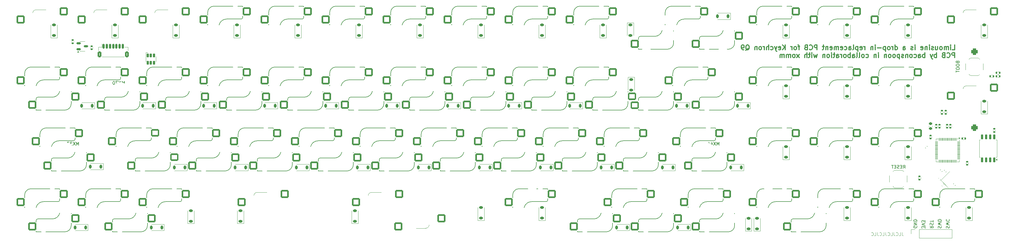
<source format=gbr>
%TF.GenerationSoftware,KiCad,Pcbnew,8.0.5*%
%TF.CreationDate,2024-09-17T11:40:20-04:00*%
%TF.ProjectId,Limousine,4c696d6f-7573-4696-9e65-2e6b69636164,rev?*%
%TF.SameCoordinates,Original*%
%TF.FileFunction,Legend,Bot*%
%TF.FilePolarity,Positive*%
%FSLAX46Y46*%
G04 Gerber Fmt 4.6, Leading zero omitted, Abs format (unit mm)*
G04 Created by KiCad (PCBNEW 8.0.5) date 2024-09-17 11:40:20*
%MOMM*%
%LPD*%
G01*
G04 APERTURE LIST*
G04 Aperture macros list*
%AMRoundRect*
0 Rectangle with rounded corners*
0 $1 Rounding radius*
0 $2 $3 $4 $5 $6 $7 $8 $9 X,Y pos of 4 corners*
0 Add a 4 corners polygon primitive as box body*
4,1,4,$2,$3,$4,$5,$6,$7,$8,$9,$2,$3,0*
0 Add four circle primitives for the rounded corners*
1,1,$1+$1,$2,$3*
1,1,$1+$1,$4,$5*
1,1,$1+$1,$6,$7*
1,1,$1+$1,$8,$9*
0 Add four rect primitives between the rounded corners*
20,1,$1+$1,$2,$3,$4,$5,0*
20,1,$1+$1,$4,$5,$6,$7,0*
20,1,$1+$1,$6,$7,$8,$9,0*
20,1,$1+$1,$8,$9,$2,$3,0*%
%AMRotRect*
0 Rectangle, with rotation*
0 The origin of the aperture is its center*
0 $1 length*
0 $2 width*
0 $3 Rotation angle, in degrees counterclockwise*
0 Add horizontal line*
21,1,$1,$2,0,0,$3*%
%AMOutline4P*
0 Free polygon, 4 corners , with rotation*
0 The origin of the aperture is its center*
0 number of corners: always 4*
0 $1 to $8 corner X, Y*
0 $9 Rotation angle, in degrees counterclockwise*
0 create outline with 4 corners*
4,1,4,$1,$2,$3,$4,$5,$6,$7,$8,$1,$2,$9*%
%AMOutline5P*
0 Free polygon, 5 corners , with rotation*
0 The origin of the aperture is its center*
0 number of corners: always 5*
0 $1 to $10 corner X, Y*
0 $11 Rotation angle, in degrees counterclockwise*
0 create outline with 5 corners*
4,1,5,$1,$2,$3,$4,$5,$6,$7,$8,$9,$10,$1,$2,$11*%
%AMOutline6P*
0 Free polygon, 6 corners , with rotation*
0 The origin of the aperture is its center*
0 number of corners: always 6*
0 $1 to $12 corner X, Y*
0 $13 Rotation angle, in degrees counterclockwise*
0 create outline with 6 corners*
4,1,6,$1,$2,$3,$4,$5,$6,$7,$8,$9,$10,$11,$12,$1,$2,$13*%
%AMOutline7P*
0 Free polygon, 7 corners , with rotation*
0 The origin of the aperture is its center*
0 number of corners: always 7*
0 $1 to $14 corner X, Y*
0 $15 Rotation angle, in degrees counterclockwise*
0 create outline with 7 corners*
4,1,7,$1,$2,$3,$4,$5,$6,$7,$8,$9,$10,$11,$12,$13,$14,$1,$2,$15*%
%AMOutline8P*
0 Free polygon, 8 corners , with rotation*
0 The origin of the aperture is its center*
0 number of corners: always 8*
0 $1 to $16 corner X, Y*
0 $17 Rotation angle, in degrees counterclockwise*
0 create outline with 8 corners*
4,1,8,$1,$2,$3,$4,$5,$6,$7,$8,$9,$10,$11,$12,$13,$14,$15,$16,$1,$2,$17*%
G04 Aperture macros list end*
%ADD10C,0.300000*%
%ADD11C,0.100000*%
%ADD12C,0.150000*%
%ADD13C,0.120000*%
%ADD14C,2.000000*%
%ADD15RoundRect,0.500000X0.500000X-0.500000X0.500000X0.500000X-0.500000X0.500000X-0.500000X-0.500000X0*%
%ADD16C,1.750000*%
%ADD17C,3.987800*%
%ADD18C,2.300000*%
%ADD19C,3.048000*%
%ADD20RoundRect,0.140000X0.170000X-0.140000X0.170000X0.140000X-0.170000X0.140000X-0.170000X-0.140000X0*%
%ADD21RoundRect,0.250000X1.025000X1.000000X-1.025000X1.000000X-1.025000X-1.000000X1.025000X-1.000000X0*%
%ADD22RoundRect,0.225000X0.375000X-0.225000X0.375000X0.225000X-0.375000X0.225000X-0.375000X-0.225000X0*%
%ADD23RoundRect,0.250000X-1.025000X-1.000000X1.025000X-1.000000X1.025000X1.000000X-1.025000X1.000000X0*%
%ADD24RoundRect,0.150000X-0.150000X0.475000X-0.150000X-0.475000X0.150000X-0.475000X0.150000X0.475000X0*%
%ADD25RoundRect,0.225000X0.225000X0.375000X-0.225000X0.375000X-0.225000X-0.375000X0.225000X-0.375000X0*%
%ADD26RoundRect,0.225000X-0.375000X0.225000X-0.375000X-0.225000X0.375000X-0.225000X0.375000X0.225000X0*%
%ADD27RoundRect,0.140000X-0.170000X0.140000X-0.170000X-0.140000X0.170000X-0.140000X0.170000X0.140000X0*%
%ADD28RoundRect,0.135000X-0.135000X-0.185000X0.135000X-0.185000X0.135000X0.185000X-0.135000X0.185000X0*%
%ADD29RoundRect,0.135000X-0.185000X0.135000X-0.185000X-0.135000X0.185000X-0.135000X0.185000X0.135000X0*%
%ADD30RoundRect,0.140000X0.021213X-0.219203X0.219203X-0.021213X-0.021213X0.219203X-0.219203X0.021213X0*%
%ADD31RoundRect,0.140000X-0.140000X-0.170000X0.140000X-0.170000X0.140000X0.170000X-0.140000X0.170000X0*%
%ADD32Outline5P,-1.275000X1.250000X0.275000X1.250000X1.275000X0.250000X1.275000X-1.250000X-1.275000X-1.250000X0.000000*%
%ADD33R,1.700000X1.000000*%
%ADD34RoundRect,0.050000X0.387500X0.050000X-0.387500X0.050000X-0.387500X-0.050000X0.387500X-0.050000X0*%
%ADD35RoundRect,0.050000X0.050000X0.387500X-0.050000X0.387500X-0.050000X-0.387500X0.050000X-0.387500X0*%
%ADD36R,3.200000X3.200000*%
%ADD37RoundRect,0.150000X-0.512500X-0.150000X0.512500X-0.150000X0.512500X0.150000X-0.512500X0.150000X0*%
%ADD38RoundRect,0.150000X-0.150000X-0.625000X0.150000X-0.625000X0.150000X0.625000X-0.150000X0.625000X0*%
%ADD39RoundRect,0.250000X-0.350000X-0.650000X0.350000X-0.650000X0.350000X0.650000X-0.350000X0.650000X0*%
%ADD40RoundRect,0.140000X-0.021213X0.219203X-0.219203X0.021213X0.021213X-0.219203X0.219203X-0.021213X0*%
%ADD41RoundRect,0.230000X-1.045000X-0.920000X1.045000X-0.920000X1.045000X0.920000X-1.045000X0.920000X0*%
%ADD42RoundRect,0.225000X0.250000X-0.225000X0.250000X0.225000X-0.250000X0.225000X-0.250000X-0.225000X0*%
%ADD43RotRect,1.400000X1.200000X45.000000*%
%ADD44Outline4P,-1.275000X1.250000X1.275000X1.250000X1.275000X-1.250000X-1.275000X-1.250000X0.000000*%
%ADD45Outline5P,-1.275000X1.250000X0.275000X1.250000X1.275000X0.250000X1.275000X-1.250000X-1.275000X-1.250000X180.000000*%
%ADD46RoundRect,0.150000X0.150000X-0.650000X0.150000X0.650000X-0.150000X0.650000X-0.150000X-0.650000X0*%
%ADD47RoundRect,0.140000X0.219203X0.021213X0.021213X0.219203X-0.219203X-0.021213X-0.021213X-0.219203X0*%
%ADD48RoundRect,0.230000X1.045000X0.920000X-1.045000X0.920000X-1.045000X-0.920000X1.045000X-0.920000X0*%
%ADD49R,1.700000X1.700000*%
%ADD50O,1.700000X1.700000*%
%ADD51RoundRect,0.135000X0.035355X-0.226274X0.226274X-0.035355X-0.035355X0.226274X-0.226274X0.035355X0*%
G04 APERTURE END LIST*
D10*
X308987987Y-32310960D02*
X309702273Y-32310960D01*
X309702273Y-32310960D02*
X309702273Y-30810960D01*
X308487987Y-32310960D02*
X308487987Y-31310960D01*
X308487987Y-30810960D02*
X308559415Y-30882389D01*
X308559415Y-30882389D02*
X308487987Y-30953817D01*
X308487987Y-30953817D02*
X308416558Y-30882389D01*
X308416558Y-30882389D02*
X308487987Y-30810960D01*
X308487987Y-30810960D02*
X308487987Y-30953817D01*
X307773701Y-32310960D02*
X307773701Y-31310960D01*
X307773701Y-31453817D02*
X307702272Y-31382389D01*
X307702272Y-31382389D02*
X307559415Y-31310960D01*
X307559415Y-31310960D02*
X307345129Y-31310960D01*
X307345129Y-31310960D02*
X307202272Y-31382389D01*
X307202272Y-31382389D02*
X307130844Y-31525246D01*
X307130844Y-31525246D02*
X307130844Y-32310960D01*
X307130844Y-31525246D02*
X307059415Y-31382389D01*
X307059415Y-31382389D02*
X306916558Y-31310960D01*
X306916558Y-31310960D02*
X306702272Y-31310960D01*
X306702272Y-31310960D02*
X306559415Y-31382389D01*
X306559415Y-31382389D02*
X306487986Y-31525246D01*
X306487986Y-31525246D02*
X306487986Y-32310960D01*
X305559415Y-32310960D02*
X305702272Y-32239532D01*
X305702272Y-32239532D02*
X305773701Y-32168103D01*
X305773701Y-32168103D02*
X305845129Y-32025246D01*
X305845129Y-32025246D02*
X305845129Y-31596674D01*
X305845129Y-31596674D02*
X305773701Y-31453817D01*
X305773701Y-31453817D02*
X305702272Y-31382389D01*
X305702272Y-31382389D02*
X305559415Y-31310960D01*
X305559415Y-31310960D02*
X305345129Y-31310960D01*
X305345129Y-31310960D02*
X305202272Y-31382389D01*
X305202272Y-31382389D02*
X305130844Y-31453817D01*
X305130844Y-31453817D02*
X305059415Y-31596674D01*
X305059415Y-31596674D02*
X305059415Y-32025246D01*
X305059415Y-32025246D02*
X305130844Y-32168103D01*
X305130844Y-32168103D02*
X305202272Y-32239532D01*
X305202272Y-32239532D02*
X305345129Y-32310960D01*
X305345129Y-32310960D02*
X305559415Y-32310960D01*
X303773701Y-31310960D02*
X303773701Y-32310960D01*
X304416558Y-31310960D02*
X304416558Y-32096674D01*
X304416558Y-32096674D02*
X304345129Y-32239532D01*
X304345129Y-32239532D02*
X304202272Y-32310960D01*
X304202272Y-32310960D02*
X303987986Y-32310960D01*
X303987986Y-32310960D02*
X303845129Y-32239532D01*
X303845129Y-32239532D02*
X303773701Y-32168103D01*
X303130843Y-32239532D02*
X302987986Y-32310960D01*
X302987986Y-32310960D02*
X302702272Y-32310960D01*
X302702272Y-32310960D02*
X302559415Y-32239532D01*
X302559415Y-32239532D02*
X302487986Y-32096674D01*
X302487986Y-32096674D02*
X302487986Y-32025246D01*
X302487986Y-32025246D02*
X302559415Y-31882389D01*
X302559415Y-31882389D02*
X302702272Y-31810960D01*
X302702272Y-31810960D02*
X302916558Y-31810960D01*
X302916558Y-31810960D02*
X303059415Y-31739532D01*
X303059415Y-31739532D02*
X303130843Y-31596674D01*
X303130843Y-31596674D02*
X303130843Y-31525246D01*
X303130843Y-31525246D02*
X303059415Y-31382389D01*
X303059415Y-31382389D02*
X302916558Y-31310960D01*
X302916558Y-31310960D02*
X302702272Y-31310960D01*
X302702272Y-31310960D02*
X302559415Y-31382389D01*
X301845129Y-32310960D02*
X301845129Y-31310960D01*
X301845129Y-30810960D02*
X301916557Y-30882389D01*
X301916557Y-30882389D02*
X301845129Y-30953817D01*
X301845129Y-30953817D02*
X301773700Y-30882389D01*
X301773700Y-30882389D02*
X301845129Y-30810960D01*
X301845129Y-30810960D02*
X301845129Y-30953817D01*
X301130843Y-31310960D02*
X301130843Y-32310960D01*
X301130843Y-31453817D02*
X301059414Y-31382389D01*
X301059414Y-31382389D02*
X300916557Y-31310960D01*
X300916557Y-31310960D02*
X300702271Y-31310960D01*
X300702271Y-31310960D02*
X300559414Y-31382389D01*
X300559414Y-31382389D02*
X300487986Y-31525246D01*
X300487986Y-31525246D02*
X300487986Y-32310960D01*
X299202271Y-32239532D02*
X299345128Y-32310960D01*
X299345128Y-32310960D02*
X299630843Y-32310960D01*
X299630843Y-32310960D02*
X299773700Y-32239532D01*
X299773700Y-32239532D02*
X299845128Y-32096674D01*
X299845128Y-32096674D02*
X299845128Y-31525246D01*
X299845128Y-31525246D02*
X299773700Y-31382389D01*
X299773700Y-31382389D02*
X299630843Y-31310960D01*
X299630843Y-31310960D02*
X299345128Y-31310960D01*
X299345128Y-31310960D02*
X299202271Y-31382389D01*
X299202271Y-31382389D02*
X299130843Y-31525246D01*
X299130843Y-31525246D02*
X299130843Y-31668103D01*
X299130843Y-31668103D02*
X299845128Y-31810960D01*
X297345129Y-32310960D02*
X297345129Y-31310960D01*
X297345129Y-30810960D02*
X297416557Y-30882389D01*
X297416557Y-30882389D02*
X297345129Y-30953817D01*
X297345129Y-30953817D02*
X297273700Y-30882389D01*
X297273700Y-30882389D02*
X297345129Y-30810960D01*
X297345129Y-30810960D02*
X297345129Y-30953817D01*
X296702271Y-32239532D02*
X296559414Y-32310960D01*
X296559414Y-32310960D02*
X296273700Y-32310960D01*
X296273700Y-32310960D02*
X296130843Y-32239532D01*
X296130843Y-32239532D02*
X296059414Y-32096674D01*
X296059414Y-32096674D02*
X296059414Y-32025246D01*
X296059414Y-32025246D02*
X296130843Y-31882389D01*
X296130843Y-31882389D02*
X296273700Y-31810960D01*
X296273700Y-31810960D02*
X296487986Y-31810960D01*
X296487986Y-31810960D02*
X296630843Y-31739532D01*
X296630843Y-31739532D02*
X296702271Y-31596674D01*
X296702271Y-31596674D02*
X296702271Y-31525246D01*
X296702271Y-31525246D02*
X296630843Y-31382389D01*
X296630843Y-31382389D02*
X296487986Y-31310960D01*
X296487986Y-31310960D02*
X296273700Y-31310960D01*
X296273700Y-31310960D02*
X296130843Y-31382389D01*
X293630843Y-32310960D02*
X293630843Y-31525246D01*
X293630843Y-31525246D02*
X293702271Y-31382389D01*
X293702271Y-31382389D02*
X293845128Y-31310960D01*
X293845128Y-31310960D02*
X294130843Y-31310960D01*
X294130843Y-31310960D02*
X294273700Y-31382389D01*
X293630843Y-32239532D02*
X293773700Y-32310960D01*
X293773700Y-32310960D02*
X294130843Y-32310960D01*
X294130843Y-32310960D02*
X294273700Y-32239532D01*
X294273700Y-32239532D02*
X294345128Y-32096674D01*
X294345128Y-32096674D02*
X294345128Y-31953817D01*
X294345128Y-31953817D02*
X294273700Y-31810960D01*
X294273700Y-31810960D02*
X294130843Y-31739532D01*
X294130843Y-31739532D02*
X293773700Y-31739532D01*
X293773700Y-31739532D02*
X293630843Y-31668103D01*
X291130843Y-32310960D02*
X291130843Y-30810960D01*
X291130843Y-32239532D02*
X291273700Y-32310960D01*
X291273700Y-32310960D02*
X291559414Y-32310960D01*
X291559414Y-32310960D02*
X291702271Y-32239532D01*
X291702271Y-32239532D02*
X291773700Y-32168103D01*
X291773700Y-32168103D02*
X291845128Y-32025246D01*
X291845128Y-32025246D02*
X291845128Y-31596674D01*
X291845128Y-31596674D02*
X291773700Y-31453817D01*
X291773700Y-31453817D02*
X291702271Y-31382389D01*
X291702271Y-31382389D02*
X291559414Y-31310960D01*
X291559414Y-31310960D02*
X291273700Y-31310960D01*
X291273700Y-31310960D02*
X291130843Y-31382389D01*
X290416557Y-32310960D02*
X290416557Y-31310960D01*
X290416557Y-31596674D02*
X290345128Y-31453817D01*
X290345128Y-31453817D02*
X290273700Y-31382389D01*
X290273700Y-31382389D02*
X290130842Y-31310960D01*
X290130842Y-31310960D02*
X289987985Y-31310960D01*
X289273700Y-32310960D02*
X289416557Y-32239532D01*
X289416557Y-32239532D02*
X289487986Y-32168103D01*
X289487986Y-32168103D02*
X289559414Y-32025246D01*
X289559414Y-32025246D02*
X289559414Y-31596674D01*
X289559414Y-31596674D02*
X289487986Y-31453817D01*
X289487986Y-31453817D02*
X289416557Y-31382389D01*
X289416557Y-31382389D02*
X289273700Y-31310960D01*
X289273700Y-31310960D02*
X289059414Y-31310960D01*
X289059414Y-31310960D02*
X288916557Y-31382389D01*
X288916557Y-31382389D02*
X288845129Y-31453817D01*
X288845129Y-31453817D02*
X288773700Y-31596674D01*
X288773700Y-31596674D02*
X288773700Y-32025246D01*
X288773700Y-32025246D02*
X288845129Y-32168103D01*
X288845129Y-32168103D02*
X288916557Y-32239532D01*
X288916557Y-32239532D02*
X289059414Y-32310960D01*
X289059414Y-32310960D02*
X289273700Y-32310960D01*
X288130843Y-31310960D02*
X288130843Y-32810960D01*
X288130843Y-31382389D02*
X287987986Y-31310960D01*
X287987986Y-31310960D02*
X287702271Y-31310960D01*
X287702271Y-31310960D02*
X287559414Y-31382389D01*
X287559414Y-31382389D02*
X287487986Y-31453817D01*
X287487986Y-31453817D02*
X287416557Y-31596674D01*
X287416557Y-31596674D02*
X287416557Y-32025246D01*
X287416557Y-32025246D02*
X287487986Y-32168103D01*
X287487986Y-32168103D02*
X287559414Y-32239532D01*
X287559414Y-32239532D02*
X287702271Y-32310960D01*
X287702271Y-32310960D02*
X287987986Y-32310960D01*
X287987986Y-32310960D02*
X288130843Y-32239532D01*
X286773700Y-31739532D02*
X285630843Y-31739532D01*
X284916557Y-32310960D02*
X284916557Y-31310960D01*
X284916557Y-30810960D02*
X284987985Y-30882389D01*
X284987985Y-30882389D02*
X284916557Y-30953817D01*
X284916557Y-30953817D02*
X284845128Y-30882389D01*
X284845128Y-30882389D02*
X284916557Y-30810960D01*
X284916557Y-30810960D02*
X284916557Y-30953817D01*
X284202271Y-31310960D02*
X284202271Y-32310960D01*
X284202271Y-31453817D02*
X284130842Y-31382389D01*
X284130842Y-31382389D02*
X283987985Y-31310960D01*
X283987985Y-31310960D02*
X283773699Y-31310960D01*
X283773699Y-31310960D02*
X283630842Y-31382389D01*
X283630842Y-31382389D02*
X283559414Y-31525246D01*
X283559414Y-31525246D02*
X283559414Y-32310960D01*
X281702271Y-32310960D02*
X281702271Y-31310960D01*
X281702271Y-31596674D02*
X281630842Y-31453817D01*
X281630842Y-31453817D02*
X281559414Y-31382389D01*
X281559414Y-31382389D02*
X281416556Y-31310960D01*
X281416556Y-31310960D02*
X281273699Y-31310960D01*
X280202271Y-32239532D02*
X280345128Y-32310960D01*
X280345128Y-32310960D02*
X280630843Y-32310960D01*
X280630843Y-32310960D02*
X280773700Y-32239532D01*
X280773700Y-32239532D02*
X280845128Y-32096674D01*
X280845128Y-32096674D02*
X280845128Y-31525246D01*
X280845128Y-31525246D02*
X280773700Y-31382389D01*
X280773700Y-31382389D02*
X280630843Y-31310960D01*
X280630843Y-31310960D02*
X280345128Y-31310960D01*
X280345128Y-31310960D02*
X280202271Y-31382389D01*
X280202271Y-31382389D02*
X280130843Y-31525246D01*
X280130843Y-31525246D02*
X280130843Y-31668103D01*
X280130843Y-31668103D02*
X280845128Y-31810960D01*
X279487986Y-31310960D02*
X279487986Y-32810960D01*
X279487986Y-31382389D02*
X279345129Y-31310960D01*
X279345129Y-31310960D02*
X279059414Y-31310960D01*
X279059414Y-31310960D02*
X278916557Y-31382389D01*
X278916557Y-31382389D02*
X278845129Y-31453817D01*
X278845129Y-31453817D02*
X278773700Y-31596674D01*
X278773700Y-31596674D02*
X278773700Y-32025246D01*
X278773700Y-32025246D02*
X278845129Y-32168103D01*
X278845129Y-32168103D02*
X278916557Y-32239532D01*
X278916557Y-32239532D02*
X279059414Y-32310960D01*
X279059414Y-32310960D02*
X279345129Y-32310960D01*
X279345129Y-32310960D02*
X279487986Y-32239532D01*
X277916557Y-32310960D02*
X278059414Y-32239532D01*
X278059414Y-32239532D02*
X278130843Y-32096674D01*
X278130843Y-32096674D02*
X278130843Y-30810960D01*
X276702272Y-32310960D02*
X276702272Y-31525246D01*
X276702272Y-31525246D02*
X276773700Y-31382389D01*
X276773700Y-31382389D02*
X276916557Y-31310960D01*
X276916557Y-31310960D02*
X277202272Y-31310960D01*
X277202272Y-31310960D02*
X277345129Y-31382389D01*
X276702272Y-32239532D02*
X276845129Y-32310960D01*
X276845129Y-32310960D02*
X277202272Y-32310960D01*
X277202272Y-32310960D02*
X277345129Y-32239532D01*
X277345129Y-32239532D02*
X277416557Y-32096674D01*
X277416557Y-32096674D02*
X277416557Y-31953817D01*
X277416557Y-31953817D02*
X277345129Y-31810960D01*
X277345129Y-31810960D02*
X277202272Y-31739532D01*
X277202272Y-31739532D02*
X276845129Y-31739532D01*
X276845129Y-31739532D02*
X276702272Y-31668103D01*
X275345129Y-32239532D02*
X275487986Y-32310960D01*
X275487986Y-32310960D02*
X275773700Y-32310960D01*
X275773700Y-32310960D02*
X275916557Y-32239532D01*
X275916557Y-32239532D02*
X275987986Y-32168103D01*
X275987986Y-32168103D02*
X276059414Y-32025246D01*
X276059414Y-32025246D02*
X276059414Y-31596674D01*
X276059414Y-31596674D02*
X275987986Y-31453817D01*
X275987986Y-31453817D02*
X275916557Y-31382389D01*
X275916557Y-31382389D02*
X275773700Y-31310960D01*
X275773700Y-31310960D02*
X275487986Y-31310960D01*
X275487986Y-31310960D02*
X275345129Y-31382389D01*
X274130843Y-32239532D02*
X274273700Y-32310960D01*
X274273700Y-32310960D02*
X274559415Y-32310960D01*
X274559415Y-32310960D02*
X274702272Y-32239532D01*
X274702272Y-32239532D02*
X274773700Y-32096674D01*
X274773700Y-32096674D02*
X274773700Y-31525246D01*
X274773700Y-31525246D02*
X274702272Y-31382389D01*
X274702272Y-31382389D02*
X274559415Y-31310960D01*
X274559415Y-31310960D02*
X274273700Y-31310960D01*
X274273700Y-31310960D02*
X274130843Y-31382389D01*
X274130843Y-31382389D02*
X274059415Y-31525246D01*
X274059415Y-31525246D02*
X274059415Y-31668103D01*
X274059415Y-31668103D02*
X274773700Y-31810960D01*
X273416558Y-32310960D02*
X273416558Y-31310960D01*
X273416558Y-31453817D02*
X273345129Y-31382389D01*
X273345129Y-31382389D02*
X273202272Y-31310960D01*
X273202272Y-31310960D02*
X272987986Y-31310960D01*
X272987986Y-31310960D02*
X272845129Y-31382389D01*
X272845129Y-31382389D02*
X272773701Y-31525246D01*
X272773701Y-31525246D02*
X272773701Y-32310960D01*
X272773701Y-31525246D02*
X272702272Y-31382389D01*
X272702272Y-31382389D02*
X272559415Y-31310960D01*
X272559415Y-31310960D02*
X272345129Y-31310960D01*
X272345129Y-31310960D02*
X272202272Y-31382389D01*
X272202272Y-31382389D02*
X272130843Y-31525246D01*
X272130843Y-31525246D02*
X272130843Y-32310960D01*
X270845129Y-32239532D02*
X270987986Y-32310960D01*
X270987986Y-32310960D02*
X271273701Y-32310960D01*
X271273701Y-32310960D02*
X271416558Y-32239532D01*
X271416558Y-32239532D02*
X271487986Y-32096674D01*
X271487986Y-32096674D02*
X271487986Y-31525246D01*
X271487986Y-31525246D02*
X271416558Y-31382389D01*
X271416558Y-31382389D02*
X271273701Y-31310960D01*
X271273701Y-31310960D02*
X270987986Y-31310960D01*
X270987986Y-31310960D02*
X270845129Y-31382389D01*
X270845129Y-31382389D02*
X270773701Y-31525246D01*
X270773701Y-31525246D02*
X270773701Y-31668103D01*
X270773701Y-31668103D02*
X271487986Y-31810960D01*
X270130844Y-31310960D02*
X270130844Y-32310960D01*
X270130844Y-31453817D02*
X270059415Y-31382389D01*
X270059415Y-31382389D02*
X269916558Y-31310960D01*
X269916558Y-31310960D02*
X269702272Y-31310960D01*
X269702272Y-31310960D02*
X269559415Y-31382389D01*
X269559415Y-31382389D02*
X269487987Y-31525246D01*
X269487987Y-31525246D02*
X269487987Y-32310960D01*
X268987986Y-31310960D02*
X268416558Y-31310960D01*
X268773701Y-30810960D02*
X268773701Y-32096674D01*
X268773701Y-32096674D02*
X268702272Y-32239532D01*
X268702272Y-32239532D02*
X268559415Y-32310960D01*
X268559415Y-32310960D02*
X268416558Y-32310960D01*
X266773701Y-32310960D02*
X266773701Y-30810960D01*
X266773701Y-30810960D02*
X266202272Y-30810960D01*
X266202272Y-30810960D02*
X266059415Y-30882389D01*
X266059415Y-30882389D02*
X265987986Y-30953817D01*
X265987986Y-30953817D02*
X265916558Y-31096674D01*
X265916558Y-31096674D02*
X265916558Y-31310960D01*
X265916558Y-31310960D02*
X265987986Y-31453817D01*
X265987986Y-31453817D02*
X266059415Y-31525246D01*
X266059415Y-31525246D02*
X266202272Y-31596674D01*
X266202272Y-31596674D02*
X266773701Y-31596674D01*
X264416558Y-32168103D02*
X264487986Y-32239532D01*
X264487986Y-32239532D02*
X264702272Y-32310960D01*
X264702272Y-32310960D02*
X264845129Y-32310960D01*
X264845129Y-32310960D02*
X265059415Y-32239532D01*
X265059415Y-32239532D02*
X265202272Y-32096674D01*
X265202272Y-32096674D02*
X265273701Y-31953817D01*
X265273701Y-31953817D02*
X265345129Y-31668103D01*
X265345129Y-31668103D02*
X265345129Y-31453817D01*
X265345129Y-31453817D02*
X265273701Y-31168103D01*
X265273701Y-31168103D02*
X265202272Y-31025246D01*
X265202272Y-31025246D02*
X265059415Y-30882389D01*
X265059415Y-30882389D02*
X264845129Y-30810960D01*
X264845129Y-30810960D02*
X264702272Y-30810960D01*
X264702272Y-30810960D02*
X264487986Y-30882389D01*
X264487986Y-30882389D02*
X264416558Y-30953817D01*
X263273701Y-31525246D02*
X263059415Y-31596674D01*
X263059415Y-31596674D02*
X262987986Y-31668103D01*
X262987986Y-31668103D02*
X262916558Y-31810960D01*
X262916558Y-31810960D02*
X262916558Y-32025246D01*
X262916558Y-32025246D02*
X262987986Y-32168103D01*
X262987986Y-32168103D02*
X263059415Y-32239532D01*
X263059415Y-32239532D02*
X263202272Y-32310960D01*
X263202272Y-32310960D02*
X263773701Y-32310960D01*
X263773701Y-32310960D02*
X263773701Y-30810960D01*
X263773701Y-30810960D02*
X263273701Y-30810960D01*
X263273701Y-30810960D02*
X263130844Y-30882389D01*
X263130844Y-30882389D02*
X263059415Y-30953817D01*
X263059415Y-30953817D02*
X262987986Y-31096674D01*
X262987986Y-31096674D02*
X262987986Y-31239532D01*
X262987986Y-31239532D02*
X263059415Y-31382389D01*
X263059415Y-31382389D02*
X263130844Y-31453817D01*
X263130844Y-31453817D02*
X263273701Y-31525246D01*
X263273701Y-31525246D02*
X263773701Y-31525246D01*
X261345129Y-31310960D02*
X260773701Y-31310960D01*
X261130844Y-32310960D02*
X261130844Y-31025246D01*
X261130844Y-31025246D02*
X261059415Y-30882389D01*
X261059415Y-30882389D02*
X260916558Y-30810960D01*
X260916558Y-30810960D02*
X260773701Y-30810960D01*
X260059415Y-32310960D02*
X260202272Y-32239532D01*
X260202272Y-32239532D02*
X260273701Y-32168103D01*
X260273701Y-32168103D02*
X260345129Y-32025246D01*
X260345129Y-32025246D02*
X260345129Y-31596674D01*
X260345129Y-31596674D02*
X260273701Y-31453817D01*
X260273701Y-31453817D02*
X260202272Y-31382389D01*
X260202272Y-31382389D02*
X260059415Y-31310960D01*
X260059415Y-31310960D02*
X259845129Y-31310960D01*
X259845129Y-31310960D02*
X259702272Y-31382389D01*
X259702272Y-31382389D02*
X259630844Y-31453817D01*
X259630844Y-31453817D02*
X259559415Y-31596674D01*
X259559415Y-31596674D02*
X259559415Y-32025246D01*
X259559415Y-32025246D02*
X259630844Y-32168103D01*
X259630844Y-32168103D02*
X259702272Y-32239532D01*
X259702272Y-32239532D02*
X259845129Y-32310960D01*
X259845129Y-32310960D02*
X260059415Y-32310960D01*
X258916558Y-32310960D02*
X258916558Y-31310960D01*
X258916558Y-31596674D02*
X258845129Y-31453817D01*
X258845129Y-31453817D02*
X258773701Y-31382389D01*
X258773701Y-31382389D02*
X258630843Y-31310960D01*
X258630843Y-31310960D02*
X258487986Y-31310960D01*
X256845130Y-32310960D02*
X256845130Y-30810960D01*
X255987987Y-32310960D02*
X256630844Y-31453817D01*
X255987987Y-30810960D02*
X256845130Y-31668103D01*
X254773701Y-32239532D02*
X254916558Y-32310960D01*
X254916558Y-32310960D02*
X255202273Y-32310960D01*
X255202273Y-32310960D02*
X255345130Y-32239532D01*
X255345130Y-32239532D02*
X255416558Y-32096674D01*
X255416558Y-32096674D02*
X255416558Y-31525246D01*
X255416558Y-31525246D02*
X255345130Y-31382389D01*
X255345130Y-31382389D02*
X255202273Y-31310960D01*
X255202273Y-31310960D02*
X254916558Y-31310960D01*
X254916558Y-31310960D02*
X254773701Y-31382389D01*
X254773701Y-31382389D02*
X254702273Y-31525246D01*
X254702273Y-31525246D02*
X254702273Y-31668103D01*
X254702273Y-31668103D02*
X255416558Y-31810960D01*
X254202273Y-31310960D02*
X253845130Y-32310960D01*
X253487987Y-31310960D02*
X253845130Y-32310960D01*
X253845130Y-32310960D02*
X253987987Y-32668103D01*
X253987987Y-32668103D02*
X254059416Y-32739532D01*
X254059416Y-32739532D02*
X254202273Y-32810960D01*
X252273702Y-32239532D02*
X252416559Y-32310960D01*
X252416559Y-32310960D02*
X252702273Y-32310960D01*
X252702273Y-32310960D02*
X252845130Y-32239532D01*
X252845130Y-32239532D02*
X252916559Y-32168103D01*
X252916559Y-32168103D02*
X252987987Y-32025246D01*
X252987987Y-32025246D02*
X252987987Y-31596674D01*
X252987987Y-31596674D02*
X252916559Y-31453817D01*
X252916559Y-31453817D02*
X252845130Y-31382389D01*
X252845130Y-31382389D02*
X252702273Y-31310960D01*
X252702273Y-31310960D02*
X252416559Y-31310960D01*
X252416559Y-31310960D02*
X252273702Y-31382389D01*
X251630845Y-32310960D02*
X251630845Y-30810960D01*
X250987988Y-32310960D02*
X250987988Y-31525246D01*
X250987988Y-31525246D02*
X251059416Y-31382389D01*
X251059416Y-31382389D02*
X251202273Y-31310960D01*
X251202273Y-31310960D02*
X251416559Y-31310960D01*
X251416559Y-31310960D02*
X251559416Y-31382389D01*
X251559416Y-31382389D02*
X251630845Y-31453817D01*
X250273702Y-32310960D02*
X250273702Y-31310960D01*
X250273702Y-31596674D02*
X250202273Y-31453817D01*
X250202273Y-31453817D02*
X250130845Y-31382389D01*
X250130845Y-31382389D02*
X249987987Y-31310960D01*
X249987987Y-31310960D02*
X249845130Y-31310960D01*
X249130845Y-32310960D02*
X249273702Y-32239532D01*
X249273702Y-32239532D02*
X249345131Y-32168103D01*
X249345131Y-32168103D02*
X249416559Y-32025246D01*
X249416559Y-32025246D02*
X249416559Y-31596674D01*
X249416559Y-31596674D02*
X249345131Y-31453817D01*
X249345131Y-31453817D02*
X249273702Y-31382389D01*
X249273702Y-31382389D02*
X249130845Y-31310960D01*
X249130845Y-31310960D02*
X248916559Y-31310960D01*
X248916559Y-31310960D02*
X248773702Y-31382389D01*
X248773702Y-31382389D02*
X248702274Y-31453817D01*
X248702274Y-31453817D02*
X248630845Y-31596674D01*
X248630845Y-31596674D02*
X248630845Y-32025246D01*
X248630845Y-32025246D02*
X248702274Y-32168103D01*
X248702274Y-32168103D02*
X248773702Y-32239532D01*
X248773702Y-32239532D02*
X248916559Y-32310960D01*
X248916559Y-32310960D02*
X249130845Y-32310960D01*
X247987988Y-31310960D02*
X247987988Y-32310960D01*
X247987988Y-31453817D02*
X247916559Y-31382389D01*
X247916559Y-31382389D02*
X247773702Y-31310960D01*
X247773702Y-31310960D02*
X247559416Y-31310960D01*
X247559416Y-31310960D02*
X247416559Y-31382389D01*
X247416559Y-31382389D02*
X247345131Y-31525246D01*
X247345131Y-31525246D02*
X247345131Y-32310960D01*
X244487988Y-32453817D02*
X244630845Y-32382389D01*
X244630845Y-32382389D02*
X244773702Y-32239532D01*
X244773702Y-32239532D02*
X244987988Y-32025246D01*
X244987988Y-32025246D02*
X245130845Y-31953817D01*
X245130845Y-31953817D02*
X245273702Y-31953817D01*
X245202273Y-32310960D02*
X245345131Y-32239532D01*
X245345131Y-32239532D02*
X245487988Y-32096674D01*
X245487988Y-32096674D02*
X245559416Y-31810960D01*
X245559416Y-31810960D02*
X245559416Y-31310960D01*
X245559416Y-31310960D02*
X245487988Y-31025246D01*
X245487988Y-31025246D02*
X245345131Y-30882389D01*
X245345131Y-30882389D02*
X245202273Y-30810960D01*
X245202273Y-30810960D02*
X244916559Y-30810960D01*
X244916559Y-30810960D02*
X244773702Y-30882389D01*
X244773702Y-30882389D02*
X244630845Y-31025246D01*
X244630845Y-31025246D02*
X244559416Y-31310960D01*
X244559416Y-31310960D02*
X244559416Y-31810960D01*
X244559416Y-31810960D02*
X244630845Y-32096674D01*
X244630845Y-32096674D02*
X244773702Y-32239532D01*
X244773702Y-32239532D02*
X244916559Y-32310960D01*
X244916559Y-32310960D02*
X245202273Y-32310960D01*
X243845130Y-32310960D02*
X243559416Y-32310960D01*
X243559416Y-32310960D02*
X243416559Y-32239532D01*
X243416559Y-32239532D02*
X243345130Y-32168103D01*
X243345130Y-32168103D02*
X243202273Y-31953817D01*
X243202273Y-31953817D02*
X243130844Y-31668103D01*
X243130844Y-31668103D02*
X243130844Y-31096674D01*
X243130844Y-31096674D02*
X243202273Y-30953817D01*
X243202273Y-30953817D02*
X243273702Y-30882389D01*
X243273702Y-30882389D02*
X243416559Y-30810960D01*
X243416559Y-30810960D02*
X243702273Y-30810960D01*
X243702273Y-30810960D02*
X243845130Y-30882389D01*
X243845130Y-30882389D02*
X243916559Y-30953817D01*
X243916559Y-30953817D02*
X243987987Y-31096674D01*
X243987987Y-31096674D02*
X243987987Y-31453817D01*
X243987987Y-31453817D02*
X243916559Y-31596674D01*
X243916559Y-31596674D02*
X243845130Y-31668103D01*
X243845130Y-31668103D02*
X243702273Y-31739532D01*
X243702273Y-31739532D02*
X243416559Y-31739532D01*
X243416559Y-31739532D02*
X243273702Y-31668103D01*
X243273702Y-31668103D02*
X243202273Y-31596674D01*
X243202273Y-31596674D02*
X243130844Y-31453817D01*
X309702273Y-34725876D02*
X309702273Y-33225876D01*
X309702273Y-33225876D02*
X309130844Y-33225876D01*
X309130844Y-33225876D02*
X308987987Y-33297305D01*
X308987987Y-33297305D02*
X308916558Y-33368733D01*
X308916558Y-33368733D02*
X308845130Y-33511590D01*
X308845130Y-33511590D02*
X308845130Y-33725876D01*
X308845130Y-33725876D02*
X308916558Y-33868733D01*
X308916558Y-33868733D02*
X308987987Y-33940162D01*
X308987987Y-33940162D02*
X309130844Y-34011590D01*
X309130844Y-34011590D02*
X309702273Y-34011590D01*
X307345130Y-34583019D02*
X307416558Y-34654448D01*
X307416558Y-34654448D02*
X307630844Y-34725876D01*
X307630844Y-34725876D02*
X307773701Y-34725876D01*
X307773701Y-34725876D02*
X307987987Y-34654448D01*
X307987987Y-34654448D02*
X308130844Y-34511590D01*
X308130844Y-34511590D02*
X308202273Y-34368733D01*
X308202273Y-34368733D02*
X308273701Y-34083019D01*
X308273701Y-34083019D02*
X308273701Y-33868733D01*
X308273701Y-33868733D02*
X308202273Y-33583019D01*
X308202273Y-33583019D02*
X308130844Y-33440162D01*
X308130844Y-33440162D02*
X307987987Y-33297305D01*
X307987987Y-33297305D02*
X307773701Y-33225876D01*
X307773701Y-33225876D02*
X307630844Y-33225876D01*
X307630844Y-33225876D02*
X307416558Y-33297305D01*
X307416558Y-33297305D02*
X307345130Y-33368733D01*
X306202273Y-33940162D02*
X305987987Y-34011590D01*
X305987987Y-34011590D02*
X305916558Y-34083019D01*
X305916558Y-34083019D02*
X305845130Y-34225876D01*
X305845130Y-34225876D02*
X305845130Y-34440162D01*
X305845130Y-34440162D02*
X305916558Y-34583019D01*
X305916558Y-34583019D02*
X305987987Y-34654448D01*
X305987987Y-34654448D02*
X306130844Y-34725876D01*
X306130844Y-34725876D02*
X306702273Y-34725876D01*
X306702273Y-34725876D02*
X306702273Y-33225876D01*
X306702273Y-33225876D02*
X306202273Y-33225876D01*
X306202273Y-33225876D02*
X306059416Y-33297305D01*
X306059416Y-33297305D02*
X305987987Y-33368733D01*
X305987987Y-33368733D02*
X305916558Y-33511590D01*
X305916558Y-33511590D02*
X305916558Y-33654448D01*
X305916558Y-33654448D02*
X305987987Y-33797305D01*
X305987987Y-33797305D02*
X306059416Y-33868733D01*
X306059416Y-33868733D02*
X306202273Y-33940162D01*
X306202273Y-33940162D02*
X306702273Y-33940162D01*
X304059416Y-34725876D02*
X304059416Y-33225876D01*
X304059416Y-33797305D02*
X303916559Y-33725876D01*
X303916559Y-33725876D02*
X303630844Y-33725876D01*
X303630844Y-33725876D02*
X303487987Y-33797305D01*
X303487987Y-33797305D02*
X303416559Y-33868733D01*
X303416559Y-33868733D02*
X303345130Y-34011590D01*
X303345130Y-34011590D02*
X303345130Y-34440162D01*
X303345130Y-34440162D02*
X303416559Y-34583019D01*
X303416559Y-34583019D02*
X303487987Y-34654448D01*
X303487987Y-34654448D02*
X303630844Y-34725876D01*
X303630844Y-34725876D02*
X303916559Y-34725876D01*
X303916559Y-34725876D02*
X304059416Y-34654448D01*
X302845130Y-33725876D02*
X302487987Y-34725876D01*
X302130844Y-33725876D02*
X302487987Y-34725876D01*
X302487987Y-34725876D02*
X302630844Y-35083019D01*
X302630844Y-35083019D02*
X302702273Y-35154448D01*
X302702273Y-35154448D02*
X302845130Y-35225876D01*
X300416559Y-34725876D02*
X300416559Y-33225876D01*
X300416559Y-33797305D02*
X300273702Y-33725876D01*
X300273702Y-33725876D02*
X299987987Y-33725876D01*
X299987987Y-33725876D02*
X299845130Y-33797305D01*
X299845130Y-33797305D02*
X299773702Y-33868733D01*
X299773702Y-33868733D02*
X299702273Y-34011590D01*
X299702273Y-34011590D02*
X299702273Y-34440162D01*
X299702273Y-34440162D02*
X299773702Y-34583019D01*
X299773702Y-34583019D02*
X299845130Y-34654448D01*
X299845130Y-34654448D02*
X299987987Y-34725876D01*
X299987987Y-34725876D02*
X300273702Y-34725876D01*
X300273702Y-34725876D02*
X300416559Y-34654448D01*
X298416559Y-34725876D02*
X298416559Y-33940162D01*
X298416559Y-33940162D02*
X298487987Y-33797305D01*
X298487987Y-33797305D02*
X298630844Y-33725876D01*
X298630844Y-33725876D02*
X298916559Y-33725876D01*
X298916559Y-33725876D02*
X299059416Y-33797305D01*
X298416559Y-34654448D02*
X298559416Y-34725876D01*
X298559416Y-34725876D02*
X298916559Y-34725876D01*
X298916559Y-34725876D02*
X299059416Y-34654448D01*
X299059416Y-34654448D02*
X299130844Y-34511590D01*
X299130844Y-34511590D02*
X299130844Y-34368733D01*
X299130844Y-34368733D02*
X299059416Y-34225876D01*
X299059416Y-34225876D02*
X298916559Y-34154448D01*
X298916559Y-34154448D02*
X298559416Y-34154448D01*
X298559416Y-34154448D02*
X298416559Y-34083019D01*
X297059416Y-34654448D02*
X297202273Y-34725876D01*
X297202273Y-34725876D02*
X297487987Y-34725876D01*
X297487987Y-34725876D02*
X297630844Y-34654448D01*
X297630844Y-34654448D02*
X297702273Y-34583019D01*
X297702273Y-34583019D02*
X297773701Y-34440162D01*
X297773701Y-34440162D02*
X297773701Y-34011590D01*
X297773701Y-34011590D02*
X297702273Y-33868733D01*
X297702273Y-33868733D02*
X297630844Y-33797305D01*
X297630844Y-33797305D02*
X297487987Y-33725876D01*
X297487987Y-33725876D02*
X297202273Y-33725876D01*
X297202273Y-33725876D02*
X297059416Y-33797305D01*
X296202273Y-34725876D02*
X296345130Y-34654448D01*
X296345130Y-34654448D02*
X296416559Y-34583019D01*
X296416559Y-34583019D02*
X296487987Y-34440162D01*
X296487987Y-34440162D02*
X296487987Y-34011590D01*
X296487987Y-34011590D02*
X296416559Y-33868733D01*
X296416559Y-33868733D02*
X296345130Y-33797305D01*
X296345130Y-33797305D02*
X296202273Y-33725876D01*
X296202273Y-33725876D02*
X295987987Y-33725876D01*
X295987987Y-33725876D02*
X295845130Y-33797305D01*
X295845130Y-33797305D02*
X295773702Y-33868733D01*
X295773702Y-33868733D02*
X295702273Y-34011590D01*
X295702273Y-34011590D02*
X295702273Y-34440162D01*
X295702273Y-34440162D02*
X295773702Y-34583019D01*
X295773702Y-34583019D02*
X295845130Y-34654448D01*
X295845130Y-34654448D02*
X295987987Y-34725876D01*
X295987987Y-34725876D02*
X296202273Y-34725876D01*
X295059416Y-33725876D02*
X295059416Y-34725876D01*
X295059416Y-33868733D02*
X294987987Y-33797305D01*
X294987987Y-33797305D02*
X294845130Y-33725876D01*
X294845130Y-33725876D02*
X294630844Y-33725876D01*
X294630844Y-33725876D02*
X294487987Y-33797305D01*
X294487987Y-33797305D02*
X294416559Y-33940162D01*
X294416559Y-33940162D02*
X294416559Y-34725876D01*
X293773701Y-34654448D02*
X293630844Y-34725876D01*
X293630844Y-34725876D02*
X293345130Y-34725876D01*
X293345130Y-34725876D02*
X293202273Y-34654448D01*
X293202273Y-34654448D02*
X293130844Y-34511590D01*
X293130844Y-34511590D02*
X293130844Y-34440162D01*
X293130844Y-34440162D02*
X293202273Y-34297305D01*
X293202273Y-34297305D02*
X293345130Y-34225876D01*
X293345130Y-34225876D02*
X293559416Y-34225876D01*
X293559416Y-34225876D02*
X293702273Y-34154448D01*
X293702273Y-34154448D02*
X293773701Y-34011590D01*
X293773701Y-34011590D02*
X293773701Y-33940162D01*
X293773701Y-33940162D02*
X293702273Y-33797305D01*
X293702273Y-33797305D02*
X293559416Y-33725876D01*
X293559416Y-33725876D02*
X293345130Y-33725876D01*
X293345130Y-33725876D02*
X293202273Y-33797305D01*
X292487987Y-33725876D02*
X292487987Y-35225876D01*
X292487987Y-33797305D02*
X292345130Y-33725876D01*
X292345130Y-33725876D02*
X292059415Y-33725876D01*
X292059415Y-33725876D02*
X291916558Y-33797305D01*
X291916558Y-33797305D02*
X291845130Y-33868733D01*
X291845130Y-33868733D02*
X291773701Y-34011590D01*
X291773701Y-34011590D02*
X291773701Y-34440162D01*
X291773701Y-34440162D02*
X291845130Y-34583019D01*
X291845130Y-34583019D02*
X291916558Y-34654448D01*
X291916558Y-34654448D02*
X292059415Y-34725876D01*
X292059415Y-34725876D02*
X292345130Y-34725876D01*
X292345130Y-34725876D02*
X292487987Y-34654448D01*
X290916558Y-34725876D02*
X291059415Y-34654448D01*
X291059415Y-34654448D02*
X291130844Y-34583019D01*
X291130844Y-34583019D02*
X291202272Y-34440162D01*
X291202272Y-34440162D02*
X291202272Y-34011590D01*
X291202272Y-34011590D02*
X291130844Y-33868733D01*
X291130844Y-33868733D02*
X291059415Y-33797305D01*
X291059415Y-33797305D02*
X290916558Y-33725876D01*
X290916558Y-33725876D02*
X290702272Y-33725876D01*
X290702272Y-33725876D02*
X290559415Y-33797305D01*
X290559415Y-33797305D02*
X290487987Y-33868733D01*
X290487987Y-33868733D02*
X290416558Y-34011590D01*
X290416558Y-34011590D02*
X290416558Y-34440162D01*
X290416558Y-34440162D02*
X290487987Y-34583019D01*
X290487987Y-34583019D02*
X290559415Y-34654448D01*
X290559415Y-34654448D02*
X290702272Y-34725876D01*
X290702272Y-34725876D02*
X290916558Y-34725876D01*
X289559415Y-34725876D02*
X289702272Y-34654448D01*
X289702272Y-34654448D02*
X289773701Y-34583019D01*
X289773701Y-34583019D02*
X289845129Y-34440162D01*
X289845129Y-34440162D02*
X289845129Y-34011590D01*
X289845129Y-34011590D02*
X289773701Y-33868733D01*
X289773701Y-33868733D02*
X289702272Y-33797305D01*
X289702272Y-33797305D02*
X289559415Y-33725876D01*
X289559415Y-33725876D02*
X289345129Y-33725876D01*
X289345129Y-33725876D02*
X289202272Y-33797305D01*
X289202272Y-33797305D02*
X289130844Y-33868733D01*
X289130844Y-33868733D02*
X289059415Y-34011590D01*
X289059415Y-34011590D02*
X289059415Y-34440162D01*
X289059415Y-34440162D02*
X289130844Y-34583019D01*
X289130844Y-34583019D02*
X289202272Y-34654448D01*
X289202272Y-34654448D02*
X289345129Y-34725876D01*
X289345129Y-34725876D02*
X289559415Y-34725876D01*
X288416558Y-33725876D02*
X288416558Y-34725876D01*
X288416558Y-33868733D02*
X288345129Y-33797305D01*
X288345129Y-33797305D02*
X288202272Y-33725876D01*
X288202272Y-33725876D02*
X287987986Y-33725876D01*
X287987986Y-33725876D02*
X287845129Y-33797305D01*
X287845129Y-33797305D02*
X287773701Y-33940162D01*
X287773701Y-33940162D02*
X287773701Y-34725876D01*
X285916558Y-34725876D02*
X285916558Y-33725876D01*
X285916558Y-33225876D02*
X285987986Y-33297305D01*
X285987986Y-33297305D02*
X285916558Y-33368733D01*
X285916558Y-33368733D02*
X285845129Y-33297305D01*
X285845129Y-33297305D02*
X285916558Y-33225876D01*
X285916558Y-33225876D02*
X285916558Y-33368733D01*
X285202272Y-33725876D02*
X285202272Y-34725876D01*
X285202272Y-33868733D02*
X285130843Y-33797305D01*
X285130843Y-33797305D02*
X284987986Y-33725876D01*
X284987986Y-33725876D02*
X284773700Y-33725876D01*
X284773700Y-33725876D02*
X284630843Y-33797305D01*
X284630843Y-33797305D02*
X284559415Y-33940162D01*
X284559415Y-33940162D02*
X284559415Y-34725876D01*
X282059415Y-34654448D02*
X282202272Y-34725876D01*
X282202272Y-34725876D02*
X282487986Y-34725876D01*
X282487986Y-34725876D02*
X282630843Y-34654448D01*
X282630843Y-34654448D02*
X282702272Y-34583019D01*
X282702272Y-34583019D02*
X282773700Y-34440162D01*
X282773700Y-34440162D02*
X282773700Y-34011590D01*
X282773700Y-34011590D02*
X282702272Y-33868733D01*
X282702272Y-33868733D02*
X282630843Y-33797305D01*
X282630843Y-33797305D02*
X282487986Y-33725876D01*
X282487986Y-33725876D02*
X282202272Y-33725876D01*
X282202272Y-33725876D02*
X282059415Y-33797305D01*
X281202272Y-34725876D02*
X281345129Y-34654448D01*
X281345129Y-34654448D02*
X281416558Y-34583019D01*
X281416558Y-34583019D02*
X281487986Y-34440162D01*
X281487986Y-34440162D02*
X281487986Y-34011590D01*
X281487986Y-34011590D02*
X281416558Y-33868733D01*
X281416558Y-33868733D02*
X281345129Y-33797305D01*
X281345129Y-33797305D02*
X281202272Y-33725876D01*
X281202272Y-33725876D02*
X280987986Y-33725876D01*
X280987986Y-33725876D02*
X280845129Y-33797305D01*
X280845129Y-33797305D02*
X280773701Y-33868733D01*
X280773701Y-33868733D02*
X280702272Y-34011590D01*
X280702272Y-34011590D02*
X280702272Y-34440162D01*
X280702272Y-34440162D02*
X280773701Y-34583019D01*
X280773701Y-34583019D02*
X280845129Y-34654448D01*
X280845129Y-34654448D02*
X280987986Y-34725876D01*
X280987986Y-34725876D02*
X281202272Y-34725876D01*
X279845129Y-34725876D02*
X279987986Y-34654448D01*
X279987986Y-34654448D02*
X280059415Y-34511590D01*
X280059415Y-34511590D02*
X280059415Y-33225876D01*
X279059415Y-34725876D02*
X279202272Y-34654448D01*
X279202272Y-34654448D02*
X279273701Y-34511590D01*
X279273701Y-34511590D02*
X279273701Y-33225876D01*
X277845130Y-34725876D02*
X277845130Y-33940162D01*
X277845130Y-33940162D02*
X277916558Y-33797305D01*
X277916558Y-33797305D02*
X278059415Y-33725876D01*
X278059415Y-33725876D02*
X278345130Y-33725876D01*
X278345130Y-33725876D02*
X278487987Y-33797305D01*
X277845130Y-34654448D02*
X277987987Y-34725876D01*
X277987987Y-34725876D02*
X278345130Y-34725876D01*
X278345130Y-34725876D02*
X278487987Y-34654448D01*
X278487987Y-34654448D02*
X278559415Y-34511590D01*
X278559415Y-34511590D02*
X278559415Y-34368733D01*
X278559415Y-34368733D02*
X278487987Y-34225876D01*
X278487987Y-34225876D02*
X278345130Y-34154448D01*
X278345130Y-34154448D02*
X277987987Y-34154448D01*
X277987987Y-34154448D02*
X277845130Y-34083019D01*
X277130844Y-34725876D02*
X277130844Y-33225876D01*
X277130844Y-33797305D02*
X276987987Y-33725876D01*
X276987987Y-33725876D02*
X276702272Y-33725876D01*
X276702272Y-33725876D02*
X276559415Y-33797305D01*
X276559415Y-33797305D02*
X276487987Y-33868733D01*
X276487987Y-33868733D02*
X276416558Y-34011590D01*
X276416558Y-34011590D02*
X276416558Y-34440162D01*
X276416558Y-34440162D02*
X276487987Y-34583019D01*
X276487987Y-34583019D02*
X276559415Y-34654448D01*
X276559415Y-34654448D02*
X276702272Y-34725876D01*
X276702272Y-34725876D02*
X276987987Y-34725876D01*
X276987987Y-34725876D02*
X277130844Y-34654448D01*
X275559415Y-34725876D02*
X275702272Y-34654448D01*
X275702272Y-34654448D02*
X275773701Y-34583019D01*
X275773701Y-34583019D02*
X275845129Y-34440162D01*
X275845129Y-34440162D02*
X275845129Y-34011590D01*
X275845129Y-34011590D02*
X275773701Y-33868733D01*
X275773701Y-33868733D02*
X275702272Y-33797305D01*
X275702272Y-33797305D02*
X275559415Y-33725876D01*
X275559415Y-33725876D02*
X275345129Y-33725876D01*
X275345129Y-33725876D02*
X275202272Y-33797305D01*
X275202272Y-33797305D02*
X275130844Y-33868733D01*
X275130844Y-33868733D02*
X275059415Y-34011590D01*
X275059415Y-34011590D02*
X275059415Y-34440162D01*
X275059415Y-34440162D02*
X275130844Y-34583019D01*
X275130844Y-34583019D02*
X275202272Y-34654448D01*
X275202272Y-34654448D02*
X275345129Y-34725876D01*
X275345129Y-34725876D02*
X275559415Y-34725876D01*
X274416558Y-34725876D02*
X274416558Y-33725876D01*
X274416558Y-34011590D02*
X274345129Y-33868733D01*
X274345129Y-33868733D02*
X274273701Y-33797305D01*
X274273701Y-33797305D02*
X274130843Y-33725876D01*
X274130843Y-33725876D02*
X273987986Y-33725876D01*
X272845130Y-34725876D02*
X272845130Y-33940162D01*
X272845130Y-33940162D02*
X272916558Y-33797305D01*
X272916558Y-33797305D02*
X273059415Y-33725876D01*
X273059415Y-33725876D02*
X273345130Y-33725876D01*
X273345130Y-33725876D02*
X273487987Y-33797305D01*
X272845130Y-34654448D02*
X272987987Y-34725876D01*
X272987987Y-34725876D02*
X273345130Y-34725876D01*
X273345130Y-34725876D02*
X273487987Y-34654448D01*
X273487987Y-34654448D02*
X273559415Y-34511590D01*
X273559415Y-34511590D02*
X273559415Y-34368733D01*
X273559415Y-34368733D02*
X273487987Y-34225876D01*
X273487987Y-34225876D02*
X273345130Y-34154448D01*
X273345130Y-34154448D02*
X272987987Y-34154448D01*
X272987987Y-34154448D02*
X272845130Y-34083019D01*
X272345129Y-33725876D02*
X271773701Y-33725876D01*
X272130844Y-33225876D02*
X272130844Y-34511590D01*
X272130844Y-34511590D02*
X272059415Y-34654448D01*
X272059415Y-34654448D02*
X271916558Y-34725876D01*
X271916558Y-34725876D02*
X271773701Y-34725876D01*
X271273701Y-34725876D02*
X271273701Y-33725876D01*
X271273701Y-33225876D02*
X271345129Y-33297305D01*
X271345129Y-33297305D02*
X271273701Y-33368733D01*
X271273701Y-33368733D02*
X271202272Y-33297305D01*
X271202272Y-33297305D02*
X271273701Y-33225876D01*
X271273701Y-33225876D02*
X271273701Y-33368733D01*
X270345129Y-34725876D02*
X270487986Y-34654448D01*
X270487986Y-34654448D02*
X270559415Y-34583019D01*
X270559415Y-34583019D02*
X270630843Y-34440162D01*
X270630843Y-34440162D02*
X270630843Y-34011590D01*
X270630843Y-34011590D02*
X270559415Y-33868733D01*
X270559415Y-33868733D02*
X270487986Y-33797305D01*
X270487986Y-33797305D02*
X270345129Y-33725876D01*
X270345129Y-33725876D02*
X270130843Y-33725876D01*
X270130843Y-33725876D02*
X269987986Y-33797305D01*
X269987986Y-33797305D02*
X269916558Y-33868733D01*
X269916558Y-33868733D02*
X269845129Y-34011590D01*
X269845129Y-34011590D02*
X269845129Y-34440162D01*
X269845129Y-34440162D02*
X269916558Y-34583019D01*
X269916558Y-34583019D02*
X269987986Y-34654448D01*
X269987986Y-34654448D02*
X270130843Y-34725876D01*
X270130843Y-34725876D02*
X270345129Y-34725876D01*
X269202272Y-33725876D02*
X269202272Y-34725876D01*
X269202272Y-33868733D02*
X269130843Y-33797305D01*
X269130843Y-33797305D02*
X268987986Y-33725876D01*
X268987986Y-33725876D02*
X268773700Y-33725876D01*
X268773700Y-33725876D02*
X268630843Y-33797305D01*
X268630843Y-33797305D02*
X268559415Y-33940162D01*
X268559415Y-33940162D02*
X268559415Y-34725876D01*
X266845129Y-33725876D02*
X266559415Y-34725876D01*
X266559415Y-34725876D02*
X266273700Y-34011590D01*
X266273700Y-34011590D02*
X265987986Y-34725876D01*
X265987986Y-34725876D02*
X265702272Y-33725876D01*
X265130843Y-34725876D02*
X265130843Y-33725876D01*
X265130843Y-33225876D02*
X265202271Y-33297305D01*
X265202271Y-33297305D02*
X265130843Y-33368733D01*
X265130843Y-33368733D02*
X265059414Y-33297305D01*
X265059414Y-33297305D02*
X265130843Y-33225876D01*
X265130843Y-33225876D02*
X265130843Y-33368733D01*
X264630842Y-33725876D02*
X264059414Y-33725876D01*
X264416557Y-33225876D02*
X264416557Y-34511590D01*
X264416557Y-34511590D02*
X264345128Y-34654448D01*
X264345128Y-34654448D02*
X264202271Y-34725876D01*
X264202271Y-34725876D02*
X264059414Y-34725876D01*
X263559414Y-34725876D02*
X263559414Y-33225876D01*
X262916557Y-34725876D02*
X262916557Y-33940162D01*
X262916557Y-33940162D02*
X262987985Y-33797305D01*
X262987985Y-33797305D02*
X263130842Y-33725876D01*
X263130842Y-33725876D02*
X263345128Y-33725876D01*
X263345128Y-33725876D02*
X263487985Y-33797305D01*
X263487985Y-33797305D02*
X263559414Y-33868733D01*
X261202271Y-34725876D02*
X260416557Y-33725876D01*
X261202271Y-33725876D02*
X260416557Y-34725876D01*
X259630842Y-34725876D02*
X259773699Y-34654448D01*
X259773699Y-34654448D02*
X259845128Y-34583019D01*
X259845128Y-34583019D02*
X259916556Y-34440162D01*
X259916556Y-34440162D02*
X259916556Y-34011590D01*
X259916556Y-34011590D02*
X259845128Y-33868733D01*
X259845128Y-33868733D02*
X259773699Y-33797305D01*
X259773699Y-33797305D02*
X259630842Y-33725876D01*
X259630842Y-33725876D02*
X259416556Y-33725876D01*
X259416556Y-33725876D02*
X259273699Y-33797305D01*
X259273699Y-33797305D02*
X259202271Y-33868733D01*
X259202271Y-33868733D02*
X259130842Y-34011590D01*
X259130842Y-34011590D02*
X259130842Y-34440162D01*
X259130842Y-34440162D02*
X259202271Y-34583019D01*
X259202271Y-34583019D02*
X259273699Y-34654448D01*
X259273699Y-34654448D02*
X259416556Y-34725876D01*
X259416556Y-34725876D02*
X259630842Y-34725876D01*
X258487985Y-34725876D02*
X258487985Y-33725876D01*
X258487985Y-33868733D02*
X258416556Y-33797305D01*
X258416556Y-33797305D02*
X258273699Y-33725876D01*
X258273699Y-33725876D02*
X258059413Y-33725876D01*
X258059413Y-33725876D02*
X257916556Y-33797305D01*
X257916556Y-33797305D02*
X257845128Y-33940162D01*
X257845128Y-33940162D02*
X257845128Y-34725876D01*
X257845128Y-33940162D02*
X257773699Y-33797305D01*
X257773699Y-33797305D02*
X257630842Y-33725876D01*
X257630842Y-33725876D02*
X257416556Y-33725876D01*
X257416556Y-33725876D02*
X257273699Y-33797305D01*
X257273699Y-33797305D02*
X257202270Y-33940162D01*
X257202270Y-33940162D02*
X257202270Y-34725876D01*
X256487985Y-34725876D02*
X256487985Y-33725876D01*
X256487985Y-33868733D02*
X256416556Y-33797305D01*
X256416556Y-33797305D02*
X256273699Y-33725876D01*
X256273699Y-33725876D02*
X256059413Y-33725876D01*
X256059413Y-33725876D02*
X255916556Y-33797305D01*
X255916556Y-33797305D02*
X255845128Y-33940162D01*
X255845128Y-33940162D02*
X255845128Y-34725876D01*
X255845128Y-33940162D02*
X255773699Y-33797305D01*
X255773699Y-33797305D02*
X255630842Y-33725876D01*
X255630842Y-33725876D02*
X255416556Y-33725876D01*
X255416556Y-33725876D02*
X255273699Y-33797305D01*
X255273699Y-33797305D02*
X255202270Y-33940162D01*
X255202270Y-33940162D02*
X255202270Y-34725876D01*
D11*
X293296105Y-89459075D02*
X293296105Y-90173360D01*
X293296105Y-90173360D02*
X293343724Y-90316217D01*
X293343724Y-90316217D02*
X293438962Y-90411456D01*
X293438962Y-90411456D02*
X293581819Y-90459075D01*
X293581819Y-90459075D02*
X293677057Y-90459075D01*
X292343724Y-90459075D02*
X292819914Y-90459075D01*
X292819914Y-90459075D02*
X292819914Y-89459075D01*
X291438962Y-90363836D02*
X291486581Y-90411456D01*
X291486581Y-90411456D02*
X291629438Y-90459075D01*
X291629438Y-90459075D02*
X291724676Y-90459075D01*
X291724676Y-90459075D02*
X291867533Y-90411456D01*
X291867533Y-90411456D02*
X291962771Y-90316217D01*
X291962771Y-90316217D02*
X292010390Y-90220979D01*
X292010390Y-90220979D02*
X292058009Y-90030503D01*
X292058009Y-90030503D02*
X292058009Y-89887646D01*
X292058009Y-89887646D02*
X292010390Y-89697170D01*
X292010390Y-89697170D02*
X291962771Y-89601932D01*
X291962771Y-89601932D02*
X291867533Y-89506694D01*
X291867533Y-89506694D02*
X291724676Y-89459075D01*
X291724676Y-89459075D02*
X291629438Y-89459075D01*
X291629438Y-89459075D02*
X291486581Y-89506694D01*
X291486581Y-89506694D02*
X291438962Y-89554313D01*
X290724676Y-89459075D02*
X290724676Y-90173360D01*
X290724676Y-90173360D02*
X290772295Y-90316217D01*
X290772295Y-90316217D02*
X290867533Y-90411456D01*
X290867533Y-90411456D02*
X291010390Y-90459075D01*
X291010390Y-90459075D02*
X291105628Y-90459075D01*
X289772295Y-90459075D02*
X290248485Y-90459075D01*
X290248485Y-90459075D02*
X290248485Y-89459075D01*
X288867533Y-90363836D02*
X288915152Y-90411456D01*
X288915152Y-90411456D02*
X289058009Y-90459075D01*
X289058009Y-90459075D02*
X289153247Y-90459075D01*
X289153247Y-90459075D02*
X289296104Y-90411456D01*
X289296104Y-90411456D02*
X289391342Y-90316217D01*
X289391342Y-90316217D02*
X289438961Y-90220979D01*
X289438961Y-90220979D02*
X289486580Y-90030503D01*
X289486580Y-90030503D02*
X289486580Y-89887646D01*
X289486580Y-89887646D02*
X289438961Y-89697170D01*
X289438961Y-89697170D02*
X289391342Y-89601932D01*
X289391342Y-89601932D02*
X289296104Y-89506694D01*
X289296104Y-89506694D02*
X289153247Y-89459075D01*
X289153247Y-89459075D02*
X289058009Y-89459075D01*
X289058009Y-89459075D02*
X288915152Y-89506694D01*
X288915152Y-89506694D02*
X288867533Y-89554313D01*
X288153247Y-89459075D02*
X288153247Y-90173360D01*
X288153247Y-90173360D02*
X288200866Y-90316217D01*
X288200866Y-90316217D02*
X288296104Y-90411456D01*
X288296104Y-90411456D02*
X288438961Y-90459075D01*
X288438961Y-90459075D02*
X288534199Y-90459075D01*
X287200866Y-90459075D02*
X287677056Y-90459075D01*
X287677056Y-90459075D02*
X287677056Y-89459075D01*
X286296104Y-90363836D02*
X286343723Y-90411456D01*
X286343723Y-90411456D02*
X286486580Y-90459075D01*
X286486580Y-90459075D02*
X286581818Y-90459075D01*
X286581818Y-90459075D02*
X286724675Y-90411456D01*
X286724675Y-90411456D02*
X286819913Y-90316217D01*
X286819913Y-90316217D02*
X286867532Y-90220979D01*
X286867532Y-90220979D02*
X286915151Y-90030503D01*
X286915151Y-90030503D02*
X286915151Y-89887646D01*
X286915151Y-89887646D02*
X286867532Y-89697170D01*
X286867532Y-89697170D02*
X286819913Y-89601932D01*
X286819913Y-89601932D02*
X286724675Y-89506694D01*
X286724675Y-89506694D02*
X286581818Y-89459075D01*
X286581818Y-89459075D02*
X286486580Y-89459075D01*
X286486580Y-89459075D02*
X286343723Y-89506694D01*
X286343723Y-89506694D02*
X286296104Y-89554313D01*
X285581818Y-89459075D02*
X285581818Y-90173360D01*
X285581818Y-90173360D02*
X285629437Y-90316217D01*
X285629437Y-90316217D02*
X285724675Y-90411456D01*
X285724675Y-90411456D02*
X285867532Y-90459075D01*
X285867532Y-90459075D02*
X285962770Y-90459075D01*
X284629437Y-90459075D02*
X285105627Y-90459075D01*
X285105627Y-90459075D02*
X285105627Y-89459075D01*
X283724675Y-90363836D02*
X283772294Y-90411456D01*
X283772294Y-90411456D02*
X283915151Y-90459075D01*
X283915151Y-90459075D02*
X284010389Y-90459075D01*
X284010389Y-90459075D02*
X284153246Y-90411456D01*
X284153246Y-90411456D02*
X284248484Y-90316217D01*
X284248484Y-90316217D02*
X284296103Y-90220979D01*
X284296103Y-90220979D02*
X284343722Y-90030503D01*
X284343722Y-90030503D02*
X284343722Y-89887646D01*
X284343722Y-89887646D02*
X284296103Y-89697170D01*
X284296103Y-89697170D02*
X284248484Y-89601932D01*
X284248484Y-89601932D02*
X284153246Y-89506694D01*
X284153246Y-89506694D02*
X284010389Y-89459075D01*
X284010389Y-89459075D02*
X283915151Y-89459075D01*
X283915151Y-89459075D02*
X283772294Y-89506694D01*
X283772294Y-89506694D02*
X283724675Y-89554313D01*
D12*
X236199240Y-62204843D02*
X236199240Y-61204843D01*
X236199240Y-61204843D02*
X235865907Y-61919128D01*
X235865907Y-61919128D02*
X235532574Y-61204843D01*
X235532574Y-61204843D02*
X235532574Y-62204843D01*
X235151621Y-61204843D02*
X234484955Y-62204843D01*
X234484955Y-61204843D02*
X235151621Y-62204843D01*
X233675431Y-61538176D02*
X233675431Y-62204843D01*
X233913526Y-61157224D02*
X234151621Y-61871509D01*
X234151621Y-61871509D02*
X233532574Y-61871509D01*
X232723050Y-61538176D02*
X232723050Y-62204843D01*
X232961145Y-61157224D02*
X233199240Y-61871509D01*
X233199240Y-61871509D02*
X232580193Y-61871509D01*
X50461904Y-43154819D02*
X50461904Y-42154819D01*
X50461904Y-42154819D02*
X50128571Y-42869104D01*
X50128571Y-42869104D02*
X49795238Y-42154819D01*
X49795238Y-42154819D02*
X49795238Y-43154819D01*
X49414285Y-42154819D02*
X48747619Y-43154819D01*
X48747619Y-42154819D02*
X49414285Y-43154819D01*
X48461904Y-42154819D02*
X47795238Y-42154819D01*
X47795238Y-42154819D02*
X48223809Y-43154819D01*
X47223809Y-42154819D02*
X47128571Y-42154819D01*
X47128571Y-42154819D02*
X47033333Y-42202438D01*
X47033333Y-42202438D02*
X46985714Y-42250057D01*
X46985714Y-42250057D02*
X46938095Y-42345295D01*
X46938095Y-42345295D02*
X46890476Y-42535771D01*
X46890476Y-42535771D02*
X46890476Y-42773866D01*
X46890476Y-42773866D02*
X46938095Y-42964342D01*
X46938095Y-42964342D02*
X46985714Y-43059580D01*
X46985714Y-43059580D02*
X47033333Y-43107200D01*
X47033333Y-43107200D02*
X47128571Y-43154819D01*
X47128571Y-43154819D02*
X47223809Y-43154819D01*
X47223809Y-43154819D02*
X47319047Y-43107200D01*
X47319047Y-43107200D02*
X47366666Y-43059580D01*
X47366666Y-43059580D02*
X47414285Y-42964342D01*
X47414285Y-42964342D02*
X47461904Y-42773866D01*
X47461904Y-42773866D02*
X47461904Y-42535771D01*
X47461904Y-42535771D02*
X47414285Y-42345295D01*
X47414285Y-42345295D02*
X47366666Y-42250057D01*
X47366666Y-42250057D02*
X47319047Y-42202438D01*
X47319047Y-42202438D02*
X47223809Y-42154819D01*
X293661792Y-69430851D02*
X293995125Y-68954660D01*
X294233220Y-69430851D02*
X294233220Y-68430851D01*
X294233220Y-68430851D02*
X293852268Y-68430851D01*
X293852268Y-68430851D02*
X293757030Y-68478470D01*
X293757030Y-68478470D02*
X293709411Y-68526089D01*
X293709411Y-68526089D02*
X293661792Y-68621327D01*
X293661792Y-68621327D02*
X293661792Y-68764184D01*
X293661792Y-68764184D02*
X293709411Y-68859422D01*
X293709411Y-68859422D02*
X293757030Y-68907041D01*
X293757030Y-68907041D02*
X293852268Y-68954660D01*
X293852268Y-68954660D02*
X294233220Y-68954660D01*
X293233220Y-68907041D02*
X292899887Y-68907041D01*
X292757030Y-69430851D02*
X293233220Y-69430851D01*
X293233220Y-69430851D02*
X293233220Y-68430851D01*
X293233220Y-68430851D02*
X292757030Y-68430851D01*
X292376077Y-69383232D02*
X292233220Y-69430851D01*
X292233220Y-69430851D02*
X291995125Y-69430851D01*
X291995125Y-69430851D02*
X291899887Y-69383232D01*
X291899887Y-69383232D02*
X291852268Y-69335612D01*
X291852268Y-69335612D02*
X291804649Y-69240374D01*
X291804649Y-69240374D02*
X291804649Y-69145136D01*
X291804649Y-69145136D02*
X291852268Y-69049898D01*
X291852268Y-69049898D02*
X291899887Y-69002279D01*
X291899887Y-69002279D02*
X291995125Y-68954660D01*
X291995125Y-68954660D02*
X292185601Y-68907041D01*
X292185601Y-68907041D02*
X292280839Y-68859422D01*
X292280839Y-68859422D02*
X292328458Y-68811803D01*
X292328458Y-68811803D02*
X292376077Y-68716565D01*
X292376077Y-68716565D02*
X292376077Y-68621327D01*
X292376077Y-68621327D02*
X292328458Y-68526089D01*
X292328458Y-68526089D02*
X292280839Y-68478470D01*
X292280839Y-68478470D02*
X292185601Y-68430851D01*
X292185601Y-68430851D02*
X291947506Y-68430851D01*
X291947506Y-68430851D02*
X291804649Y-68478470D01*
X291376077Y-68907041D02*
X291042744Y-68907041D01*
X290899887Y-69430851D02*
X291376077Y-69430851D01*
X291376077Y-69430851D02*
X291376077Y-68430851D01*
X291376077Y-68430851D02*
X290899887Y-68430851D01*
X290614172Y-68430851D02*
X290042744Y-68430851D01*
X290328458Y-69430851D02*
X290328458Y-68430851D01*
X310674885Y-36177736D02*
X310722504Y-36320593D01*
X310722504Y-36320593D02*
X310770123Y-36368212D01*
X310770123Y-36368212D02*
X310865361Y-36415831D01*
X310865361Y-36415831D02*
X311008218Y-36415831D01*
X311008218Y-36415831D02*
X311103456Y-36368212D01*
X311103456Y-36368212D02*
X311151076Y-36320593D01*
X311151076Y-36320593D02*
X311198695Y-36225355D01*
X311198695Y-36225355D02*
X311198695Y-35844403D01*
X311198695Y-35844403D02*
X310198695Y-35844403D01*
X310198695Y-35844403D02*
X310198695Y-36177736D01*
X310198695Y-36177736D02*
X310246314Y-36272974D01*
X310246314Y-36272974D02*
X310293933Y-36320593D01*
X310293933Y-36320593D02*
X310389171Y-36368212D01*
X310389171Y-36368212D02*
X310484409Y-36368212D01*
X310484409Y-36368212D02*
X310579647Y-36320593D01*
X310579647Y-36320593D02*
X310627266Y-36272974D01*
X310627266Y-36272974D02*
X310674885Y-36177736D01*
X310674885Y-36177736D02*
X310674885Y-35844403D01*
X310198695Y-37034879D02*
X310198695Y-37225355D01*
X310198695Y-37225355D02*
X310246314Y-37320593D01*
X310246314Y-37320593D02*
X310341552Y-37415831D01*
X310341552Y-37415831D02*
X310532028Y-37463450D01*
X310532028Y-37463450D02*
X310865361Y-37463450D01*
X310865361Y-37463450D02*
X311055837Y-37415831D01*
X311055837Y-37415831D02*
X311151076Y-37320593D01*
X311151076Y-37320593D02*
X311198695Y-37225355D01*
X311198695Y-37225355D02*
X311198695Y-37034879D01*
X311198695Y-37034879D02*
X311151076Y-36939641D01*
X311151076Y-36939641D02*
X311055837Y-36844403D01*
X311055837Y-36844403D02*
X310865361Y-36796784D01*
X310865361Y-36796784D02*
X310532028Y-36796784D01*
X310532028Y-36796784D02*
X310341552Y-36844403D01*
X310341552Y-36844403D02*
X310246314Y-36939641D01*
X310246314Y-36939641D02*
X310198695Y-37034879D01*
X310198695Y-38082498D02*
X310198695Y-38272974D01*
X310198695Y-38272974D02*
X310246314Y-38368212D01*
X310246314Y-38368212D02*
X310341552Y-38463450D01*
X310341552Y-38463450D02*
X310532028Y-38511069D01*
X310532028Y-38511069D02*
X310865361Y-38511069D01*
X310865361Y-38511069D02*
X311055837Y-38463450D01*
X311055837Y-38463450D02*
X311151076Y-38368212D01*
X311151076Y-38368212D02*
X311198695Y-38272974D01*
X311198695Y-38272974D02*
X311198695Y-38082498D01*
X311198695Y-38082498D02*
X311151076Y-37987260D01*
X311151076Y-37987260D02*
X311055837Y-37892022D01*
X311055837Y-37892022D02*
X310865361Y-37844403D01*
X310865361Y-37844403D02*
X310532028Y-37844403D01*
X310532028Y-37844403D02*
X310341552Y-37892022D01*
X310341552Y-37892022D02*
X310246314Y-37987260D01*
X310246314Y-37987260D02*
X310198695Y-38082498D01*
X310198695Y-38796784D02*
X310198695Y-39368212D01*
X311198695Y-39082498D02*
X310198695Y-39082498D01*
X36194256Y-62204843D02*
X36194256Y-61204843D01*
X36194256Y-61204843D02*
X35860923Y-61919128D01*
X35860923Y-61919128D02*
X35527590Y-61204843D01*
X35527590Y-61204843D02*
X35527590Y-62204843D01*
X35146637Y-61204843D02*
X34479971Y-62204843D01*
X34479971Y-61204843D02*
X35146637Y-62204843D01*
X34194256Y-61204843D02*
X33575209Y-61204843D01*
X33575209Y-61204843D02*
X33908542Y-61585795D01*
X33908542Y-61585795D02*
X33765685Y-61585795D01*
X33765685Y-61585795D02*
X33670447Y-61633414D01*
X33670447Y-61633414D02*
X33622828Y-61681033D01*
X33622828Y-61681033D02*
X33575209Y-61776271D01*
X33575209Y-61776271D02*
X33575209Y-62014366D01*
X33575209Y-62014366D02*
X33622828Y-62109604D01*
X33622828Y-62109604D02*
X33670447Y-62157224D01*
X33670447Y-62157224D02*
X33765685Y-62204843D01*
X33765685Y-62204843D02*
X34051399Y-62204843D01*
X34051399Y-62204843D02*
X34146637Y-62157224D01*
X34146637Y-62157224D02*
X34194256Y-62109604D01*
X33241875Y-61204843D02*
X32622828Y-61204843D01*
X32622828Y-61204843D02*
X32956161Y-61585795D01*
X32956161Y-61585795D02*
X32813304Y-61585795D01*
X32813304Y-61585795D02*
X32718066Y-61633414D01*
X32718066Y-61633414D02*
X32670447Y-61681033D01*
X32670447Y-61681033D02*
X32622828Y-61776271D01*
X32622828Y-61776271D02*
X32622828Y-62014366D01*
X32622828Y-62014366D02*
X32670447Y-62109604D01*
X32670447Y-62109604D02*
X32718066Y-62157224D01*
X32718066Y-62157224D02*
X32813304Y-62204843D01*
X32813304Y-62204843D02*
X33099018Y-62204843D01*
X33099018Y-62204843D02*
X33194256Y-62157224D01*
X33194256Y-62157224D02*
X33241875Y-62109604D01*
X304602080Y-88102951D02*
X304554460Y-87960094D01*
X304554460Y-87960094D02*
X304554460Y-87721999D01*
X304554460Y-87721999D02*
X304602080Y-87626761D01*
X304602080Y-87626761D02*
X304649699Y-87579142D01*
X304649699Y-87579142D02*
X304744937Y-87531523D01*
X304744937Y-87531523D02*
X304840175Y-87531523D01*
X304840175Y-87531523D02*
X304935413Y-87579142D01*
X304935413Y-87579142D02*
X304983032Y-87626761D01*
X304983032Y-87626761D02*
X305030651Y-87721999D01*
X305030651Y-87721999D02*
X305078270Y-87912475D01*
X305078270Y-87912475D02*
X305125889Y-88007713D01*
X305125889Y-88007713D02*
X305173508Y-88055332D01*
X305173508Y-88055332D02*
X305268746Y-88102951D01*
X305268746Y-88102951D02*
X305363984Y-88102951D01*
X305363984Y-88102951D02*
X305459222Y-88055332D01*
X305459222Y-88055332D02*
X305506841Y-88007713D01*
X305506841Y-88007713D02*
X305554460Y-87912475D01*
X305554460Y-87912475D02*
X305554460Y-87674380D01*
X305554460Y-87674380D02*
X305506841Y-87531523D01*
X305554460Y-87198189D02*
X304554460Y-86960094D01*
X304554460Y-86960094D02*
X305268746Y-86769618D01*
X305268746Y-86769618D02*
X304554460Y-86579142D01*
X304554460Y-86579142D02*
X305554460Y-86341047D01*
X304554460Y-85960094D02*
X305554460Y-85960094D01*
X305554460Y-85960094D02*
X305554460Y-85721999D01*
X305554460Y-85721999D02*
X305506841Y-85579142D01*
X305506841Y-85579142D02*
X305411603Y-85483904D01*
X305411603Y-85483904D02*
X305316365Y-85436285D01*
X305316365Y-85436285D02*
X305125889Y-85388666D01*
X305125889Y-85388666D02*
X304983032Y-85388666D01*
X304983032Y-85388666D02*
X304792556Y-85436285D01*
X304792556Y-85436285D02*
X304697318Y-85483904D01*
X304697318Y-85483904D02*
X304602080Y-85579142D01*
X304602080Y-85579142D02*
X304554460Y-85721999D01*
X304554460Y-85721999D02*
X304554460Y-85960094D01*
X302014460Y-87483904D02*
X302490651Y-87817237D01*
X302014460Y-88055332D02*
X303014460Y-88055332D01*
X303014460Y-88055332D02*
X303014460Y-87674380D01*
X303014460Y-87674380D02*
X302966841Y-87579142D01*
X302966841Y-87579142D02*
X302919222Y-87531523D01*
X302919222Y-87531523D02*
X302823984Y-87483904D01*
X302823984Y-87483904D02*
X302681127Y-87483904D01*
X302681127Y-87483904D02*
X302585889Y-87531523D01*
X302585889Y-87531523D02*
X302538270Y-87579142D01*
X302538270Y-87579142D02*
X302490651Y-87674380D01*
X302490651Y-87674380D02*
X302490651Y-88055332D01*
X302062080Y-87102951D02*
X302014460Y-86960094D01*
X302014460Y-86960094D02*
X302014460Y-86721999D01*
X302014460Y-86721999D02*
X302062080Y-86626761D01*
X302062080Y-86626761D02*
X302109699Y-86579142D01*
X302109699Y-86579142D02*
X302204937Y-86531523D01*
X302204937Y-86531523D02*
X302300175Y-86531523D01*
X302300175Y-86531523D02*
X302395413Y-86579142D01*
X302395413Y-86579142D02*
X302443032Y-86626761D01*
X302443032Y-86626761D02*
X302490651Y-86721999D01*
X302490651Y-86721999D02*
X302538270Y-86912475D01*
X302538270Y-86912475D02*
X302585889Y-87007713D01*
X302585889Y-87007713D02*
X302633508Y-87055332D01*
X302633508Y-87055332D02*
X302728746Y-87102951D01*
X302728746Y-87102951D02*
X302823984Y-87102951D01*
X302823984Y-87102951D02*
X302919222Y-87055332D01*
X302919222Y-87055332D02*
X302966841Y-87007713D01*
X302966841Y-87007713D02*
X303014460Y-86912475D01*
X303014460Y-86912475D02*
X303014460Y-86674380D01*
X303014460Y-86674380D02*
X302966841Y-86531523D01*
X303014460Y-86245808D02*
X303014460Y-85674380D01*
X302014460Y-85960094D02*
X303014460Y-85960094D01*
X307142080Y-88102951D02*
X307094460Y-87960094D01*
X307094460Y-87960094D02*
X307094460Y-87721999D01*
X307094460Y-87721999D02*
X307142080Y-87626761D01*
X307142080Y-87626761D02*
X307189699Y-87579142D01*
X307189699Y-87579142D02*
X307284937Y-87531523D01*
X307284937Y-87531523D02*
X307380175Y-87531523D01*
X307380175Y-87531523D02*
X307475413Y-87579142D01*
X307475413Y-87579142D02*
X307523032Y-87626761D01*
X307523032Y-87626761D02*
X307570651Y-87721999D01*
X307570651Y-87721999D02*
X307618270Y-87912475D01*
X307618270Y-87912475D02*
X307665889Y-88007713D01*
X307665889Y-88007713D02*
X307713508Y-88055332D01*
X307713508Y-88055332D02*
X307808746Y-88102951D01*
X307808746Y-88102951D02*
X307903984Y-88102951D01*
X307903984Y-88102951D02*
X307999222Y-88055332D01*
X307999222Y-88055332D02*
X308046841Y-88007713D01*
X308046841Y-88007713D02*
X308094460Y-87912475D01*
X308094460Y-87912475D02*
X308094460Y-87674380D01*
X308094460Y-87674380D02*
X308046841Y-87531523D01*
X308094460Y-87198189D02*
X307094460Y-86960094D01*
X307094460Y-86960094D02*
X307808746Y-86769618D01*
X307808746Y-86769618D02*
X307094460Y-86579142D01*
X307094460Y-86579142D02*
X308094460Y-86341047D01*
X307189699Y-85388666D02*
X307142080Y-85436285D01*
X307142080Y-85436285D02*
X307094460Y-85579142D01*
X307094460Y-85579142D02*
X307094460Y-85674380D01*
X307094460Y-85674380D02*
X307142080Y-85817237D01*
X307142080Y-85817237D02*
X307237318Y-85912475D01*
X307237318Y-85912475D02*
X307332556Y-85960094D01*
X307332556Y-85960094D02*
X307523032Y-86007713D01*
X307523032Y-86007713D02*
X307665889Y-86007713D01*
X307665889Y-86007713D02*
X307856365Y-85960094D01*
X307856365Y-85960094D02*
X307951603Y-85912475D01*
X307951603Y-85912475D02*
X308046841Y-85817237D01*
X308046841Y-85817237D02*
X308094460Y-85674380D01*
X308094460Y-85674380D02*
X308094460Y-85579142D01*
X308094460Y-85579142D02*
X308046841Y-85436285D01*
X308046841Y-85436285D02*
X307999222Y-85388666D01*
X300474460Y-88150570D02*
X300474460Y-87531523D01*
X300474460Y-87531523D02*
X300093508Y-87864856D01*
X300093508Y-87864856D02*
X300093508Y-87721999D01*
X300093508Y-87721999D02*
X300045889Y-87626761D01*
X300045889Y-87626761D02*
X299998270Y-87579142D01*
X299998270Y-87579142D02*
X299903032Y-87531523D01*
X299903032Y-87531523D02*
X299664937Y-87531523D01*
X299664937Y-87531523D02*
X299569699Y-87579142D01*
X299569699Y-87579142D02*
X299522080Y-87626761D01*
X299522080Y-87626761D02*
X299474460Y-87721999D01*
X299474460Y-87721999D02*
X299474460Y-88007713D01*
X299474460Y-88007713D02*
X299522080Y-88102951D01*
X299522080Y-88102951D02*
X299569699Y-88150570D01*
X300474460Y-87245808D02*
X299474460Y-86912475D01*
X299474460Y-86912475D02*
X300474460Y-86579142D01*
X300474460Y-86341046D02*
X300474460Y-85721999D01*
X300474460Y-85721999D02*
X300093508Y-86055332D01*
X300093508Y-86055332D02*
X300093508Y-85912475D01*
X300093508Y-85912475D02*
X300045889Y-85817237D01*
X300045889Y-85817237D02*
X299998270Y-85769618D01*
X299998270Y-85769618D02*
X299903032Y-85721999D01*
X299903032Y-85721999D02*
X299664937Y-85721999D01*
X299664937Y-85721999D02*
X299569699Y-85769618D01*
X299569699Y-85769618D02*
X299522080Y-85817237D01*
X299522080Y-85817237D02*
X299474460Y-85912475D01*
X299474460Y-85912475D02*
X299474460Y-86198189D01*
X299474460Y-86198189D02*
X299522080Y-86293427D01*
X299522080Y-86293427D02*
X299569699Y-86341046D01*
X297886841Y-87531523D02*
X297934460Y-87626761D01*
X297934460Y-87626761D02*
X297934460Y-87769618D01*
X297934460Y-87769618D02*
X297886841Y-87912475D01*
X297886841Y-87912475D02*
X297791603Y-88007713D01*
X297791603Y-88007713D02*
X297696365Y-88055332D01*
X297696365Y-88055332D02*
X297505889Y-88102951D01*
X297505889Y-88102951D02*
X297363032Y-88102951D01*
X297363032Y-88102951D02*
X297172556Y-88055332D01*
X297172556Y-88055332D02*
X297077318Y-88007713D01*
X297077318Y-88007713D02*
X296982080Y-87912475D01*
X296982080Y-87912475D02*
X296934460Y-87769618D01*
X296934460Y-87769618D02*
X296934460Y-87674380D01*
X296934460Y-87674380D02*
X296982080Y-87531523D01*
X296982080Y-87531523D02*
X297029699Y-87483904D01*
X297029699Y-87483904D02*
X297363032Y-87483904D01*
X297363032Y-87483904D02*
X297363032Y-87674380D01*
X296934460Y-87055332D02*
X297934460Y-87055332D01*
X297934460Y-87055332D02*
X296934460Y-86483904D01*
X296934460Y-86483904D02*
X297934460Y-86483904D01*
X296934460Y-86007713D02*
X297934460Y-86007713D01*
X297934460Y-86007713D02*
X297934460Y-85769618D01*
X297934460Y-85769618D02*
X297886841Y-85626761D01*
X297886841Y-85626761D02*
X297791603Y-85531523D01*
X297791603Y-85531523D02*
X297696365Y-85483904D01*
X297696365Y-85483904D02*
X297505889Y-85436285D01*
X297505889Y-85436285D02*
X297363032Y-85436285D01*
X297363032Y-85436285D02*
X297172556Y-85483904D01*
X297172556Y-85483904D02*
X297077318Y-85531523D01*
X297077318Y-85531523D02*
X296982080Y-85626761D01*
X296982080Y-85626761D02*
X296934460Y-85769618D01*
X296934460Y-85769618D02*
X296934460Y-86007713D01*
D13*
%TO.C,C2*%
X33969672Y-29671525D02*
X33969672Y-29887197D01*
X34689672Y-29671525D02*
X34689672Y-29887197D01*
D12*
%TO.C,MX9*%
X171714824Y-20649780D02*
X171714824Y-21449780D01*
X171714824Y-24539780D02*
X171714824Y-24299780D01*
X177600000Y-22699780D02*
X182164824Y-22699780D01*
X179614824Y-18649780D02*
X173714824Y-18649780D01*
X182664824Y-18649780D02*
X181114824Y-18649780D01*
X182664824Y-18879780D02*
X182664824Y-18649780D01*
X182664824Y-22199780D02*
X182664824Y-21729780D01*
X171714824Y-20649780D02*
G75*
G02*
X173714824Y-18649780I2000005J-5D01*
G01*
X175305678Y-24539780D02*
G75*
G02*
X177600000Y-22699780I2293456J-509332D01*
G01*
X182664824Y-22199780D02*
G75*
G02*
X182164824Y-22699780I-500001J1D01*
G01*
D13*
%TO.C,D6*%
X122731928Y-24543750D02*
X122731928Y-28553750D01*
X122731928Y-28553750D02*
X124731928Y-28553750D01*
X124731928Y-24543750D02*
X124731928Y-28553750D01*
%TO.C,D56*%
X179899450Y-81693750D02*
X179899450Y-85703750D01*
X179899450Y-85703750D02*
X181899450Y-85703750D01*
X181899450Y-81693750D02*
X181899450Y-85703750D01*
D12*
%TO.C,MX51*%
X46728896Y-85750228D02*
X46728896Y-86220227D01*
X46728896Y-89070228D02*
X46728896Y-89300228D01*
X46728896Y-89300228D02*
X48278896Y-89300228D01*
X49778896Y-89300228D02*
X55678896Y-89300228D01*
X51793719Y-85250228D02*
X47228896Y-85250228D01*
X57678896Y-83410228D02*
X57678896Y-83650228D01*
X57678896Y-87300228D02*
X57678896Y-86500228D01*
X46728896Y-85750228D02*
G75*
G02*
X47228896Y-85250228I500001J-1D01*
G01*
X54088042Y-83410227D02*
G75*
G02*
X51793719Y-85250228I-2293456J509330D01*
G01*
X57678896Y-87300228D02*
G75*
G02*
X55678896Y-89300228I-2000005J5D01*
G01*
D13*
%TO.C,U2*%
X57177464Y-33122640D02*
X57787464Y-33122640D01*
X57177464Y-36022640D02*
X57177464Y-33122640D01*
X60297464Y-34422640D02*
X60297465Y-35222640D01*
X60297464Y-36022640D02*
X60297465Y-35222640D01*
%TO.C,D43*%
X218436880Y-68155488D02*
X222446880Y-68155488D01*
X218436880Y-70155488D02*
X222446880Y-70155488D01*
X222446880Y-70155488D02*
X222446880Y-68155488D01*
D12*
%TO.C,MX20*%
X76464824Y-39699780D02*
X76464824Y-40499780D01*
X76464824Y-43589780D02*
X76464824Y-43349780D01*
X82350000Y-41749780D02*
X86914824Y-41749780D01*
X84364824Y-37699780D02*
X78464824Y-37699780D01*
X87414824Y-37699780D02*
X85864824Y-37699780D01*
X87414824Y-37929780D02*
X87414824Y-37699780D01*
X87414824Y-41249780D02*
X87414824Y-40779780D01*
X76464824Y-39699780D02*
G75*
G02*
X78464824Y-37699780I2000005J-5D01*
G01*
X80055678Y-43589780D02*
G75*
G02*
X82350000Y-41749780I2293456J-509332D01*
G01*
X87414824Y-41249780D02*
G75*
G02*
X86914824Y-41749780I-500001J1D01*
G01*
%TO.C,MX90*%
X227703760Y-66700244D02*
X227703760Y-67170243D01*
X227703760Y-70020244D02*
X227703760Y-70250244D01*
X227703760Y-70250244D02*
X229253760Y-70250244D01*
X230753760Y-70250244D02*
X236653760Y-70250244D01*
X232768583Y-66200244D02*
X228203760Y-66200244D01*
X238653760Y-64360244D02*
X238653760Y-64600244D01*
X238653760Y-68250244D02*
X238653760Y-67450244D01*
X227703760Y-66700244D02*
G75*
G02*
X228203760Y-66200244I500001J-1D01*
G01*
X235062906Y-64360243D02*
G75*
G02*
X232768583Y-66200244I-2293456J509330D01*
G01*
X238653760Y-68250244D02*
G75*
G02*
X236653760Y-70250244I-2000005J5D01*
G01*
D13*
%TO.C,D1*%
X27482008Y-24543750D02*
X27482008Y-28553750D01*
X27482008Y-28553750D02*
X29482008Y-28553750D01*
X29482008Y-24543750D02*
X29482008Y-28553750D01*
%TO.C,D3*%
X65581976Y-24543750D02*
X65581976Y-28553750D01*
X65581976Y-28553750D02*
X67581976Y-28553750D01*
X67581976Y-24543750D02*
X67581976Y-28553750D01*
%TO.C,D17*%
X37144512Y-48807784D02*
X41154512Y-48807784D01*
X37144512Y-50807784D02*
X41154512Y-50807784D01*
X41154512Y-50807784D02*
X41154512Y-48807784D01*
%TO.C,D11*%
X207458432Y-27843750D02*
X207458432Y-23833750D01*
X209458432Y-23833750D02*
X207458432Y-23833750D01*
X209458432Y-27843750D02*
X209458432Y-23833750D01*
%TO.C,D45*%
X256081816Y-62643750D02*
X256081816Y-66653750D01*
X256081816Y-66653750D02*
X258081816Y-66653750D01*
X258081816Y-62643750D02*
X258081816Y-66653750D01*
D12*
%TO.C,MX50*%
X38364824Y-77799780D02*
X38364824Y-78599780D01*
X38364824Y-81689780D02*
X38364824Y-81449780D01*
X44250001Y-79849780D02*
X48814824Y-79849780D01*
X46264824Y-75799780D02*
X40364824Y-75799780D01*
X49314824Y-75799780D02*
X47764824Y-75799780D01*
X49314824Y-76029780D02*
X49314824Y-75799780D01*
X49314824Y-79349780D02*
X49314824Y-78879781D01*
X38364824Y-77799780D02*
G75*
G02*
X40364824Y-75799780I2000005J-5D01*
G01*
X41955678Y-81689781D02*
G75*
G02*
X44250001Y-79849780I2293456J-509330D01*
G01*
X49314824Y-79349780D02*
G75*
G02*
X48814824Y-79849780I-500001J1D01*
G01*
%TO.C,MX36*%
X85989776Y-58749828D02*
X85989776Y-59549828D01*
X85989776Y-62639828D02*
X85989776Y-62399828D01*
X91874953Y-60799828D02*
X96439776Y-60799828D01*
X93889776Y-56749828D02*
X87989776Y-56749828D01*
X96939776Y-56749828D02*
X95389776Y-56749828D01*
X96939776Y-56979828D02*
X96939776Y-56749828D01*
X96939776Y-60299828D02*
X96939776Y-59829829D01*
X85989776Y-58749828D02*
G75*
G02*
X87989776Y-56749828I2000005J-5D01*
G01*
X89580630Y-62639829D02*
G75*
G02*
X91874953Y-60799828I2293456J-509330D01*
G01*
X96939776Y-60299828D02*
G75*
G02*
X96439776Y-60799828I-500001J1D01*
G01*
D13*
%TO.C,D62*%
X294181784Y-81693750D02*
X294181784Y-85703750D01*
X294181784Y-85703750D02*
X296181784Y-85703750D01*
X296181784Y-81693750D02*
X296181784Y-85703750D01*
%TO.C,D63*%
X313231768Y-81693750D02*
X313231768Y-85703750D01*
X313231768Y-85703750D02*
X315231768Y-85703750D01*
X315231768Y-81693750D02*
X315231768Y-85703750D01*
%TO.C,C1*%
X39873420Y-31797196D02*
X39873420Y-31581524D01*
X40593420Y-31797196D02*
X40593420Y-31581524D01*
%TO.C,MX16*%
X313369607Y-19800000D02*
X316412500Y-19800000D01*
X312369607Y-20800000D02*
G75*
G02*
X313369607Y-19800000I1000006J-6D01*
G01*
%TO.C,D27*%
X222881856Y-48807784D02*
X226891856Y-48807784D01*
X222881856Y-50807784D02*
X226891856Y-50807784D01*
X226891856Y-50807784D02*
X226891856Y-48807784D01*
%TO.C,D59*%
X244367776Y-85067192D02*
X244367776Y-89077192D01*
X244367776Y-89077192D02*
X246367776Y-89077192D01*
X246367776Y-85067192D02*
X246367776Y-89077192D01*
D12*
%TO.C,MX5*%
X95514824Y-20649780D02*
X95514824Y-21449780D01*
X95514824Y-24539780D02*
X95514824Y-24299780D01*
X101400000Y-22699780D02*
X105964824Y-22699780D01*
X103414824Y-18649780D02*
X97514824Y-18649780D01*
X106464824Y-18649780D02*
X104914824Y-18649780D01*
X106464824Y-18879780D02*
X106464824Y-18649780D01*
X106464824Y-22199780D02*
X106464824Y-21729780D01*
X95514824Y-20649780D02*
G75*
G02*
X97514824Y-18649780I2000005J-5D01*
G01*
X99105678Y-24539780D02*
G75*
G02*
X101400000Y-22699780I2293456J-509332D01*
G01*
X106464824Y-22199780D02*
G75*
G02*
X105964824Y-22699780I-500001J1D01*
G01*
D13*
%TO.C,R4*%
X323463917Y-40194184D02*
X323156635Y-40194184D01*
X323463917Y-40954184D02*
X323156635Y-40954184D01*
D12*
%TO.C,MX37*%
X105039776Y-58749828D02*
X105039776Y-59549828D01*
X105039776Y-62639828D02*
X105039776Y-62399828D01*
X110924953Y-60799828D02*
X115489776Y-60799828D01*
X112939776Y-56749828D02*
X107039776Y-56749828D01*
X115989776Y-56749828D02*
X114439776Y-56749828D01*
X115989776Y-56979828D02*
X115989776Y-56749828D01*
X115989776Y-60299828D02*
X115989776Y-59829829D01*
X105039776Y-58749828D02*
G75*
G02*
X107039776Y-56749828I2000005J-5D01*
G01*
X108630630Y-62639829D02*
G75*
G02*
X110924953Y-60799828I2293456J-509330D01*
G01*
X115989776Y-60299828D02*
G75*
G02*
X115489776Y-60799828I-500001J1D01*
G01*
D13*
%TO.C,D44*%
X239848248Y-68155488D02*
X243858248Y-68155488D01*
X239848248Y-70155488D02*
X243858248Y-70155488D01*
X243858248Y-70155488D02*
X243858248Y-68155488D01*
%TO.C,D22*%
X132394432Y-48807784D02*
X136404432Y-48807784D01*
X132394432Y-50807784D02*
X136404432Y-50807784D01*
X136404432Y-50807784D02*
X136404432Y-48807784D01*
D12*
%TO.C,MX49*%
X22916416Y-85750228D02*
X22916416Y-86220227D01*
X22916416Y-89070228D02*
X22916416Y-89300228D01*
X22916416Y-89300228D02*
X24466416Y-89300228D01*
X25966416Y-89300228D02*
X31866416Y-89300228D01*
X27981239Y-85250228D02*
X23416416Y-85250228D01*
X33866416Y-83410228D02*
X33866416Y-83650228D01*
X33866416Y-87300228D02*
X33866416Y-86500228D01*
X22916416Y-85750228D02*
G75*
G02*
X23416416Y-85250228I500001J-1D01*
G01*
X30275562Y-83410227D02*
G75*
G02*
X27981239Y-85250228I-2293456J509330D01*
G01*
X33866416Y-87300228D02*
G75*
G02*
X31866416Y-89300228I-2000005J5D01*
G01*
%TO.C,MX82*%
X72922640Y-66700244D02*
X72922640Y-67170243D01*
X72922640Y-70020244D02*
X72922640Y-70250244D01*
X72922640Y-70250244D02*
X74472640Y-70250244D01*
X75972640Y-70250244D02*
X81872640Y-70250244D01*
X77987463Y-66200244D02*
X73422640Y-66200244D01*
X83872640Y-64360244D02*
X83872640Y-64600244D01*
X83872640Y-68250244D02*
X83872640Y-67450244D01*
X72922640Y-66700244D02*
G75*
G02*
X73422640Y-66200244I500001J-1D01*
G01*
X80281786Y-64360243D02*
G75*
G02*
X77987463Y-66200244I-2293456J509330D01*
G01*
X83872640Y-68250244D02*
G75*
G02*
X81872640Y-70250244I-2000005J5D01*
G01*
%TO.C,MX44*%
X224102160Y-58749804D02*
X224102160Y-59549804D01*
X224102160Y-62639804D02*
X224102160Y-62399804D01*
X229987337Y-60799804D02*
X234552160Y-60799804D01*
X232002160Y-56749804D02*
X226102160Y-56749804D01*
X235052160Y-56749804D02*
X233502160Y-56749804D01*
X235052160Y-56979804D02*
X235052160Y-56749804D01*
X235052160Y-60299804D02*
X235052160Y-59829805D01*
X224102160Y-58749804D02*
G75*
G02*
X226102160Y-56749804I2000005J-5D01*
G01*
X227693014Y-62639805D02*
G75*
G02*
X229987337Y-60799804I2293456J-509330D01*
G01*
X235052160Y-60299804D02*
G75*
G02*
X234552160Y-60799804I-500001J1D01*
G01*
%TO.C,MX30*%
X266964824Y-39699780D02*
X266964824Y-40499780D01*
X266964824Y-43589780D02*
X266964824Y-43349780D01*
X272850000Y-41749780D02*
X277414824Y-41749780D01*
X274864824Y-37699780D02*
X268964824Y-37699780D01*
X277914824Y-37699780D02*
X276364824Y-37699780D01*
X277914824Y-37929780D02*
X277914824Y-37699780D01*
X277914824Y-41249780D02*
X277914824Y-40779780D01*
X266964824Y-39699780D02*
G75*
G02*
X268964824Y-37699780I2000005J-5D01*
G01*
X270555678Y-43589780D02*
G75*
G02*
X272850000Y-41749780I2293456J-509332D01*
G01*
X277914824Y-41249780D02*
G75*
G02*
X277414824Y-41749780I-500001J1D01*
G01*
D13*
%TO.C,R8*%
X305368572Y-52038753D02*
X305368572Y-51731471D01*
X306128572Y-52038753D02*
X306128572Y-51731471D01*
%TO.C,D13*%
X256081816Y-24543750D02*
X256081816Y-28553750D01*
X256081816Y-28553750D02*
X258081816Y-28553750D01*
X258081816Y-24543750D02*
X258081816Y-28553750D01*
D12*
%TO.C,MX52*%
X57414824Y-77799780D02*
X57414824Y-78599780D01*
X57414824Y-81689780D02*
X57414824Y-81449780D01*
X63300001Y-79849780D02*
X67864824Y-79849780D01*
X65314824Y-75799780D02*
X59414824Y-75799780D01*
X68364824Y-75799780D02*
X66814824Y-75799780D01*
X68364824Y-76029780D02*
X68364824Y-75799780D01*
X68364824Y-79349780D02*
X68364824Y-78879781D01*
X57414824Y-77799780D02*
G75*
G02*
X59414824Y-75799780I2000005J-5D01*
G01*
X61005678Y-81689781D02*
G75*
G02*
X63300001Y-79849780I2293456J-509330D01*
G01*
X68364824Y-79349780D02*
G75*
G02*
X67864824Y-79849780I-500001J1D01*
G01*
D13*
%TO.C,D15*%
X294181784Y-24543750D02*
X294181784Y-28553750D01*
X294181784Y-28553750D02*
X296181784Y-28553750D01*
X296181784Y-24543750D02*
X296181784Y-28553750D01*
%TO.C,C10*%
X309439793Y-74176158D02*
X309287290Y-74328661D01*
X309948910Y-74685275D02*
X309796407Y-74837778D01*
%TO.C,MX54*%
X127632011Y-76950000D02*
X130674904Y-76950000D01*
X126632011Y-77950000D02*
G75*
G02*
X127632011Y-76950000I1000006J-6D01*
G01*
%TO.C,D31*%
X294181784Y-43593750D02*
X294181784Y-47603750D01*
X294181784Y-47603750D02*
X296181784Y-47603750D01*
X296181784Y-43593750D02*
X296181784Y-47603750D01*
D12*
%TO.C,MX83*%
X91972624Y-66700244D02*
X91972624Y-67170243D01*
X91972624Y-70020244D02*
X91972624Y-70250244D01*
X91972624Y-70250244D02*
X93522624Y-70250244D01*
X95022624Y-70250244D02*
X100922624Y-70250244D01*
X97037447Y-66200244D02*
X92472624Y-66200244D01*
X102922624Y-64360244D02*
X102922624Y-64600244D01*
X102922624Y-68250244D02*
X102922624Y-67450244D01*
X91972624Y-66700244D02*
G75*
G02*
X92472624Y-66200244I500001J-1D01*
G01*
X99331770Y-64360243D02*
G75*
G02*
X97037447Y-66200244I-2293456J509330D01*
G01*
X102922624Y-68250244D02*
G75*
G02*
X100922624Y-70250244I-2000005J5D01*
G01*
%TO.C,MX74*%
X120547584Y-47650220D02*
X120547584Y-48120219D01*
X120547584Y-50970220D02*
X120547584Y-51200220D01*
X120547584Y-51200220D02*
X122097584Y-51200220D01*
X123597584Y-51200220D02*
X129497584Y-51200220D01*
X125612407Y-47150220D02*
X121047584Y-47150220D01*
X131497584Y-45310220D02*
X131497584Y-45550220D01*
X131497584Y-49200220D02*
X131497584Y-48400220D01*
X120547584Y-47650220D02*
G75*
G02*
X121047584Y-47150220I500001J-1D01*
G01*
X127906730Y-45310219D02*
G75*
G02*
X125612407Y-47150220I-2293456J509330D01*
G01*
X131497584Y-49200220D02*
G75*
G02*
X129497584Y-51200220I-2000005J5D01*
G01*
D13*
%TO.C,D41*%
X180336912Y-68155488D02*
X184346912Y-68155488D01*
X180336912Y-70155488D02*
X184346912Y-70155488D01*
X184346912Y-70155488D02*
X184346912Y-68155488D01*
D12*
%TO.C,MX47*%
X286014824Y-58749780D02*
X286014824Y-59549780D01*
X286014824Y-62639780D02*
X286014824Y-62399780D01*
X291900000Y-60799780D02*
X296464824Y-60799780D01*
X293914824Y-56749780D02*
X288014824Y-56749780D01*
X296964824Y-56749780D02*
X295414824Y-56749780D01*
X296964824Y-56979780D02*
X296964824Y-56749780D01*
X296964824Y-60299780D02*
X296964824Y-59829780D01*
X286014824Y-58749780D02*
G75*
G02*
X288014824Y-56749780I2000005J-5D01*
G01*
X289605678Y-62639780D02*
G75*
G02*
X291900000Y-60799780I2293456J-509332D01*
G01*
X296964824Y-60299780D02*
G75*
G02*
X296464824Y-60799780I-500001J1D01*
G01*
D13*
%TO.C,R7*%
X306559196Y-52038753D02*
X306559196Y-51731471D01*
X307319196Y-52038753D02*
X307319196Y-51731471D01*
%TO.C,D60*%
X247046680Y-85067192D02*
X247046680Y-89077192D01*
X247046680Y-89077192D02*
X249046680Y-89077192D01*
X249046680Y-85067192D02*
X249046680Y-89077192D01*
%TO.C,C7*%
X312702496Y-59710652D02*
X312486824Y-59710652D01*
X312702496Y-60430652D02*
X312486824Y-60430652D01*
D12*
%TO.C,MX73*%
X101497600Y-47650220D02*
X101497600Y-48120219D01*
X101497600Y-50970220D02*
X101497600Y-51200220D01*
X101497600Y-51200220D02*
X103047600Y-51200220D01*
X104547600Y-51200220D02*
X110447600Y-51200220D01*
X106562423Y-47150220D02*
X101997600Y-47150220D01*
X112447600Y-45310220D02*
X112447600Y-45550220D01*
X112447600Y-49200220D02*
X112447600Y-48400220D01*
X101497600Y-47650220D02*
G75*
G02*
X101997600Y-47150220I500001J-1D01*
G01*
X108856746Y-45310219D02*
G75*
G02*
X106562423Y-47150220I-2293456J509330D01*
G01*
X112447600Y-49200220D02*
G75*
G02*
X110447600Y-51200220I-2000005J5D01*
G01*
D13*
%TO.C,D29*%
X256081816Y-43593750D02*
X256081816Y-47603750D01*
X256081816Y-47603750D02*
X258081816Y-47603750D01*
X258081816Y-43593750D02*
X258081816Y-47603750D01*
%TO.C,MX1*%
X22857107Y-19800000D02*
X25900000Y-19800000D01*
X21857107Y-20800000D02*
G75*
G02*
X22857107Y-19800000I1000006J-6D01*
G01*
%TO.C,D19*%
X75244480Y-48807784D02*
X79254480Y-48807784D01*
X75244480Y-50807784D02*
X79254480Y-50807784D01*
X79254480Y-50807784D02*
X79254480Y-48807784D01*
D12*
%TO.C,MX66*%
X305064824Y-77799780D02*
X305064824Y-78599780D01*
X305064824Y-81689780D02*
X305064824Y-81449780D01*
X310950000Y-79849780D02*
X315514824Y-79849780D01*
X312964824Y-75799780D02*
X307064824Y-75799780D01*
X316014824Y-75799780D02*
X314464824Y-75799780D01*
X316014824Y-76029780D02*
X316014824Y-75799780D01*
X316014824Y-79349780D02*
X316014824Y-78879780D01*
X305064824Y-77799780D02*
G75*
G02*
X307064824Y-75799780I2000005J-5D01*
G01*
X308655678Y-81689780D02*
G75*
G02*
X310950000Y-79849780I2293456J-509332D01*
G01*
X316014824Y-79349780D02*
G75*
G02*
X315514824Y-79849780I-500001J1D01*
G01*
D13*
%TO.C,D30*%
X275131800Y-43593750D02*
X275131800Y-47603750D01*
X275131800Y-47603750D02*
X277131800Y-47603750D01*
X277131800Y-43593750D02*
X277131800Y-47603750D01*
%TO.C,C8*%
X313276456Y-67917544D02*
X313276456Y-67701872D01*
X313996456Y-67917544D02*
X313996456Y-67701872D01*
%TO.C,MX55*%
X144624037Y-88150000D02*
X141581145Y-88150000D01*
X145624037Y-87150000D02*
G75*
G02*
X144624037Y-88150000I-1000006J6D01*
G01*
%TO.C,D12*%
X235681064Y-20828120D02*
X239691064Y-20828120D01*
X235681064Y-22828120D02*
X239691064Y-22828120D01*
X239691064Y-22828120D02*
X239691064Y-20828120D01*
D12*
%TO.C,MX84*%
X111022608Y-66700244D02*
X111022608Y-67170243D01*
X111022608Y-70020244D02*
X111022608Y-70250244D01*
X111022608Y-70250244D02*
X112572608Y-70250244D01*
X114072608Y-70250244D02*
X119972608Y-70250244D01*
X116087431Y-66200244D02*
X111522608Y-66200244D01*
X121972608Y-64360244D02*
X121972608Y-64600244D01*
X121972608Y-68250244D02*
X121972608Y-67450244D01*
X111022608Y-66700244D02*
G75*
G02*
X111522608Y-66200244I500001J-1D01*
G01*
X118381754Y-64360243D02*
G75*
G02*
X116087431Y-66200244I-2293456J509330D01*
G01*
X121972608Y-68250244D02*
G75*
G02*
X119972608Y-70250244I-2000005J5D01*
G01*
D13*
%TO.C,C3*%
X304644432Y-56093288D02*
X304644432Y-56308960D01*
X305364432Y-56093288D02*
X305364432Y-56308960D01*
%TO.C,D7*%
X141781912Y-24543750D02*
X141781912Y-28553750D01*
X141781912Y-28553750D02*
X143781912Y-28553750D01*
X143781912Y-24543750D02*
X143781912Y-28553750D01*
D12*
%TO.C,MX28*%
X230085176Y-47650220D02*
X230085176Y-48120219D01*
X230085176Y-50970220D02*
X230085176Y-51200220D01*
X230085176Y-51200220D02*
X231635176Y-51200220D01*
X233135176Y-51200220D02*
X239035176Y-51200220D01*
X235149999Y-47150220D02*
X230585176Y-47150220D01*
X241035176Y-45310220D02*
X241035176Y-45550220D01*
X241035176Y-49200220D02*
X241035176Y-48400220D01*
X230085176Y-47650220D02*
G75*
G02*
X230585176Y-47150220I500001J-1D01*
G01*
X237444322Y-45310219D02*
G75*
G02*
X235149999Y-47150220I-2293456J509330D01*
G01*
X241035176Y-49200220D02*
G75*
G02*
X239035176Y-51200220I-2000005J5D01*
G01*
D13*
%TO.C,D55*%
X160849330Y-81693750D02*
X160849330Y-85703750D01*
X160849330Y-85703750D02*
X162849330Y-85703750D01*
X162849330Y-81693750D02*
X162849330Y-85703750D01*
D12*
%TO.C,MX63*%
X258659968Y-85750220D02*
X258659968Y-86220220D01*
X258659968Y-89070220D02*
X258659968Y-89300220D01*
X258659968Y-89300220D02*
X260209968Y-89300220D01*
X261709968Y-89300220D02*
X267609968Y-89300220D01*
X263724792Y-85250220D02*
X259159968Y-85250220D01*
X269609968Y-83410220D02*
X269609968Y-83650220D01*
X269609968Y-87300220D02*
X269609968Y-86500220D01*
X258659968Y-85750220D02*
G75*
G02*
X259159968Y-85250220I500001J-1D01*
G01*
X266019114Y-83410220D02*
G75*
G02*
X263724792Y-85250220I-2293456J509332D01*
G01*
X269609968Y-87300220D02*
G75*
G02*
X267609968Y-89300220I-2000005J5D01*
G01*
%TO.C,MX71*%
X63397632Y-47650220D02*
X63397632Y-48120219D01*
X63397632Y-50970220D02*
X63397632Y-51200220D01*
X63397632Y-51200220D02*
X64947632Y-51200220D01*
X66447632Y-51200220D02*
X72347632Y-51200220D01*
X68462455Y-47150220D02*
X63897632Y-47150220D01*
X74347632Y-45310220D02*
X74347632Y-45550220D01*
X74347632Y-49200220D02*
X74347632Y-48400220D01*
X63397632Y-47650220D02*
G75*
G02*
X63897632Y-47150220I500001J-1D01*
G01*
X70756778Y-45310219D02*
G75*
G02*
X68462455Y-47150220I-2293456J509330D01*
G01*
X74347632Y-49200220D02*
G75*
G02*
X72347632Y-51200220I-2000005J5D01*
G01*
D13*
%TO.C,D38*%
X123186960Y-68155488D02*
X127196960Y-68155488D01*
X123186960Y-70155488D02*
X127196960Y-70155488D01*
X127196960Y-70155488D02*
X127196960Y-68155488D01*
D12*
%TO.C,MX70*%
X38364824Y-39699780D02*
X38364824Y-40499780D01*
X38364824Y-43589780D02*
X38364824Y-43349780D01*
X44250001Y-41749780D02*
X48814824Y-41749780D01*
X46264824Y-37699780D02*
X40364824Y-37699780D01*
X49314824Y-37699780D02*
X47764824Y-37699780D01*
X49314824Y-37929780D02*
X49314824Y-37699780D01*
X49314824Y-41249780D02*
X49314824Y-40779781D01*
X38364824Y-39699780D02*
G75*
G02*
X40364824Y-37699780I2000005J-5D01*
G01*
X41955678Y-43589781D02*
G75*
G02*
X44250001Y-41749780I2293456J-509330D01*
G01*
X49314824Y-41249780D02*
G75*
G02*
X48814824Y-41749780I-500001J1D01*
G01*
D13*
%TO.C,D23*%
X151444416Y-48807784D02*
X155454416Y-48807784D01*
X151444416Y-50807784D02*
X155454416Y-50807784D01*
X155454416Y-50807784D02*
X155454416Y-48807784D01*
%TO.C,R6*%
X323463917Y-39152388D02*
X323156635Y-39152388D01*
X323463917Y-39912388D02*
X323156635Y-39912388D01*
D12*
%TO.C,MX80*%
X27678928Y-66700244D02*
X27678928Y-67170243D01*
X27678928Y-70020244D02*
X27678928Y-70250244D01*
X27678928Y-70250244D02*
X29228928Y-70250244D01*
X30728928Y-70250244D02*
X36628928Y-70250244D01*
X32743751Y-66200244D02*
X28178928Y-66200244D01*
X38628928Y-64360244D02*
X38628928Y-64600244D01*
X38628928Y-68250244D02*
X38628928Y-67450244D01*
X27678928Y-66700244D02*
G75*
G02*
X28178928Y-66200244I500001J-1D01*
G01*
X35038074Y-64360243D02*
G75*
G02*
X32743751Y-66200244I-2293456J509330D01*
G01*
X38628928Y-68250244D02*
G75*
G02*
X36628928Y-70250244I-2000005J5D01*
G01*
%TO.C,MX19*%
X57414824Y-39699780D02*
X57414824Y-40499780D01*
X57414824Y-43589780D02*
X57414824Y-43349780D01*
X63300000Y-41749780D02*
X67864824Y-41749780D01*
X65314824Y-37699780D02*
X59414824Y-37699780D01*
X68364824Y-37699780D02*
X66814824Y-37699780D01*
X68364824Y-37929780D02*
X68364824Y-37699780D01*
X68364824Y-41249780D02*
X68364824Y-40779780D01*
X57414824Y-39699780D02*
G75*
G02*
X59414824Y-37699780I2000005J-5D01*
G01*
X61005678Y-43589780D02*
G75*
G02*
X63300000Y-41749780I2293456J-509332D01*
G01*
X68364824Y-41249780D02*
G75*
G02*
X67864824Y-41749780I-500001J1D01*
G01*
D13*
%TO.C,RST1*%
X289350000Y-73721032D02*
X289350000Y-71721032D01*
X290850000Y-69971032D02*
X290400000Y-70421032D01*
X290850000Y-69971032D02*
X293350000Y-69971032D01*
X290850000Y-75471032D02*
X290400000Y-75021032D01*
X290850000Y-75471032D02*
X293350000Y-75471032D01*
X293350000Y-69971032D02*
X293800000Y-70421032D01*
X293350000Y-75471032D02*
X293800000Y-75021032D01*
X294850000Y-73721032D02*
X294850000Y-71721032D01*
%TO.C,U3*%
X303924508Y-60181352D02*
X304574508Y-60181352D01*
X303924508Y-60831352D02*
X303924508Y-60181352D01*
X303924508Y-66751352D02*
X303924508Y-67401352D01*
X303924508Y-67401352D02*
X304574508Y-67401352D01*
X310844508Y-60181352D02*
X310494508Y-60181352D01*
X311144508Y-60421352D02*
X311144508Y-60831352D01*
X311144508Y-66751352D02*
X311144508Y-67401352D01*
X311144508Y-67401352D02*
X310494508Y-67401352D01*
X311144508Y-60181352D02*
X310904508Y-59851352D01*
X311384508Y-59851352D01*
X311144508Y-60181352D01*
G36*
X311144508Y-60181352D02*
G01*
X310904508Y-59851352D01*
X311384508Y-59851352D01*
X311144508Y-60181352D01*
G37*
%TO.C,D21*%
X113344448Y-48807784D02*
X117354448Y-48807784D01*
X113344448Y-50807784D02*
X117354448Y-50807784D01*
X117354448Y-50807784D02*
X117354448Y-48807784D01*
%TO.C,D49*%
X58873400Y-86907816D02*
X62883400Y-86907816D01*
X58873400Y-88907816D02*
X62883400Y-88907816D01*
X62883400Y-88907816D02*
X62883400Y-86907816D01*
%TO.C,U1*%
X36506232Y-29649360D02*
X37306232Y-29649359D01*
X36506232Y-32769360D02*
X37306232Y-32769361D01*
X38106232Y-29649360D02*
X37306232Y-29649359D01*
X38106232Y-32769360D02*
X37306232Y-32769361D01*
X36246232Y-33049360D02*
X35766232Y-33049360D01*
X36006232Y-32719360D01*
X36246232Y-33049360D01*
G36*
X36246232Y-33049360D02*
G01*
X35766232Y-33049360D01*
X36006232Y-32719360D01*
X36246232Y-33049360D01*
G37*
D12*
%TO.C,MX69*%
X22916416Y-47650220D02*
X22916416Y-48120219D01*
X22916416Y-50970220D02*
X22916416Y-51200220D01*
X22916416Y-51200220D02*
X24466416Y-51200220D01*
X25966416Y-51200220D02*
X31866416Y-51200220D01*
X27981239Y-47150220D02*
X23416416Y-47150220D01*
X33866416Y-45310220D02*
X33866416Y-45550220D01*
X33866416Y-49200220D02*
X33866416Y-48400220D01*
X22916416Y-47650220D02*
G75*
G02*
X23416416Y-47150220I500001J-1D01*
G01*
X30275562Y-45310219D02*
G75*
G02*
X27981239Y-47150220I-2293456J509330D01*
G01*
X33866416Y-49200220D02*
G75*
G02*
X31866416Y-51200220I-2000005J5D01*
G01*
%TO.C,MX35*%
X66939792Y-58749828D02*
X66939792Y-59549828D01*
X66939792Y-62639828D02*
X66939792Y-62399828D01*
X72824969Y-60799828D02*
X77389792Y-60799828D01*
X74839792Y-56749828D02*
X68939792Y-56749828D01*
X77889792Y-56749828D02*
X76339792Y-56749828D01*
X77889792Y-56979828D02*
X77889792Y-56749828D01*
X77889792Y-60299828D02*
X77889792Y-59829829D01*
X66939792Y-58749828D02*
G75*
G02*
X68939792Y-56749828I2000005J-5D01*
G01*
X70530646Y-62639829D02*
G75*
G02*
X72824969Y-60799828I2293456J-509330D01*
G01*
X77889792Y-60299828D02*
G75*
G02*
X77389792Y-60799828I-500001J1D01*
G01*
D13*
%TO.C,D52*%
X85717128Y-82685944D02*
X85717128Y-86695944D01*
X85717128Y-86695944D02*
X87717128Y-86695944D01*
X87717128Y-82685944D02*
X87717128Y-86695944D01*
D12*
%TO.C,MX31*%
X286014824Y-39699780D02*
X286014824Y-40499780D01*
X286014824Y-43589780D02*
X286014824Y-43349780D01*
X291900000Y-41749780D02*
X296464824Y-41749780D01*
X293914824Y-37699780D02*
X288014824Y-37699780D01*
X296964824Y-37699780D02*
X295414824Y-37699780D01*
X296964824Y-37929780D02*
X296964824Y-37699780D01*
X296964824Y-41249780D02*
X296964824Y-40779780D01*
X286014824Y-39699780D02*
G75*
G02*
X288014824Y-37699780I2000005J-5D01*
G01*
X289605678Y-43589780D02*
G75*
G02*
X291900000Y-41749780I2293456J-509332D01*
G01*
X296964824Y-41249780D02*
G75*
G02*
X296464824Y-41749780I-500001J1D01*
G01*
D13*
%TO.C,D4*%
X84631960Y-24543750D02*
X84631960Y-28553750D01*
X84631960Y-28553750D02*
X86631960Y-28553750D01*
X86631960Y-24543750D02*
X86631960Y-28553750D01*
D12*
%TO.C,MX10*%
X190764824Y-20649780D02*
X190764824Y-21449780D01*
X190764824Y-24539780D02*
X190764824Y-24299780D01*
X196650000Y-22699780D02*
X201214824Y-22699780D01*
X198664824Y-18649780D02*
X192764824Y-18649780D01*
X201714824Y-18649780D02*
X200164824Y-18649780D01*
X201714824Y-18879780D02*
X201714824Y-18649780D01*
X201714824Y-22199780D02*
X201714824Y-21729780D01*
X190764824Y-20649780D02*
G75*
G02*
X192764824Y-18649780I2000005J-5D01*
G01*
X194355678Y-24539780D02*
G75*
G02*
X196650000Y-22699780I2293456J-509332D01*
G01*
X201714824Y-22199780D02*
G75*
G02*
X201214824Y-22699780I-500001J1D01*
G01*
D13*
%TO.C,D50*%
X70239016Y-82685944D02*
X70239016Y-86695944D01*
X70239016Y-86695944D02*
X72239016Y-86695944D01*
X72239016Y-82685944D02*
X72239016Y-86695944D01*
D12*
%TO.C,MX12*%
X230085176Y-28600220D02*
X230085176Y-29070219D01*
X230085176Y-31920220D02*
X230085176Y-32150220D01*
X230085176Y-32150220D02*
X231635176Y-32150220D01*
X233135176Y-32150220D02*
X239035176Y-32150220D01*
X235149999Y-28100220D02*
X230585176Y-28100220D01*
X241035176Y-26260220D02*
X241035176Y-26500220D01*
X241035176Y-30150220D02*
X241035176Y-29350220D01*
X230085176Y-28600220D02*
G75*
G02*
X230585176Y-28100220I500001J-1D01*
G01*
X237444322Y-26260219D02*
G75*
G02*
X235149999Y-28100220I-2293456J509330D01*
G01*
X241035176Y-30150220D02*
G75*
G02*
X239035176Y-32150220I-2000005J5D01*
G01*
%TO.C,MX77*%
X177697536Y-47650220D02*
X177697536Y-48120219D01*
X177697536Y-50970220D02*
X177697536Y-51200220D01*
X177697536Y-51200220D02*
X179247536Y-51200220D01*
X180747536Y-51200220D02*
X186647536Y-51200220D01*
X182762359Y-47150220D02*
X178197536Y-47150220D01*
X188647536Y-45310220D02*
X188647536Y-45550220D01*
X188647536Y-49200220D02*
X188647536Y-48400220D01*
X177697536Y-47650220D02*
G75*
G02*
X178197536Y-47150220I500001J-1D01*
G01*
X185056682Y-45310219D02*
G75*
G02*
X182762359Y-47150220I-2293456J509330D01*
G01*
X188647536Y-49200220D02*
G75*
G02*
X186647536Y-51200220I-2000005J5D01*
G01*
%TO.C,MX23*%
X133614824Y-39699780D02*
X133614824Y-40499780D01*
X133614824Y-43589780D02*
X133614824Y-43349780D01*
X139500000Y-41749780D02*
X144064824Y-41749780D01*
X141514824Y-37699780D02*
X135614824Y-37699780D01*
X144564824Y-37699780D02*
X143014824Y-37699780D01*
X144564824Y-37929780D02*
X144564824Y-37699780D01*
X144564824Y-41249780D02*
X144564824Y-40779780D01*
X133614824Y-39699780D02*
G75*
G02*
X135614824Y-37699780I2000005J-5D01*
G01*
X137205678Y-43589780D02*
G75*
G02*
X139500000Y-41749780I2293456J-509332D01*
G01*
X144564824Y-41249780D02*
G75*
G02*
X144064824Y-41749780I-500001J1D01*
G01*
%TO.C,MX17*%
X19314824Y-39699780D02*
X19314824Y-40499780D01*
X19314824Y-43589780D02*
X19314824Y-43349780D01*
X25200000Y-41749780D02*
X29764824Y-41749780D01*
X27214824Y-37699780D02*
X21314824Y-37699780D01*
X30264824Y-37699780D02*
X28714824Y-37699780D01*
X30264824Y-37929780D02*
X30264824Y-37699780D01*
X30264824Y-41249780D02*
X30264824Y-40779780D01*
X19314824Y-39699780D02*
G75*
G02*
X21314824Y-37699780I2000005J-5D01*
G01*
X22905678Y-43589780D02*
G75*
G02*
X25200000Y-41749780I2293456J-509332D01*
G01*
X30264824Y-41249780D02*
G75*
G02*
X29764824Y-41749780I-500001J1D01*
G01*
D13*
%TO.C,J1*%
X42386064Y-31424360D02*
X42386064Y-32574360D01*
X43436064Y-30434360D02*
X43436064Y-31424360D01*
X43436064Y-31424360D02*
X42386064Y-31424360D01*
X50436064Y-34544360D02*
X43556064Y-34544360D01*
X50556064Y-31424360D02*
X51606064Y-31424360D01*
X51606064Y-31424360D02*
X51606064Y-32574360D01*
D12*
%TO.C,MX24*%
X152664824Y-39699780D02*
X152664824Y-40499780D01*
X152664824Y-43589780D02*
X152664824Y-43349780D01*
X158550000Y-41749780D02*
X163114824Y-41749780D01*
X160564824Y-37699780D02*
X154664824Y-37699780D01*
X163614824Y-37699780D02*
X162064824Y-37699780D01*
X163614824Y-37929780D02*
X163614824Y-37699780D01*
X163614824Y-41249780D02*
X163614824Y-40779780D01*
X152664824Y-39699780D02*
G75*
G02*
X154664824Y-37699780I2000005J-5D01*
G01*
X156255678Y-43589780D02*
G75*
G02*
X158550000Y-41749780I2293456J-509332D01*
G01*
X163614824Y-41249780D02*
G75*
G02*
X163114824Y-41749780I-500001J1D01*
G01*
D13*
%TO.C,D35*%
X66037008Y-68155488D02*
X70047008Y-68155488D01*
X66037008Y-70155488D02*
X70047008Y-70155488D01*
X70047008Y-70155488D02*
X70047008Y-68155488D01*
D12*
%TO.C,MX75*%
X139597568Y-47650220D02*
X139597568Y-48120219D01*
X139597568Y-50970220D02*
X139597568Y-51200220D01*
X139597568Y-51200220D02*
X141147568Y-51200220D01*
X142647568Y-51200220D02*
X148547568Y-51200220D01*
X144662391Y-47150220D02*
X140097568Y-47150220D01*
X150547568Y-45310220D02*
X150547568Y-45550220D01*
X150547568Y-49200220D02*
X150547568Y-48400220D01*
X139597568Y-47650220D02*
G75*
G02*
X140097568Y-47150220I500001J-1D01*
G01*
X146956714Y-45310219D02*
G75*
G02*
X144662391Y-47150220I-2293456J509330D01*
G01*
X150547568Y-49200220D02*
G75*
G02*
X148547568Y-51200220I-2000005J5D01*
G01*
D13*
%TO.C,MX53*%
X91913291Y-76950000D02*
X94956183Y-76950000D01*
X90913291Y-77950000D02*
G75*
G02*
X91913291Y-76950000I1000006J-6D01*
G01*
%TO.C,C13*%
X306402716Y-70057160D02*
X306555219Y-69904657D01*
X306911833Y-70566277D02*
X307064336Y-70413774D01*
D12*
%TO.C,MX81*%
X53872656Y-66700244D02*
X53872656Y-67170243D01*
X53872656Y-70020244D02*
X53872656Y-70250244D01*
X53872656Y-70250244D02*
X55422656Y-70250244D01*
X56922656Y-70250244D02*
X62822656Y-70250244D01*
X58937479Y-66200244D02*
X54372656Y-66200244D01*
X64822656Y-64360244D02*
X64822656Y-64600244D01*
X64822656Y-68250244D02*
X64822656Y-67450244D01*
X53872656Y-66700244D02*
G75*
G02*
X54372656Y-66200244I500001J-1D01*
G01*
X61231802Y-64360243D02*
G75*
G02*
X58937479Y-66200244I-2293456J509330D01*
G01*
X64822656Y-68250244D02*
G75*
G02*
X62822656Y-70250244I-2000005J5D01*
G01*
%TO.C,MX85*%
X130072592Y-66700244D02*
X130072592Y-67170243D01*
X130072592Y-70020244D02*
X130072592Y-70250244D01*
X130072592Y-70250244D02*
X131622592Y-70250244D01*
X133122592Y-70250244D02*
X139022592Y-70250244D01*
X135137415Y-66200244D02*
X130572592Y-66200244D01*
X141022592Y-64360244D02*
X141022592Y-64600244D01*
X141022592Y-68250244D02*
X141022592Y-67450244D01*
X130072592Y-66700244D02*
G75*
G02*
X130572592Y-66200244I500001J-1D01*
G01*
X137431738Y-64360243D02*
G75*
G02*
X135137415Y-66200244I-2293456J509330D01*
G01*
X141022592Y-68250244D02*
G75*
G02*
X139022592Y-70250244I-2000005J5D01*
G01*
D13*
%TO.C,D32*%
X317994264Y-48356250D02*
X317994264Y-52366250D01*
X317994264Y-52366250D02*
X319994264Y-52366250D01*
X319994264Y-48356250D02*
X319994264Y-52366250D01*
D12*
%TO.C,MX27*%
X211035176Y-47650220D02*
X211035176Y-48120219D01*
X211035176Y-50970220D02*
X211035176Y-51200220D01*
X211035176Y-51200220D02*
X212585176Y-51200220D01*
X214085176Y-51200220D02*
X219985176Y-51200220D01*
X216099999Y-47150220D02*
X211535176Y-47150220D01*
X221985176Y-45310220D02*
X221985176Y-45550220D01*
X221985176Y-49200220D02*
X221985176Y-48400220D01*
X211035176Y-47650220D02*
G75*
G02*
X211535176Y-47150220I500001J-1D01*
G01*
X218394322Y-45310219D02*
G75*
G02*
X216099999Y-47150220I-2293456J509330D01*
G01*
X221985176Y-49200220D02*
G75*
G02*
X219985176Y-51200220I-2000005J5D01*
G01*
%TO.C,MX26*%
X190764824Y-39699780D02*
X190764824Y-40499780D01*
X190764824Y-43589780D02*
X190764824Y-43349780D01*
X196650000Y-41749780D02*
X201214824Y-41749780D01*
X198664824Y-37699780D02*
X192764824Y-37699780D01*
X201714824Y-37699780D02*
X200164824Y-37699780D01*
X201714824Y-37929780D02*
X201714824Y-37699780D01*
X201714824Y-41249780D02*
X201714824Y-40779780D01*
X190764824Y-39699780D02*
G75*
G02*
X192764824Y-37699780I2000005J-5D01*
G01*
X194355678Y-43589780D02*
G75*
G02*
X196650000Y-41749780I2293456J-509332D01*
G01*
X201714824Y-41249780D02*
G75*
G02*
X201214824Y-41749780I-500001J1D01*
G01*
D13*
%TO.C,D48*%
X35060920Y-86907816D02*
X39070920Y-86907816D01*
X35060920Y-88907816D02*
X39070920Y-88907816D01*
X39070920Y-88907816D02*
X39070920Y-86907816D01*
%TO.C,D26*%
X207756088Y-44909352D02*
X207756088Y-40899352D01*
X209756088Y-40899352D02*
X207756088Y-40899352D01*
X209756088Y-44909352D02*
X209756088Y-40899352D01*
D12*
%TO.C,MX13*%
X247914824Y-20649780D02*
X247914824Y-21449780D01*
X247914824Y-24539780D02*
X247914824Y-24299780D01*
X253800000Y-22699780D02*
X258364824Y-22699780D01*
X255814824Y-18649780D02*
X249914824Y-18649780D01*
X258864824Y-18649780D02*
X257314824Y-18649780D01*
X258864824Y-18879780D02*
X258864824Y-18649780D01*
X258864824Y-22199780D02*
X258864824Y-21729780D01*
X247914824Y-20649780D02*
G75*
G02*
X249914824Y-18649780I2000005J-5D01*
G01*
X251505678Y-24539780D02*
G75*
G02*
X253800000Y-22699780I2293456J-509332D01*
G01*
X258864824Y-22199780D02*
G75*
G02*
X258364824Y-22699780I-500001J1D01*
G01*
D13*
%TO.C,C5*%
X301710072Y-56060543D02*
X301710072Y-56341705D01*
X302730072Y-56060543D02*
X302730072Y-56341705D01*
%TO.C,D39*%
X142236944Y-68155488D02*
X146246944Y-68155488D01*
X142236944Y-70155488D02*
X146246944Y-70155488D01*
X146246944Y-70155488D02*
X146246944Y-68155488D01*
%TO.C,Y1*%
X305400052Y-73117347D02*
X307733505Y-75450800D01*
X308228479Y-70288920D02*
X305400052Y-73117347D01*
%TO.C,C16*%
X308067476Y-56093288D02*
X308067476Y-56308960D01*
X308787476Y-56093288D02*
X308787476Y-56308960D01*
D12*
%TO.C,MX62*%
X247914824Y-77799780D02*
X247914824Y-78599780D01*
X247914824Y-81689780D02*
X247914824Y-81449780D01*
X253800000Y-79849780D02*
X258364824Y-79849780D01*
X255814824Y-75799780D02*
X249914824Y-75799780D01*
X258864824Y-75799780D02*
X257314824Y-75799780D01*
X258864824Y-76029780D02*
X258864824Y-75799780D01*
X258864824Y-79349780D02*
X258864824Y-78879780D01*
X247914824Y-77799780D02*
G75*
G02*
X249914824Y-75799780I2000005J-5D01*
G01*
X251505678Y-81689780D02*
G75*
G02*
X253800000Y-79849780I2293456J-509332D01*
G01*
X258864824Y-79349780D02*
G75*
G02*
X258364824Y-79849780I-500001J1D01*
G01*
%TO.C,MX78*%
X196747520Y-47650220D02*
X196747520Y-48120219D01*
X196747520Y-50970220D02*
X196747520Y-51200220D01*
X196747520Y-51200220D02*
X198297520Y-51200220D01*
X199797520Y-51200220D02*
X205697520Y-51200220D01*
X201812343Y-47150220D02*
X197247520Y-47150220D01*
X207697520Y-45310220D02*
X207697520Y-45550220D01*
X207697520Y-49200220D02*
X207697520Y-48400220D01*
X196747520Y-47650220D02*
G75*
G02*
X197247520Y-47150220I500001J-1D01*
G01*
X204106666Y-45310219D02*
G75*
G02*
X201812343Y-47150220I-2293456J509330D01*
G01*
X207697520Y-49200220D02*
G75*
G02*
X205697520Y-51200220I-2000005J5D01*
G01*
%TO.C,MX4*%
X76464824Y-20649780D02*
X76464824Y-21449780D01*
X76464824Y-24539780D02*
X76464824Y-24299780D01*
X82350000Y-22699780D02*
X86914824Y-22699780D01*
X84364824Y-18649780D02*
X78464824Y-18649780D01*
X87414824Y-18649780D02*
X85864824Y-18649780D01*
X87414824Y-18879780D02*
X87414824Y-18649780D01*
X87414824Y-22199780D02*
X87414824Y-21729780D01*
X76464824Y-20649780D02*
G75*
G02*
X78464824Y-18649780I2000005J-5D01*
G01*
X80055678Y-24539780D02*
G75*
G02*
X82350000Y-22699780I2293456J-509332D01*
G01*
X87414824Y-22199780D02*
G75*
G02*
X86914824Y-22699780I-500001J1D01*
G01*
%TO.C,MX61*%
X230085176Y-85750220D02*
X230085176Y-86220219D01*
X230085176Y-89070220D02*
X230085176Y-89300220D01*
X230085176Y-89300220D02*
X231635176Y-89300220D01*
X233135176Y-89300220D02*
X239035176Y-89300220D01*
X235149999Y-85250220D02*
X230585176Y-85250220D01*
X241035176Y-83410220D02*
X241035176Y-83650220D01*
X241035176Y-87300220D02*
X241035176Y-86500220D01*
X230085176Y-85750220D02*
G75*
G02*
X230585176Y-85250220I500001J-1D01*
G01*
X237444322Y-83410219D02*
G75*
G02*
X235149999Y-85250220I-2293456J509330D01*
G01*
X241035176Y-87300220D02*
G75*
G02*
X239035176Y-89300220I-2000005J5D01*
G01*
D13*
%TO.C,D9*%
X179881880Y-24543750D02*
X179881880Y-28553750D01*
X179881880Y-28553750D02*
X181881880Y-28553750D01*
X181881880Y-24543750D02*
X181881880Y-28553750D01*
D12*
%TO.C,MX41*%
X181239776Y-58749828D02*
X181239776Y-59549828D01*
X181239776Y-62639828D02*
X181239776Y-62399828D01*
X187124953Y-60799828D02*
X191689776Y-60799828D01*
X189139776Y-56749828D02*
X183239776Y-56749828D01*
X192189776Y-56749828D02*
X190639776Y-56749828D01*
X192189776Y-56979828D02*
X192189776Y-56749828D01*
X192189776Y-60299828D02*
X192189776Y-59829829D01*
X181239776Y-58749828D02*
G75*
G02*
X183239776Y-56749828I2000005J-5D01*
G01*
X184830630Y-62639829D02*
G75*
G02*
X187124953Y-60799828I2293456J-509330D01*
G01*
X192189776Y-60299828D02*
G75*
G02*
X191689776Y-60799828I-500001J1D01*
G01*
%TO.C,MX15*%
X286014824Y-20649780D02*
X286014824Y-21449780D01*
X286014824Y-24539780D02*
X286014824Y-24299780D01*
X291900000Y-22699780D02*
X296464824Y-22699780D01*
X293914824Y-18649780D02*
X288014824Y-18649780D01*
X296964824Y-18649780D02*
X295414824Y-18649780D01*
X296964824Y-18879780D02*
X296964824Y-18649780D01*
X296964824Y-22199780D02*
X296964824Y-21729780D01*
X286014824Y-20649780D02*
G75*
G02*
X288014824Y-18649780I2000005J-5D01*
G01*
X289605678Y-24539780D02*
G75*
G02*
X291900000Y-22699780I2293456J-509332D01*
G01*
X296964824Y-22199780D02*
G75*
G02*
X296464824Y-22699780I-500001J1D01*
G01*
D13*
%TO.C,C11*%
X321759652Y-57432740D02*
X321759652Y-57648412D01*
X322479652Y-57432740D02*
X322479652Y-57648412D01*
D12*
%TO.C,MX56*%
X171714824Y-77799780D02*
X171714824Y-78599780D01*
X171714824Y-81689780D02*
X171714824Y-81449780D01*
X177600001Y-79849780D02*
X182164824Y-79849780D01*
X179614824Y-75799780D02*
X173714824Y-75799780D01*
X182664824Y-75799780D02*
X181114824Y-75799780D01*
X182664824Y-76029780D02*
X182664824Y-75799780D01*
X182664824Y-79349780D02*
X182664824Y-78879781D01*
X171714824Y-77799780D02*
G75*
G02*
X173714824Y-75799780I2000005J-5D01*
G01*
X175305678Y-81689781D02*
G75*
G02*
X177600001Y-79849780I2293456J-509330D01*
G01*
X182664824Y-79349780D02*
G75*
G02*
X182164824Y-79849780I-500001J1D01*
G01*
D13*
%TO.C,D58*%
X223179512Y-86907816D02*
X227189512Y-86907816D01*
X223179512Y-88907816D02*
X227189512Y-88907816D01*
X227189512Y-88907816D02*
X227189512Y-86907816D01*
D12*
%TO.C,MX39*%
X143139776Y-58749828D02*
X143139776Y-59549828D01*
X143139776Y-62639828D02*
X143139776Y-62399828D01*
X149024953Y-60799828D02*
X153589776Y-60799828D01*
X151039776Y-56749828D02*
X145139776Y-56749828D01*
X154089776Y-56749828D02*
X152539776Y-56749828D01*
X154089776Y-56979828D02*
X154089776Y-56749828D01*
X154089776Y-60299828D02*
X154089776Y-59829829D01*
X143139776Y-58749828D02*
G75*
G02*
X145139776Y-56749828I2000005J-5D01*
G01*
X146730630Y-62639829D02*
G75*
G02*
X149024953Y-60799828I2293456J-509330D01*
G01*
X154089776Y-60299828D02*
G75*
G02*
X153589776Y-60799828I-500001J1D01*
G01*
%TO.C,MX68*%
X219339648Y-20649772D02*
X219339648Y-21449772D01*
X219339648Y-24539772D02*
X219339648Y-24299772D01*
X225224825Y-22699772D02*
X229789648Y-22699772D01*
X227239648Y-18649772D02*
X221339648Y-18649772D01*
X230289648Y-18649772D02*
X228739648Y-18649772D01*
X230289648Y-18879772D02*
X230289648Y-18649772D01*
X230289648Y-22199772D02*
X230289648Y-21729773D01*
X219339648Y-20649772D02*
G75*
G02*
X221339648Y-18649772I2000005J-5D01*
G01*
X222930502Y-24539773D02*
G75*
G02*
X225224825Y-22699772I2293456J-509330D01*
G01*
X230289648Y-22199772D02*
G75*
G02*
X229789648Y-22699772I-500001J1D01*
G01*
D13*
%TO.C,D37*%
X104136976Y-68155488D02*
X108146976Y-68155488D01*
X104136976Y-70155488D02*
X108146976Y-70155488D01*
X108146976Y-70155488D02*
X108146976Y-68155488D01*
%TO.C,D40*%
X161286928Y-68155488D02*
X165296928Y-68155488D01*
X161286928Y-70155488D02*
X165296928Y-70155488D01*
X165296928Y-70155488D02*
X165296928Y-68155488D01*
D12*
%TO.C,MX14*%
X266964824Y-20649780D02*
X266964824Y-21449780D01*
X266964824Y-24539780D02*
X266964824Y-24299780D01*
X272850000Y-22699780D02*
X277414824Y-22699780D01*
X274864824Y-18649780D02*
X268964824Y-18649780D01*
X277914824Y-18649780D02*
X276364824Y-18649780D01*
X277914824Y-18879780D02*
X277914824Y-18649780D01*
X277914824Y-22199780D02*
X277914824Y-21729780D01*
X266964824Y-20649780D02*
G75*
G02*
X268964824Y-18649780I2000005J-5D01*
G01*
X270555678Y-24539780D02*
G75*
G02*
X272850000Y-22699780I2293456J-509332D01*
G01*
X277914824Y-22199780D02*
G75*
G02*
X277414824Y-22699780I-500001J1D01*
G01*
D13*
%TO.C,R3*%
X321529153Y-40194184D02*
X321221871Y-40194184D01*
X321529153Y-40954184D02*
X321221871Y-40954184D01*
D12*
%TO.C,MX88*%
X187222544Y-66700244D02*
X187222544Y-67170243D01*
X187222544Y-70020244D02*
X187222544Y-70250244D01*
X187222544Y-70250244D02*
X188772544Y-70250244D01*
X190272544Y-70250244D02*
X196172544Y-70250244D01*
X192287367Y-66200244D02*
X187722544Y-66200244D01*
X198172544Y-64360244D02*
X198172544Y-64600244D01*
X198172544Y-68250244D02*
X198172544Y-67450244D01*
X187222544Y-66700244D02*
G75*
G02*
X187722544Y-66200244I500001J-1D01*
G01*
X194581690Y-64360243D02*
G75*
G02*
X192287367Y-66200244I-2293456J509330D01*
G01*
X198172544Y-68250244D02*
G75*
G02*
X196172544Y-70250244I-2000005J5D01*
G01*
%TO.C,MX40*%
X162189776Y-58749828D02*
X162189776Y-59549828D01*
X162189776Y-62639828D02*
X162189776Y-62399828D01*
X168074953Y-60799828D02*
X172639776Y-60799828D01*
X170089776Y-56749828D02*
X164189776Y-56749828D01*
X173139776Y-56749828D02*
X171589776Y-56749828D01*
X173139776Y-56979828D02*
X173139776Y-56749828D01*
X173139776Y-60299828D02*
X173139776Y-59829829D01*
X162189776Y-58749828D02*
G75*
G02*
X164189776Y-56749828I2000005J-5D01*
G01*
X165780630Y-62639829D02*
G75*
G02*
X168074953Y-60799828I2293456J-509330D01*
G01*
X173139776Y-60299828D02*
G75*
G02*
X172639776Y-60799828I-500001J1D01*
G01*
%TO.C,MX11*%
X211035176Y-28600220D02*
X211035176Y-29070219D01*
X211035176Y-31920220D02*
X211035176Y-32150220D01*
X211035176Y-32150220D02*
X212585176Y-32150220D01*
X214085176Y-32150220D02*
X219985176Y-32150220D01*
X216099999Y-28100220D02*
X211535176Y-28100220D01*
X221985176Y-26260220D02*
X221985176Y-26500220D01*
X221985176Y-30150220D02*
X221985176Y-29350220D01*
X211035176Y-28600220D02*
G75*
G02*
X211535176Y-28100220I500001J-1D01*
G01*
X218394322Y-26260219D02*
G75*
G02*
X216099999Y-28100220I-2293456J509330D01*
G01*
X221985176Y-30150220D02*
G75*
G02*
X219985176Y-32150220I-2000005J5D01*
G01*
%TO.C,MX89*%
X206272528Y-66700244D02*
X206272528Y-67170243D01*
X206272528Y-70020244D02*
X206272528Y-70250244D01*
X206272528Y-70250244D02*
X207822528Y-70250244D01*
X209322528Y-70250244D02*
X215222528Y-70250244D01*
X211337351Y-66200244D02*
X206772528Y-66200244D01*
X217222528Y-64360244D02*
X217222528Y-64600244D01*
X217222528Y-68250244D02*
X217222528Y-67450244D01*
X206272528Y-66700244D02*
G75*
G02*
X206772528Y-66200244I500001J-1D01*
G01*
X213631674Y-64360243D02*
G75*
G02*
X211337351Y-66200244I-2293456J509330D01*
G01*
X217222528Y-68250244D02*
G75*
G02*
X215222528Y-70250244I-2000005J5D01*
G01*
D13*
%TO.C,U4*%
X317459888Y-60471040D02*
X317459888Y-63196040D01*
X317459888Y-65921040D02*
X317459888Y-63196040D01*
X317719888Y-60471040D02*
X317459888Y-60471040D01*
X317719888Y-65921040D02*
X317459888Y-65921040D01*
X322649888Y-60471040D02*
X322909888Y-60471040D01*
X322649888Y-65921040D02*
X322909888Y-65921040D01*
X322909888Y-60471040D02*
X322909888Y-63196040D01*
X322909888Y-65921040D02*
X322909888Y-63196040D01*
X322979888Y-66943540D02*
X322649888Y-66703540D01*
X322979888Y-66463540D01*
X322979888Y-66943540D01*
G36*
X322979888Y-66943540D02*
G01*
X322649888Y-66703540D01*
X322979888Y-66463540D01*
X322979888Y-66943540D01*
G37*
D12*
%TO.C,MX48*%
X19314824Y-77799780D02*
X19314824Y-78599780D01*
X19314824Y-81689780D02*
X19314824Y-81449780D01*
X25200001Y-79849780D02*
X29764824Y-79849780D01*
X27214824Y-75799780D02*
X21314824Y-75799780D01*
X30264824Y-75799780D02*
X28714824Y-75799780D01*
X30264824Y-76029780D02*
X30264824Y-75799780D01*
X30264824Y-79349780D02*
X30264824Y-78879781D01*
X19314824Y-77799780D02*
G75*
G02*
X21314824Y-75799780I2000005J-5D01*
G01*
X22905678Y-81689781D02*
G75*
G02*
X25200001Y-79849780I2293456J-509330D01*
G01*
X30264824Y-79349780D02*
G75*
G02*
X29764824Y-79849780I-500001J1D01*
G01*
D13*
%TO.C,D42*%
X199367032Y-68155488D02*
X203377032Y-68155488D01*
X199367032Y-70155488D02*
X203377032Y-70155488D01*
X203377032Y-70155488D02*
X203377032Y-68155488D01*
%TO.C,D14*%
X275131800Y-24543750D02*
X275131800Y-28553750D01*
X275131800Y-28553750D02*
X277131800Y-28553750D01*
X277131800Y-24543750D02*
X277131800Y-28553750D01*
D12*
%TO.C,MX21*%
X95514824Y-39699780D02*
X95514824Y-40499780D01*
X95514824Y-43589780D02*
X95514824Y-43349780D01*
X101400000Y-41749780D02*
X105964824Y-41749780D01*
X103414824Y-37699780D02*
X97514824Y-37699780D01*
X106464824Y-37699780D02*
X104914824Y-37699780D01*
X106464824Y-37929780D02*
X106464824Y-37699780D01*
X106464824Y-41249780D02*
X106464824Y-40779780D01*
X95514824Y-39699780D02*
G75*
G02*
X97514824Y-37699780I2000005J-5D01*
G01*
X99105678Y-43589780D02*
G75*
G02*
X101400000Y-41749780I2293456J-509332D01*
G01*
X106464824Y-41249780D02*
G75*
G02*
X105964824Y-41749780I-500001J1D01*
G01*
%TO.C,MX59*%
X211035176Y-85750220D02*
X211035176Y-86220219D01*
X211035176Y-89070220D02*
X211035176Y-89300220D01*
X211035176Y-89300220D02*
X212585176Y-89300220D01*
X214085176Y-89300220D02*
X219985176Y-89300220D01*
X216099999Y-85250220D02*
X211535176Y-85250220D01*
X221985176Y-83410220D02*
X221985176Y-83650220D01*
X221985176Y-87300220D02*
X221985176Y-86500220D01*
X211035176Y-85750220D02*
G75*
G02*
X211535176Y-85250220I500001J-1D01*
G01*
X218394322Y-83410219D02*
G75*
G02*
X216099999Y-85250220I-2293456J509330D01*
G01*
X221985176Y-87300220D02*
G75*
G02*
X219985176Y-89300220I-2000005J5D01*
G01*
%TO.C,MX25*%
X171714824Y-39699780D02*
X171714824Y-40499780D01*
X171714824Y-43589780D02*
X171714824Y-43349780D01*
X177600000Y-41749780D02*
X182164824Y-41749780D01*
X179614824Y-37699780D02*
X173714824Y-37699780D01*
X182664824Y-37699780D02*
X181114824Y-37699780D01*
X182664824Y-37929780D02*
X182664824Y-37699780D01*
X182664824Y-41249780D02*
X182664824Y-40779780D01*
X171714824Y-39699780D02*
G75*
G02*
X173714824Y-37699780I2000005J-5D01*
G01*
X175305678Y-43589780D02*
G75*
G02*
X177600000Y-41749780I2293456J-509332D01*
G01*
X182664824Y-41249780D02*
G75*
G02*
X182164824Y-41749780I-500001J1D01*
G01*
D13*
%TO.C,D28*%
X241931840Y-48807784D02*
X245941840Y-48807784D01*
X241931840Y-50807784D02*
X245941840Y-50807784D01*
X245941840Y-50807784D02*
X245941840Y-48807784D01*
%TO.C,D10*%
X198931864Y-24543750D02*
X198931864Y-28553750D01*
X198931864Y-28553750D02*
X200931864Y-28553750D01*
X200931864Y-24543750D02*
X200931864Y-28553750D01*
%TO.C,MX32*%
X313369607Y-43612500D02*
X316412500Y-43612500D01*
X312369607Y-44612500D02*
G75*
G02*
X313369607Y-43612500I1000006J-6D01*
G01*
%TO.C,C12*%
X305715418Y-74834103D02*
X305867921Y-74986606D01*
X306224535Y-74324986D02*
X306377038Y-74477489D01*
D12*
%TO.C,MX86*%
X149122576Y-66700244D02*
X149122576Y-67170243D01*
X149122576Y-70020244D02*
X149122576Y-70250244D01*
X149122576Y-70250244D02*
X150672576Y-70250244D01*
X152172576Y-70250244D02*
X158072576Y-70250244D01*
X154187399Y-66200244D02*
X149622576Y-66200244D01*
X160072576Y-64360244D02*
X160072576Y-64600244D01*
X160072576Y-68250244D02*
X160072576Y-67450244D01*
X149122576Y-66700244D02*
G75*
G02*
X149622576Y-66200244I500001J-1D01*
G01*
X156481722Y-64360243D02*
G75*
G02*
X154187399Y-66200244I-2293456J509330D01*
G01*
X160072576Y-68250244D02*
G75*
G02*
X158072576Y-70250244I-2000005J5D01*
G01*
D13*
%TO.C,D18*%
X56194496Y-48807784D02*
X60204496Y-48807784D01*
X56194496Y-50807784D02*
X60204496Y-50807784D01*
X60204496Y-50807784D02*
X60204496Y-48807784D01*
D12*
%TO.C,MX22*%
X114564824Y-39699780D02*
X114564824Y-40499780D01*
X114564824Y-43589780D02*
X114564824Y-43349780D01*
X120450000Y-41749780D02*
X125014824Y-41749780D01*
X122464824Y-37699780D02*
X116564824Y-37699780D01*
X125514824Y-37699780D02*
X123964824Y-37699780D01*
X125514824Y-37929780D02*
X125514824Y-37699780D01*
X125514824Y-41249780D02*
X125514824Y-40779780D01*
X114564824Y-39699780D02*
G75*
G02*
X116564824Y-37699780I2000005J-5D01*
G01*
X118155678Y-43589780D02*
G75*
G02*
X120450000Y-41749780I2293456J-509332D01*
G01*
X125514824Y-41249780D02*
G75*
G02*
X125014824Y-41749780I-500001J1D01*
G01*
D13*
%TO.C,D54*%
X121435848Y-82685944D02*
X121435848Y-86695944D01*
X121435848Y-86695944D02*
X123435848Y-86695944D01*
X123435848Y-82685944D02*
X123435848Y-86695944D01*
%TO.C,D16*%
X317994264Y-24543750D02*
X317994264Y-28553750D01*
X317994264Y-28553750D02*
X319994264Y-28553750D01*
X319994264Y-24543750D02*
X319994264Y-28553750D01*
D12*
%TO.C,MX46*%
X266964824Y-58749780D02*
X266964824Y-59549780D01*
X266964824Y-62639780D02*
X266964824Y-62399780D01*
X272850001Y-60799780D02*
X277414824Y-60799780D01*
X274864824Y-56749780D02*
X268964824Y-56749780D01*
X277914824Y-56749780D02*
X276364824Y-56749780D01*
X277914824Y-56979780D02*
X277914824Y-56749780D01*
X277914824Y-60299780D02*
X277914824Y-59829781D01*
X266964824Y-58749780D02*
G75*
G02*
X268964824Y-56749780I2000005J-5D01*
G01*
X270555678Y-62639781D02*
G75*
G02*
X272850001Y-60799780I2293456J-509330D01*
G01*
X277914824Y-60299780D02*
G75*
G02*
X277414824Y-60799780I-500001J1D01*
G01*
D13*
%TO.C,D36*%
X85067128Y-68155488D02*
X89077128Y-68155488D01*
X85067128Y-70155488D02*
X89077128Y-70155488D01*
X89077128Y-70155488D02*
X89077128Y-68155488D01*
D12*
%TO.C,MX72*%
X82447616Y-47650220D02*
X82447616Y-48120219D01*
X82447616Y-50970220D02*
X82447616Y-51200220D01*
X82447616Y-51200220D02*
X83997616Y-51200220D01*
X85497616Y-51200220D02*
X91397616Y-51200220D01*
X87512439Y-47150220D02*
X82947616Y-47150220D01*
X93397616Y-45310220D02*
X93397616Y-45550220D01*
X93397616Y-49200220D02*
X93397616Y-48400220D01*
X82447616Y-47650220D02*
G75*
G02*
X82947616Y-47150220I500001J-1D01*
G01*
X89806762Y-45310219D02*
G75*
G02*
X87512439Y-47150220I-2293456J509330D01*
G01*
X93397616Y-49200220D02*
G75*
G02*
X91397616Y-51200220I-2000005J5D01*
G01*
D13*
%TO.C,D33*%
X39843280Y-67857808D02*
X43853280Y-67857808D01*
X39843280Y-69857808D02*
X43853280Y-69857808D01*
X43853280Y-69857808D02*
X43853280Y-67857808D01*
%TO.C,D61*%
X275131800Y-81693750D02*
X275131800Y-85703750D01*
X275131800Y-85703750D02*
X277131800Y-85703750D01*
X277131800Y-81693750D02*
X277131800Y-85703750D01*
%TO.C,BOOT1*%
X313118876Y-38597624D02*
X313118876Y-36597624D01*
X314618876Y-34847624D02*
X314168876Y-35297624D01*
X314618876Y-34847624D02*
X317118876Y-34847624D01*
X314618876Y-40347624D02*
X314168876Y-39897624D01*
X314618876Y-40347624D02*
X317118876Y-40347624D01*
X317118876Y-34847624D02*
X317568876Y-35297624D01*
X317118876Y-40347624D02*
X317568876Y-39897624D01*
X318618876Y-38597624D02*
X318618876Y-36597624D01*
%TO.C,C4*%
X305210513Y-69939941D02*
X305363016Y-69787438D01*
X305719630Y-70449058D02*
X305872133Y-70296555D01*
D12*
%TO.C,MX29*%
X247914824Y-39699780D02*
X247914824Y-40499780D01*
X247914824Y-43589780D02*
X247914824Y-43349780D01*
X253800000Y-41749780D02*
X258364824Y-41749780D01*
X255814824Y-37699780D02*
X249914824Y-37699780D01*
X258864824Y-37699780D02*
X257314824Y-37699780D01*
X258864824Y-37929780D02*
X258864824Y-37699780D01*
X258864824Y-41249780D02*
X258864824Y-40779780D01*
X247914824Y-39699780D02*
G75*
G02*
X249914824Y-37699780I2000005J-5D01*
G01*
X251505678Y-43589780D02*
G75*
G02*
X253800000Y-41749780I2293456J-509332D01*
G01*
X258864824Y-41249780D02*
G75*
G02*
X258364824Y-41749780I-500001J1D01*
G01*
%TO.C,MX42*%
X200289776Y-58749828D02*
X200289776Y-59549828D01*
X200289776Y-62639828D02*
X200289776Y-62399828D01*
X206174953Y-60799828D02*
X210739776Y-60799828D01*
X208189776Y-56749828D02*
X202289776Y-56749828D01*
X211239776Y-56749828D02*
X209689776Y-56749828D01*
X211239776Y-56979828D02*
X211239776Y-56749828D01*
X211239776Y-60299828D02*
X211239776Y-59829829D01*
X200289776Y-58749828D02*
G75*
G02*
X202289776Y-56749828I2000005J-5D01*
G01*
X203880630Y-62639829D02*
G75*
G02*
X206174953Y-60799828I2293456J-509330D01*
G01*
X211239776Y-60299828D02*
G75*
G02*
X210739776Y-60799828I-500001J1D01*
G01*
%TO.C,MX33*%
X24097176Y-58749804D02*
X24097176Y-59549804D01*
X24097176Y-62639804D02*
X24097176Y-62399804D01*
X29982352Y-60799804D02*
X34547176Y-60799804D01*
X31997176Y-56749804D02*
X26097176Y-56749804D01*
X35047176Y-56749804D02*
X33497176Y-56749804D01*
X35047176Y-56979804D02*
X35047176Y-56749804D01*
X35047176Y-60299804D02*
X35047176Y-59829804D01*
X24097176Y-58749804D02*
G75*
G02*
X26097176Y-56749804I2000005J-5D01*
G01*
X27688030Y-62639804D02*
G75*
G02*
X29982352Y-60799804I2293456J-509332D01*
G01*
X35047176Y-60299804D02*
G75*
G02*
X34547176Y-60799804I-500001J1D01*
G01*
D13*
%TO.C,D2*%
X46531992Y-24543750D02*
X46531992Y-28553750D01*
X46531992Y-28553750D02*
X48531992Y-28553750D01*
X48531992Y-24543750D02*
X48531992Y-28553750D01*
D12*
%TO.C,MX34*%
X47889792Y-58749828D02*
X47889792Y-59549828D01*
X47889792Y-62639828D02*
X47889792Y-62399828D01*
X53774968Y-60799828D02*
X58339792Y-60799828D01*
X55789792Y-56749828D02*
X49889792Y-56749828D01*
X58839792Y-56749828D02*
X57289792Y-56749828D01*
X58839792Y-56979828D02*
X58839792Y-56749828D01*
X58839792Y-60299828D02*
X58839792Y-59829828D01*
X47889792Y-58749828D02*
G75*
G02*
X49889792Y-56749828I2000005J-5D01*
G01*
X51480646Y-62639828D02*
G75*
G02*
X53774968Y-60799828I2293456J-509332D01*
G01*
X58839792Y-60299828D02*
G75*
G02*
X58339792Y-60799828I-500001J1D01*
G01*
D13*
%TO.C,C14*%
X303602636Y-56093288D02*
X303602636Y-56308960D01*
X304322636Y-56093288D02*
X304322636Y-56308960D01*
%TO.C,D46*%
X275131800Y-62643750D02*
X275131800Y-66653750D01*
X275131800Y-66653750D02*
X277131800Y-66653750D01*
X277131800Y-62643750D02*
X277131800Y-66653750D01*
%TO.C,D25*%
X189544384Y-48807784D02*
X193554384Y-48807784D01*
X189544384Y-50807784D02*
X193554384Y-50807784D01*
X193554384Y-50807784D02*
X193554384Y-48807784D01*
D12*
%TO.C,MX87*%
X168172560Y-66700244D02*
X168172560Y-67170243D01*
X168172560Y-70020244D02*
X168172560Y-70250244D01*
X168172560Y-70250244D02*
X169722560Y-70250244D01*
X171222560Y-70250244D02*
X177122560Y-70250244D01*
X173237383Y-66200244D02*
X168672560Y-66200244D01*
X179122560Y-64360244D02*
X179122560Y-64600244D01*
X179122560Y-68250244D02*
X179122560Y-67450244D01*
X168172560Y-66700244D02*
G75*
G02*
X168672560Y-66200244I500001J-1D01*
G01*
X175531706Y-64360243D02*
G75*
G02*
X173237383Y-66200244I-2293456J509330D01*
G01*
X179122560Y-68250244D02*
G75*
G02*
X177122560Y-70250244I-2000005J5D01*
G01*
D13*
%TO.C,D47*%
X294181784Y-62643750D02*
X294181784Y-66653750D01*
X294181784Y-66653750D02*
X296181784Y-66653750D01*
X296181784Y-62643750D02*
X296181784Y-66653750D01*
%TO.C,J3*%
X296074280Y-88562112D02*
X297404280Y-88562112D01*
X296074280Y-89892112D02*
X296074280Y-88562112D01*
X298674280Y-91222112D02*
X298674280Y-88562112D01*
X308894280Y-88562112D02*
X298674280Y-88562112D01*
X308894280Y-91222112D02*
X298674280Y-91222112D01*
X308894280Y-91222112D02*
X308894280Y-88562112D01*
D12*
%TO.C,MX45*%
X247914824Y-58749780D02*
X247914824Y-59549780D01*
X247914824Y-62639780D02*
X247914824Y-62399780D01*
X253800001Y-60799780D02*
X258364824Y-60799780D01*
X255814824Y-56749780D02*
X249914824Y-56749780D01*
X258864824Y-56749780D02*
X257314824Y-56749780D01*
X258864824Y-56979780D02*
X258864824Y-56749780D01*
X258864824Y-60299780D02*
X258864824Y-59829781D01*
X247914824Y-58749780D02*
G75*
G02*
X249914824Y-56749780I2000005J-5D01*
G01*
X251505678Y-62639781D02*
G75*
G02*
X253800001Y-60799780I2293456J-509330D01*
G01*
X258864824Y-60299780D02*
G75*
G02*
X258364824Y-60799780I-500001J1D01*
G01*
D13*
%TO.C,D57*%
X204129528Y-86907816D02*
X208139528Y-86907816D01*
X204129528Y-88907816D02*
X208139528Y-88907816D01*
X208139528Y-88907816D02*
X208139528Y-86907816D01*
%TO.C,R5*%
X298373656Y-72618025D02*
X298373656Y-72310743D01*
X299133656Y-72618025D02*
X299133656Y-72310743D01*
D12*
%TO.C,MX65*%
X286014824Y-77799780D02*
X286014824Y-78599780D01*
X286014824Y-81689780D02*
X286014824Y-81449780D01*
X291900000Y-79849780D02*
X296464824Y-79849780D01*
X293914824Y-75799780D02*
X288014824Y-75799780D01*
X296964824Y-75799780D02*
X295414824Y-75799780D01*
X296964824Y-76029780D02*
X296964824Y-75799780D01*
X296964824Y-79349780D02*
X296964824Y-78879780D01*
X286014824Y-77799780D02*
G75*
G02*
X288014824Y-75799780I2000005J-5D01*
G01*
X289605678Y-81689780D02*
G75*
G02*
X291900000Y-79849780I2293456J-509332D01*
G01*
X296964824Y-79349780D02*
G75*
G02*
X296464824Y-79849780I-500001J1D01*
G01*
%TO.C,MX18*%
X44347648Y-47650260D02*
X44347648Y-48120259D01*
X44347648Y-50970260D02*
X44347648Y-51200260D01*
X44347648Y-51200260D02*
X45897648Y-51200260D01*
X47397648Y-51200260D02*
X53297648Y-51200260D01*
X49412471Y-47150260D02*
X44847648Y-47150260D01*
X55297648Y-45310260D02*
X55297648Y-45550260D01*
X55297648Y-49200260D02*
X55297648Y-48400260D01*
X44347648Y-47650260D02*
G75*
G02*
X44847648Y-47150260I500001J-1D01*
G01*
X51706794Y-45310259D02*
G75*
G02*
X49412471Y-47150260I-2293456J509330D01*
G01*
X55297648Y-49200260D02*
G75*
G02*
X53297648Y-51200260I-2000005J5D01*
G01*
%TO.C,MX64*%
X266964824Y-77799780D02*
X266964824Y-78599780D01*
X266964824Y-81689780D02*
X266964824Y-81449780D01*
X272850000Y-79849780D02*
X277414824Y-79849780D01*
X274864824Y-75799780D02*
X268964824Y-75799780D01*
X277914824Y-75799780D02*
X276364824Y-75799780D01*
X277914824Y-76029780D02*
X277914824Y-75799780D01*
X277914824Y-79349780D02*
X277914824Y-78879780D01*
X266964824Y-77799780D02*
G75*
G02*
X268964824Y-75799780I2000005J-5D01*
G01*
X270555678Y-81689780D02*
G75*
G02*
X272850000Y-79849780I2293456J-509332D01*
G01*
X277914824Y-79349780D02*
G75*
G02*
X277414824Y-79849780I-500001J1D01*
G01*
D13*
%TO.C,D8*%
X160831896Y-24543750D02*
X160831896Y-28553750D01*
X160831896Y-28553750D02*
X162831896Y-28553750D01*
X162831896Y-24543750D02*
X162831896Y-28553750D01*
%TO.C,C9*%
X300506438Y-62927863D02*
X300658941Y-63080366D01*
X301015555Y-62418746D02*
X301168058Y-62571249D01*
%TO.C,C15*%
X307025680Y-56093288D02*
X307025680Y-56308960D01*
X307745680Y-56093288D02*
X307745680Y-56308960D01*
%TO.C,D24*%
X170494400Y-48807784D02*
X174504400Y-48807784D01*
X170494400Y-50807784D02*
X174504400Y-50807784D01*
X174504400Y-50807784D02*
X174504400Y-48807784D01*
D12*
%TO.C,MX76*%
X158647552Y-47650220D02*
X158647552Y-48120219D01*
X158647552Y-50970220D02*
X158647552Y-51200220D01*
X158647552Y-51200220D02*
X160197552Y-51200220D01*
X161697552Y-51200220D02*
X167597552Y-51200220D01*
X163712375Y-47150220D02*
X159147552Y-47150220D01*
X169597552Y-45310220D02*
X169597552Y-45550220D01*
X169597552Y-49200220D02*
X169597552Y-48400220D01*
X158647552Y-47650220D02*
G75*
G02*
X159147552Y-47150220I500001J-1D01*
G01*
X166006698Y-45310219D02*
G75*
G02*
X163712375Y-47150220I-2293456J509330D01*
G01*
X169597552Y-49200220D02*
G75*
G02*
X167597552Y-51200220I-2000005J5D01*
G01*
D13*
%TO.C,C6*%
X301860072Y-59522596D02*
X301860072Y-59738268D01*
X302580072Y-59522596D02*
X302580072Y-59738268D01*
%TO.C,MX2*%
X41907107Y-19800000D02*
X44950000Y-19800000D01*
X40907107Y-20800000D02*
G75*
G02*
X41907107Y-19800000I1000006J-6D01*
G01*
D12*
%TO.C,MX57*%
X191985176Y-85750220D02*
X191985176Y-86220219D01*
X191985176Y-89070220D02*
X191985176Y-89300220D01*
X191985176Y-89300220D02*
X193535176Y-89300220D01*
X195035176Y-89300220D02*
X200935176Y-89300220D01*
X197049999Y-85250220D02*
X192485176Y-85250220D01*
X202935176Y-83410220D02*
X202935176Y-83650220D01*
X202935176Y-87300220D02*
X202935176Y-86500220D01*
X191985176Y-85750220D02*
G75*
G02*
X192485176Y-85250220I500001J-1D01*
G01*
X199344322Y-83410219D02*
G75*
G02*
X197049999Y-85250220I-2293456J509330D01*
G01*
X202935176Y-87300220D02*
G75*
G02*
X200935176Y-89300220I-2000005J5D01*
G01*
%TO.C,MX6*%
X114564824Y-20649780D02*
X114564824Y-21449780D01*
X114564824Y-24539780D02*
X114564824Y-24299780D01*
X120450000Y-22699780D02*
X125014824Y-22699780D01*
X122464824Y-18649780D02*
X116564824Y-18649780D01*
X125514824Y-18649780D02*
X123964824Y-18649780D01*
X125514824Y-18879780D02*
X125514824Y-18649780D01*
X125514824Y-22199780D02*
X125514824Y-21729780D01*
X114564824Y-20649780D02*
G75*
G02*
X116564824Y-18649780I2000005J-5D01*
G01*
X118155678Y-24539780D02*
G75*
G02*
X120450000Y-22699780I2293456J-509332D01*
G01*
X125514824Y-22199780D02*
G75*
G02*
X125014824Y-22699780I-500001J1D01*
G01*
D13*
%TO.C,D20*%
X94294464Y-48807784D02*
X98304464Y-48807784D01*
X94294464Y-50807784D02*
X98304464Y-50807784D01*
X98304464Y-50807784D02*
X98304464Y-48807784D01*
D12*
%TO.C,MX8*%
X152664824Y-20649780D02*
X152664824Y-21449780D01*
X152664824Y-24539780D02*
X152664824Y-24299780D01*
X158550000Y-22699780D02*
X163114824Y-22699780D01*
X160564824Y-18649780D02*
X154664824Y-18649780D01*
X163614824Y-18649780D02*
X162064824Y-18649780D01*
X163614824Y-18879780D02*
X163614824Y-18649780D01*
X163614824Y-22199780D02*
X163614824Y-21729780D01*
X152664824Y-20649780D02*
G75*
G02*
X154664824Y-18649780I2000005J-5D01*
G01*
X156255678Y-24539780D02*
G75*
G02*
X158550000Y-22699780I2293456J-509332D01*
G01*
X163614824Y-22199780D02*
G75*
G02*
X163114824Y-22699780I-500001J1D01*
G01*
%TO.C,MX38*%
X124089776Y-58749828D02*
X124089776Y-59549828D01*
X124089776Y-62639828D02*
X124089776Y-62399828D01*
X129974953Y-60799828D02*
X134539776Y-60799828D01*
X131989776Y-56749828D02*
X126089776Y-56749828D01*
X135039776Y-56749828D02*
X133489776Y-56749828D01*
X135039776Y-56979828D02*
X135039776Y-56749828D01*
X135039776Y-60299828D02*
X135039776Y-59829829D01*
X124089776Y-58749828D02*
G75*
G02*
X126089776Y-56749828I2000005J-5D01*
G01*
X127680630Y-62639829D02*
G75*
G02*
X129974953Y-60799828I2293456J-509330D01*
G01*
X135039776Y-60299828D02*
G75*
G02*
X134539776Y-60799828I-500001J1D01*
G01*
%TO.C,MX60*%
X226483392Y-77799788D02*
X226483392Y-78599788D01*
X226483392Y-81689788D02*
X226483392Y-81449788D01*
X232368569Y-79849788D02*
X236933392Y-79849788D01*
X234383392Y-75799788D02*
X228483392Y-75799788D01*
X237433392Y-75799788D02*
X235883392Y-75799788D01*
X237433392Y-76029788D02*
X237433392Y-75799788D01*
X237433392Y-79349788D02*
X237433392Y-78879789D01*
X226483392Y-77799788D02*
G75*
G02*
X228483392Y-75799788I2000005J-5D01*
G01*
X230074246Y-81689789D02*
G75*
G02*
X232368569Y-79849788I2293456J-509330D01*
G01*
X237433392Y-79349788D02*
G75*
G02*
X236933392Y-79849788I-500001J1D01*
G01*
D13*
%TO.C,R9*%
X304844372Y-72343691D02*
X304627091Y-72560972D01*
X305381773Y-72881092D02*
X305164492Y-73098373D01*
D12*
%TO.C,MX79*%
X221720896Y-39699780D02*
X221720896Y-40499780D01*
X221720896Y-43589780D02*
X221720896Y-43349780D01*
X227606073Y-41749780D02*
X232170896Y-41749780D01*
X229620896Y-37699780D02*
X223720896Y-37699780D01*
X232670896Y-37699780D02*
X231120896Y-37699780D01*
X232670896Y-37929780D02*
X232670896Y-37699780D01*
X232670896Y-41249780D02*
X232670896Y-40779781D01*
X221720896Y-39699780D02*
G75*
G02*
X223720896Y-37699780I2000005J-5D01*
G01*
X225311750Y-43589781D02*
G75*
G02*
X227606073Y-41749780I2293456J-509330D01*
G01*
X232670896Y-41249780D02*
G75*
G02*
X232170896Y-41749780I-500001J1D01*
G01*
%TO.C,MX7*%
X133614824Y-20649780D02*
X133614824Y-21449780D01*
X133614824Y-24539780D02*
X133614824Y-24299780D01*
X139500000Y-22699780D02*
X144064824Y-22699780D01*
X141514824Y-18649780D02*
X135614824Y-18649780D01*
X144564824Y-18649780D02*
X143014824Y-18649780D01*
X144564824Y-18879780D02*
X144564824Y-18649780D01*
X144564824Y-22199780D02*
X144564824Y-21729780D01*
X133614824Y-20649780D02*
G75*
G02*
X135614824Y-18649780I2000005J-5D01*
G01*
X137205678Y-24539780D02*
G75*
G02*
X139500000Y-22699780I2293456J-509332D01*
G01*
X144564824Y-22199780D02*
G75*
G02*
X144064824Y-22699780I-500001J1D01*
G01*
D13*
%TO.C,MX3*%
X60957107Y-19800000D02*
X64000000Y-19800000D01*
X59957107Y-20800000D02*
G75*
G02*
X60957107Y-19800000I1000006J-6D01*
G01*
%TO.C,D5*%
X103681944Y-24543750D02*
X103681944Y-28553750D01*
X103681944Y-28553750D02*
X105681944Y-28553750D01*
X105681944Y-24543750D02*
X105681944Y-28553750D01*
D12*
%TO.C,MX58*%
X202670912Y-77799788D02*
X202670912Y-78599788D01*
X202670912Y-81689788D02*
X202670912Y-81449788D01*
X208556089Y-79849788D02*
X213120912Y-79849788D01*
X210570912Y-75799788D02*
X204670912Y-75799788D01*
X213620912Y-75799788D02*
X212070912Y-75799788D01*
X213620912Y-76029788D02*
X213620912Y-75799788D01*
X213620912Y-79349788D02*
X213620912Y-78879789D01*
X202670912Y-77799788D02*
G75*
G02*
X204670912Y-75799788I2000005J-5D01*
G01*
X206261766Y-81689789D02*
G75*
G02*
X208556089Y-79849788I2293456J-509330D01*
G01*
X213620912Y-79349788D02*
G75*
G02*
X213120912Y-79849788I-500001J1D01*
G01*
%TD*%
%LPC*%
D14*
%TO.C,SW2*%
X313412500Y-56712500D03*
X318412500Y-56712500D03*
D15*
X315912500Y-56712500D03*
D14*
X318412500Y-42212500D03*
X313412500Y-42212500D03*
%TD*%
D16*
%TO.C,MXS2*%
X153669880Y-82550008D03*
D17*
X158749880Y-82550008D03*
D16*
X163829880Y-82550008D03*
D18*
X154939880Y-80010008D03*
X161289880Y-77470008D03*
%TD*%
D17*
%TO.C,S1*%
X106362435Y-74295000D03*
D19*
X106362434Y-89535000D03*
X82549934Y-89535000D03*
D17*
X82549933Y-74295000D03*
%TD*%
%TO.C,S3*%
X153987395Y-74295000D03*
D19*
X153987394Y-89535000D03*
X130174894Y-89535000D03*
D17*
X130174893Y-74295000D03*
%TD*%
%TO.C,S4*%
X213518573Y-33654992D03*
D19*
X213518574Y-18414992D03*
X237331074Y-18414992D03*
D17*
X237331075Y-33654992D03*
%TD*%
D19*
%TO.C,S6*%
X120649928Y-89535008D03*
D17*
X120649928Y-74295008D03*
D19*
X82549928Y-89535008D03*
D17*
X82549928Y-74295008D03*
%TD*%
D19*
%TO.C,S5*%
X275431042Y-89535000D03*
D17*
X275431042Y-74295000D03*
D19*
X251618542Y-89535000D03*
D17*
X251618542Y-74295000D03*
%TD*%
D16*
%TO.C,MXS1*%
X106679927Y-82550008D03*
D17*
X101599928Y-82550008D03*
D16*
X96519929Y-82550008D03*
D18*
X105409928Y-85090008D03*
X99059928Y-87630008D03*
%TD*%
D19*
%TO.C,S2*%
X187324904Y-89534999D03*
D17*
X187324904Y-74295000D03*
D19*
X73024904Y-89534999D03*
D17*
X73024904Y-74295000D03*
%TD*%
D19*
%TO.C,S7*%
X177799880Y-89535008D03*
D17*
X177799880Y-74295008D03*
D19*
X139699880Y-89535008D03*
D17*
X139699880Y-74295008D03*
%TD*%
D14*
%TO.C,SW1*%
X313412500Y-32900000D03*
X318412500Y-32900000D03*
D15*
X315912500Y-32900000D03*
D14*
X318412500Y-18400000D03*
X313412500Y-18400000D03*
%TD*%
D20*
%TO.C,C2*%
X34329672Y-30259361D03*
X34329672Y-29299361D03*
%TD*%
D16*
%TO.C,MX9*%
X182880000Y-25400000D03*
D17*
X177800000Y-25400000D03*
D16*
X172720000Y-25400000D03*
D21*
X170440000Y-22860000D03*
X183890000Y-20320000D03*
%TD*%
D22*
%TO.C,D6*%
X123731928Y-27843750D03*
X123731928Y-24543750D03*
%TD*%
%TO.C,D56*%
X180899450Y-84993750D03*
X180899450Y-81693750D03*
%TD*%
D16*
%TO.C,MX51*%
X46513721Y-82550008D03*
D17*
X51593720Y-82550008D03*
D16*
X56673719Y-82550008D03*
D23*
X45503720Y-87630008D03*
X58953720Y-85090008D03*
%TD*%
D24*
%TO.C,U2*%
X57787464Y-34047640D03*
X58737464Y-34047641D03*
X59687464Y-34047640D03*
X59687464Y-36397640D03*
X58737464Y-36397639D03*
X57787464Y-36397640D03*
%TD*%
D25*
%TO.C,D43*%
X221736880Y-69155488D03*
X218436880Y-69155488D03*
%TD*%
D16*
%TO.C,MX20*%
X87630000Y-44450000D03*
D17*
X82550000Y-44450000D03*
D16*
X77470000Y-44450000D03*
D21*
X75190000Y-41910000D03*
X88640000Y-39370000D03*
%TD*%
D16*
%TO.C,MX90*%
X227488585Y-63500024D03*
D17*
X232568584Y-63500024D03*
D16*
X237648583Y-63500024D03*
D23*
X239928584Y-66040024D03*
X226478584Y-68580024D03*
%TD*%
D22*
%TO.C,D1*%
X28482008Y-27843750D03*
X28482008Y-24543750D03*
%TD*%
%TO.C,D3*%
X66581976Y-27843750D03*
X66581976Y-24543750D03*
%TD*%
D25*
%TO.C,D17*%
X40444512Y-49807784D03*
X37144512Y-49807784D03*
%TD*%
D26*
%TO.C,D11*%
X208458432Y-24543750D03*
X208458432Y-27843750D03*
%TD*%
D22*
%TO.C,D45*%
X257081816Y-65943750D03*
X257081816Y-62643750D03*
%TD*%
D16*
%TO.C,MX50*%
X49529999Y-82550000D03*
D17*
X44450000Y-82550000D03*
D16*
X39370001Y-82550000D03*
D21*
X37090000Y-80010000D03*
X50540000Y-77470000D03*
%TD*%
D16*
%TO.C,MX36*%
X97154951Y-63500048D03*
D17*
X92074952Y-63500048D03*
D16*
X86994953Y-63500048D03*
D21*
X98164952Y-58420048D03*
X84714952Y-60960048D03*
%TD*%
D22*
%TO.C,D62*%
X295181784Y-84993750D03*
X295181784Y-81693750D03*
%TD*%
%TO.C,D63*%
X314231768Y-84993750D03*
X314231768Y-81693750D03*
%TD*%
D27*
%TO.C,C1*%
X40233420Y-31209360D03*
X40233420Y-32169360D03*
%TD*%
D16*
%TO.C,MX16*%
X320992500Y-25400000D03*
D17*
X315912500Y-25400000D03*
D16*
X310832500Y-25400000D03*
D21*
X308552500Y-22860000D03*
X322002500Y-20320000D03*
%TD*%
D25*
%TO.C,D27*%
X226181856Y-49807784D03*
X222881856Y-49807784D03*
%TD*%
D22*
%TO.C,D59*%
X245367776Y-88367192D03*
X245367776Y-85067192D03*
%TD*%
D16*
%TO.C,MX5*%
X106680000Y-25400000D03*
D17*
X101600000Y-25400000D03*
D16*
X96520000Y-25400000D03*
D21*
X94240000Y-22860000D03*
X107690000Y-20320000D03*
%TD*%
D28*
%TO.C,R4*%
X322800276Y-40574184D03*
X323820276Y-40574184D03*
%TD*%
D16*
%TO.C,MX37*%
X116204951Y-63500048D03*
D17*
X111124952Y-63500048D03*
D16*
X106044953Y-63500048D03*
D21*
X117214952Y-58420048D03*
X103764952Y-60960048D03*
%TD*%
D25*
%TO.C,D44*%
X243148248Y-69155488D03*
X239848248Y-69155488D03*
%TD*%
%TO.C,D22*%
X135694432Y-49807784D03*
X132394432Y-49807784D03*
%TD*%
D16*
%TO.C,MX49*%
X22701241Y-82550008D03*
D17*
X27781240Y-82550008D03*
D16*
X32861239Y-82550008D03*
D23*
X21691240Y-87630008D03*
X35141240Y-85090008D03*
%TD*%
D16*
%TO.C,MX82*%
X72707465Y-63500024D03*
D17*
X77787464Y-63500024D03*
D16*
X82867463Y-63500024D03*
D23*
X85147464Y-66040024D03*
X71697464Y-68580024D03*
%TD*%
D16*
%TO.C,MX44*%
X235267335Y-63500024D03*
D17*
X230187336Y-63500024D03*
D16*
X225107337Y-63500024D03*
D21*
X236277336Y-58420024D03*
X222827336Y-60960024D03*
%TD*%
D16*
%TO.C,MX30*%
X278130000Y-44450000D03*
D17*
X273050000Y-44450000D03*
D16*
X267970000Y-44450000D03*
D21*
X265690000Y-41910000D03*
X279140000Y-39370000D03*
%TD*%
D29*
%TO.C,R8*%
X305748572Y-51375112D03*
X305748572Y-52395112D03*
%TD*%
D22*
%TO.C,D13*%
X257081816Y-27843750D03*
X257081816Y-24543750D03*
%TD*%
D16*
%TO.C,MX52*%
X68579999Y-82550000D03*
D17*
X63500000Y-82550000D03*
D16*
X58420001Y-82550000D03*
D21*
X56140000Y-80010000D03*
X69590000Y-77470000D03*
%TD*%
D22*
%TO.C,D15*%
X295181784Y-27843750D03*
X295181784Y-24543750D03*
%TD*%
D30*
%TO.C,C10*%
X309278689Y-74846379D03*
X309957511Y-74167557D03*
%TD*%
D16*
%TO.C,MX54*%
X135254904Y-82550000D03*
D17*
X130174904Y-82550000D03*
D16*
X125094904Y-82550000D03*
D21*
X136264904Y-77470000D03*
X122814904Y-80010000D03*
%TD*%
D22*
%TO.C,D31*%
X295181784Y-46893750D03*
X295181784Y-43593750D03*
%TD*%
D16*
%TO.C,MX83*%
X91757449Y-63500024D03*
D17*
X96837448Y-63500024D03*
D16*
X101917447Y-63500024D03*
D23*
X104197448Y-66040024D03*
X90747448Y-68580024D03*
%TD*%
D16*
%TO.C,MX74*%
X120332409Y-44450000D03*
D17*
X125412408Y-44450000D03*
D16*
X130492407Y-44450000D03*
D23*
X119322408Y-49530000D03*
X132772408Y-46990000D03*
%TD*%
D25*
%TO.C,D41*%
X183636912Y-69155488D03*
X180336912Y-69155488D03*
%TD*%
D16*
%TO.C,MX47*%
X297180000Y-63500000D03*
D17*
X292100000Y-63500000D03*
D16*
X287020000Y-63500000D03*
D21*
X284740000Y-60960000D03*
X298190000Y-58420000D03*
%TD*%
D29*
%TO.C,R7*%
X306939196Y-51375112D03*
X306939196Y-52395112D03*
%TD*%
D22*
%TO.C,D60*%
X248046680Y-88367192D03*
X248046680Y-85067192D03*
%TD*%
D31*
%TO.C,C7*%
X312114660Y-60070652D03*
X313074660Y-60070652D03*
%TD*%
D16*
%TO.C,MX73*%
X101282425Y-44450000D03*
D17*
X106362424Y-44450000D03*
D16*
X111442423Y-44450000D03*
D23*
X100272424Y-49530000D03*
X113722424Y-46990000D03*
%TD*%
D22*
%TO.C,D29*%
X257081816Y-46893750D03*
X257081816Y-43593750D03*
%TD*%
D16*
%TO.C,MX1*%
X30480000Y-25400000D03*
D17*
X25400000Y-25400000D03*
D16*
X20320000Y-25400000D03*
D21*
X18040000Y-22860000D03*
X31490000Y-20320000D03*
%TD*%
D25*
%TO.C,D19*%
X78544480Y-49807784D03*
X75244480Y-49807784D03*
%TD*%
D16*
%TO.C,MX66*%
X316230000Y-82550000D03*
D17*
X311150000Y-82550000D03*
D16*
X306070000Y-82550000D03*
D21*
X303790000Y-80010000D03*
X317240000Y-77470000D03*
%TD*%
D22*
%TO.C,D30*%
X276131800Y-46893750D03*
X276131800Y-43593750D03*
%TD*%
D27*
%TO.C,C8*%
X313636456Y-67329708D03*
X313636456Y-68289708D03*
%TD*%
D16*
%TO.C,MX55*%
X137001145Y-82550000D03*
D17*
X142081144Y-82550000D03*
D16*
X147161143Y-82550000D03*
D23*
X149441144Y-85090000D03*
X135991144Y-87630000D03*
%TD*%
D25*
%TO.C,D12*%
X238981064Y-21828120D03*
X235681064Y-21828120D03*
%TD*%
D16*
%TO.C,MX84*%
X110807433Y-63500024D03*
D17*
X115887432Y-63500024D03*
D16*
X120967431Y-63500024D03*
D23*
X123247432Y-66040024D03*
X109797432Y-68580024D03*
%TD*%
D20*
%TO.C,C3*%
X305004432Y-56681124D03*
X305004432Y-55721124D03*
%TD*%
D22*
%TO.C,D7*%
X142781912Y-27843750D03*
X142781912Y-24543750D03*
%TD*%
D16*
%TO.C,MX28*%
X229870001Y-44450000D03*
D17*
X234950000Y-44450000D03*
D16*
X240029999Y-44450000D03*
D23*
X242310000Y-46990000D03*
X228860000Y-49530000D03*
%TD*%
D22*
%TO.C,D55*%
X161849330Y-84993750D03*
X161849330Y-81693750D03*
%TD*%
D16*
%TO.C,MX63*%
X258444792Y-82550000D03*
D17*
X263524792Y-82550000D03*
D16*
X268604792Y-82550000D03*
D32*
X270884792Y-85090000D03*
D23*
X257434792Y-87630000D03*
%TD*%
D16*
%TO.C,MX71*%
X63182457Y-44450000D03*
D17*
X68262456Y-44450000D03*
D16*
X73342455Y-44450000D03*
D23*
X62172456Y-49530000D03*
X75622456Y-46990000D03*
%TD*%
D25*
%TO.C,D38*%
X126486960Y-69155488D03*
X123186960Y-69155488D03*
%TD*%
D16*
%TO.C,MX70*%
X49529999Y-44450000D03*
D17*
X44450000Y-44450000D03*
D16*
X39370001Y-44450000D03*
D21*
X37090000Y-41910000D03*
X50540000Y-39370000D03*
%TD*%
D25*
%TO.C,D23*%
X154744416Y-49807784D03*
X151444416Y-49807784D03*
%TD*%
D28*
%TO.C,R6*%
X322800276Y-39532388D03*
X323820276Y-39532388D03*
%TD*%
D16*
%TO.C,MX80*%
X27463753Y-63500024D03*
D17*
X32543752Y-63500024D03*
D16*
X37623751Y-63500024D03*
D23*
X26453752Y-68580024D03*
X39903752Y-66040024D03*
%TD*%
D16*
%TO.C,MX19*%
X68580000Y-44450000D03*
D17*
X63500000Y-44450000D03*
D16*
X58420000Y-44450000D03*
D21*
X56140000Y-41910000D03*
X69590000Y-39370000D03*
%TD*%
D33*
%TO.C,RST1*%
X295250000Y-70821032D03*
X288950000Y-70821032D03*
X295250000Y-74621032D03*
X288950000Y-74621032D03*
%TD*%
D34*
%TO.C,U3*%
X310972008Y-61191352D03*
X310972008Y-61591352D03*
X310972008Y-61991352D03*
X310972008Y-62391352D03*
X310972008Y-62791352D03*
X310972008Y-63191352D03*
X310972008Y-63591352D03*
X310972008Y-63991352D03*
X310972008Y-64391352D03*
X310972008Y-64791352D03*
X310972008Y-65191352D03*
X310972008Y-65591352D03*
X310972008Y-65991352D03*
X310972008Y-66391352D03*
D35*
X310134508Y-67228852D03*
X309734508Y-67228852D03*
X309334508Y-67228852D03*
X308934508Y-67228852D03*
X308534508Y-67228852D03*
X308134508Y-67228852D03*
X307734508Y-67228852D03*
X307334508Y-67228852D03*
X306934508Y-67228852D03*
X306534508Y-67228852D03*
X306134508Y-67228852D03*
X305734508Y-67228852D03*
X305334508Y-67228852D03*
X304934508Y-67228852D03*
D34*
X304097008Y-66391352D03*
X304097008Y-65991352D03*
X304097008Y-65591352D03*
X304097008Y-65191352D03*
X304097008Y-64791352D03*
X304097008Y-64391352D03*
X304097008Y-63991352D03*
X304097008Y-63591352D03*
X304097008Y-63191352D03*
X304097008Y-62791352D03*
X304097008Y-62391352D03*
X304097008Y-61991352D03*
X304097008Y-61591352D03*
X304097008Y-61191352D03*
D35*
X304934508Y-60353852D03*
X305334508Y-60353852D03*
X305734508Y-60353852D03*
X306134508Y-60353852D03*
X306534508Y-60353852D03*
X306934508Y-60353852D03*
X307334508Y-60353852D03*
X307734508Y-60353852D03*
X308134508Y-60353852D03*
X308534508Y-60353852D03*
X308934508Y-60353852D03*
X309334508Y-60353852D03*
X309734508Y-60353852D03*
X310134508Y-60353852D03*
D36*
X307534508Y-63791352D03*
%TD*%
D25*
%TO.C,D21*%
X116644448Y-49807784D03*
X113344448Y-49807784D03*
%TD*%
%TO.C,D49*%
X62173400Y-87907816D03*
X58873400Y-87907816D03*
%TD*%
D37*
%TO.C,U1*%
X36168732Y-32159359D03*
X36168732Y-30259361D03*
X38443732Y-31209360D03*
%TD*%
D16*
%TO.C,MX69*%
X22701241Y-44450000D03*
D17*
X27781240Y-44450000D03*
D16*
X32861239Y-44450000D03*
D23*
X21691240Y-49530000D03*
X35141240Y-46990000D03*
%TD*%
D16*
%TO.C,MX35*%
X78104967Y-63500048D03*
D17*
X73024968Y-63500048D03*
D16*
X67944969Y-63500048D03*
D21*
X79114968Y-58420048D03*
X65664968Y-60960048D03*
%TD*%
D22*
%TO.C,D52*%
X86717128Y-85985944D03*
X86717128Y-82685944D03*
%TD*%
D16*
%TO.C,MX31*%
X297180000Y-44450000D03*
D17*
X292100000Y-44450000D03*
D16*
X287020000Y-44450000D03*
D21*
X284740000Y-41910000D03*
X298190000Y-39370000D03*
%TD*%
D22*
%TO.C,D4*%
X85631960Y-27843750D03*
X85631960Y-24543750D03*
%TD*%
D16*
%TO.C,MX10*%
X201930000Y-25400000D03*
D17*
X196850000Y-25400000D03*
D16*
X191770000Y-25400000D03*
D21*
X189490000Y-22860000D03*
X202940000Y-20320000D03*
%TD*%
D22*
%TO.C,D50*%
X71239016Y-85985944D03*
X71239016Y-82685944D03*
%TD*%
D16*
%TO.C,MX12*%
X229870001Y-25400000D03*
D17*
X234950000Y-25400000D03*
D16*
X240029999Y-25400000D03*
D23*
X242310000Y-27940000D03*
X228860000Y-30480000D03*
%TD*%
D16*
%TO.C,MX77*%
X177482361Y-44450000D03*
D17*
X182562360Y-44450000D03*
D16*
X187642359Y-44450000D03*
D23*
X176472360Y-49530000D03*
X189922360Y-46990000D03*
%TD*%
D16*
%TO.C,MX23*%
X144780000Y-44450000D03*
D17*
X139700000Y-44450000D03*
D16*
X134620000Y-44450000D03*
D21*
X132340000Y-41910000D03*
X145790000Y-39370000D03*
%TD*%
D16*
%TO.C,MX17*%
X30480000Y-44450000D03*
D17*
X25400000Y-44450000D03*
D16*
X20320000Y-44450000D03*
D21*
X18040000Y-41910000D03*
X31490000Y-39370000D03*
%TD*%
D38*
%TO.C,J1*%
X43996064Y-31209360D03*
X44996064Y-31209360D03*
X45996064Y-31209360D03*
X46996064Y-31209360D03*
X47996064Y-31209360D03*
X48996064Y-31209360D03*
X49996064Y-31209360D03*
D39*
X42696064Y-33734360D03*
X51296064Y-33734360D03*
%TD*%
D16*
%TO.C,MX24*%
X163830000Y-44450000D03*
D17*
X158750000Y-44450000D03*
D16*
X153670000Y-44450000D03*
D21*
X151390000Y-41910000D03*
X164840000Y-39370000D03*
%TD*%
D25*
%TO.C,D35*%
X69337008Y-69155488D03*
X66037008Y-69155488D03*
%TD*%
D16*
%TO.C,MX75*%
X139382393Y-44450000D03*
D17*
X144462392Y-44450000D03*
D16*
X149542391Y-44450000D03*
D23*
X138372392Y-49530000D03*
X151822392Y-46990000D03*
%TD*%
D16*
%TO.C,MX53*%
X99536183Y-82550000D03*
D17*
X94456184Y-82550000D03*
D16*
X89376185Y-82550000D03*
D21*
X100546184Y-77470000D03*
X87096184Y-80010000D03*
%TD*%
D40*
%TO.C,C13*%
X307072937Y-69896056D03*
X306394115Y-70574878D03*
%TD*%
D16*
%TO.C,MX81*%
X53657481Y-63500024D03*
D17*
X58737480Y-63500024D03*
D16*
X63817479Y-63500024D03*
D41*
X66097479Y-65940024D03*
D23*
X52647480Y-68580024D03*
%TD*%
D16*
%TO.C,MX85*%
X129857417Y-63500024D03*
D17*
X134937416Y-63500024D03*
D16*
X140017415Y-63500024D03*
D23*
X142297416Y-66040024D03*
X128847416Y-68580024D03*
%TD*%
D22*
%TO.C,D32*%
X318994264Y-51656250D03*
X318994264Y-48356250D03*
%TD*%
D16*
%TO.C,MX27*%
X210820001Y-44450000D03*
D17*
X215900000Y-44450000D03*
D16*
X220979999Y-44450000D03*
D41*
X209810000Y-49630000D03*
D23*
X223260000Y-46990000D03*
%TD*%
D16*
%TO.C,MX26*%
X201930000Y-44450000D03*
D17*
X196850000Y-44450000D03*
D16*
X191770000Y-44450000D03*
D21*
X189490000Y-41910000D03*
X202940000Y-39370000D03*
%TD*%
D25*
%TO.C,D48*%
X38360920Y-87907816D03*
X35060920Y-87907816D03*
%TD*%
D26*
%TO.C,D26*%
X208756088Y-41609352D03*
X208756088Y-44909352D03*
%TD*%
D16*
%TO.C,MX13*%
X259080000Y-25400000D03*
D17*
X254000000Y-25400000D03*
D16*
X248920000Y-25400000D03*
D21*
X246640000Y-22860000D03*
X260090000Y-20320000D03*
%TD*%
D42*
%TO.C,C5*%
X302220072Y-56976124D03*
X302220072Y-55426124D03*
%TD*%
D25*
%TO.C,D39*%
X145536944Y-69155488D03*
X142236944Y-69155488D03*
%TD*%
D43*
%TO.C,Y1*%
X306602134Y-73046637D03*
X308157769Y-71491002D03*
X309359850Y-72693083D03*
X307804215Y-74248718D03*
%TD*%
D20*
%TO.C,C16*%
X308427476Y-56681124D03*
X308427476Y-55721124D03*
%TD*%
D16*
%TO.C,MX62*%
X259080000Y-82550000D03*
D17*
X254000000Y-82550000D03*
D16*
X248920000Y-82550000D03*
D21*
X246640000Y-80010000D03*
X260090000Y-77470000D03*
%TD*%
D16*
%TO.C,MX78*%
X196532345Y-44450000D03*
D17*
X201612344Y-44450000D03*
D16*
X206692343Y-44450000D03*
D23*
X195522344Y-49530000D03*
D41*
X208972344Y-46890000D03*
%TD*%
D16*
%TO.C,MX4*%
X87630000Y-25400000D03*
D17*
X82550000Y-25400000D03*
D16*
X77470000Y-25400000D03*
D21*
X75190000Y-22860000D03*
X88640000Y-20320000D03*
%TD*%
D16*
%TO.C,MX61*%
X229870001Y-82550000D03*
D17*
X234950000Y-82550000D03*
D16*
X240029999Y-82550000D03*
D23*
X228860000Y-87630000D03*
D44*
X242310000Y-85090000D03*
%TD*%
D22*
%TO.C,D9*%
X180881880Y-27843750D03*
X180881880Y-24543750D03*
%TD*%
D16*
%TO.C,MX41*%
X192404951Y-63500048D03*
D17*
X187324952Y-63500048D03*
D16*
X182244953Y-63500048D03*
D21*
X193414952Y-58420048D03*
X179964952Y-60960048D03*
%TD*%
D16*
%TO.C,MX15*%
X297180000Y-25400000D03*
D17*
X292100000Y-25400000D03*
D16*
X287020000Y-25400000D03*
D21*
X284740000Y-22860000D03*
X298190000Y-20320000D03*
%TD*%
D20*
%TO.C,C11*%
X322119652Y-58020576D03*
X322119652Y-57060576D03*
%TD*%
D16*
%TO.C,MX56*%
X182879999Y-82550000D03*
D17*
X177800000Y-82550000D03*
D16*
X172720001Y-82550000D03*
D21*
X170440000Y-80010000D03*
X183890000Y-77470000D03*
%TD*%
D25*
%TO.C,D58*%
X226479512Y-87907816D03*
X223179512Y-87907816D03*
%TD*%
D16*
%TO.C,MX39*%
X154304951Y-63500048D03*
D17*
X149224952Y-63500048D03*
D16*
X144144953Y-63500048D03*
D21*
X155314952Y-58420048D03*
X141864952Y-60960048D03*
%TD*%
D16*
%TO.C,MX68*%
X230504823Y-25399992D03*
D17*
X225424824Y-25399992D03*
D16*
X220344825Y-25399992D03*
D45*
X218064824Y-22859992D03*
D21*
X231514824Y-20319992D03*
%TD*%
D25*
%TO.C,D37*%
X107436976Y-69155488D03*
X104136976Y-69155488D03*
%TD*%
%TO.C,D40*%
X164586928Y-69155488D03*
X161286928Y-69155488D03*
%TD*%
D16*
%TO.C,MX14*%
X278130000Y-25400000D03*
D17*
X273050000Y-25400000D03*
D16*
X267970000Y-25400000D03*
D21*
X265690000Y-22860000D03*
X279140000Y-20320000D03*
%TD*%
D28*
%TO.C,R3*%
X320865512Y-40574184D03*
X321885512Y-40574184D03*
%TD*%
D16*
%TO.C,MX88*%
X187007369Y-63500024D03*
D17*
X192087368Y-63500024D03*
D16*
X197167367Y-63500024D03*
D23*
X199447368Y-66040024D03*
X185997368Y-68580024D03*
%TD*%
D16*
%TO.C,MX40*%
X173354951Y-63500048D03*
D17*
X168274952Y-63500048D03*
D16*
X163194953Y-63500048D03*
D21*
X174364952Y-58420048D03*
X160914952Y-60960048D03*
%TD*%
D16*
%TO.C,MX11*%
X210820001Y-25400000D03*
D17*
X215900000Y-25400000D03*
D16*
X220979999Y-25400000D03*
D32*
X223260000Y-27940000D03*
D23*
X209810000Y-30480000D03*
%TD*%
D16*
%TO.C,MX89*%
X206057353Y-63500024D03*
D17*
X211137352Y-63500024D03*
D16*
X216217351Y-63500024D03*
D23*
X218497352Y-66040024D03*
X205047352Y-68580024D03*
%TD*%
D46*
%TO.C,U4*%
X322089888Y-66796040D03*
X320819888Y-66796040D03*
X319549888Y-66796040D03*
X318279888Y-66796040D03*
X318279888Y-59596040D03*
X319549888Y-59596040D03*
X320819888Y-59596040D03*
X322089888Y-59596040D03*
%TD*%
D16*
%TO.C,MX48*%
X30479999Y-82550000D03*
D17*
X25400000Y-82550000D03*
D16*
X20320001Y-82550000D03*
D21*
X18040000Y-80010000D03*
X31490000Y-77470000D03*
%TD*%
D25*
%TO.C,D42*%
X202667032Y-69155488D03*
X199367032Y-69155488D03*
%TD*%
D22*
%TO.C,D14*%
X276131800Y-27843750D03*
X276131800Y-24543750D03*
%TD*%
D16*
%TO.C,MX21*%
X106680000Y-44450000D03*
D17*
X101600000Y-44450000D03*
D16*
X96520000Y-44450000D03*
D21*
X94240000Y-41910000D03*
X107690000Y-39370000D03*
%TD*%
D16*
%TO.C,MX59*%
X210820001Y-82550000D03*
D17*
X215900000Y-82550000D03*
D16*
X220979999Y-82550000D03*
D23*
X209810000Y-87630000D03*
X223260000Y-85090000D03*
%TD*%
D16*
%TO.C,MX25*%
X182880000Y-44450000D03*
D17*
X177800000Y-44450000D03*
D16*
X172720000Y-44450000D03*
D21*
X170440000Y-41910000D03*
X183890000Y-39370000D03*
%TD*%
D25*
%TO.C,D28*%
X245231840Y-49807784D03*
X241931840Y-49807784D03*
%TD*%
D22*
%TO.C,D10*%
X199931864Y-27843750D03*
X199931864Y-24543750D03*
%TD*%
D16*
%TO.C,MX32*%
X320992500Y-49212500D03*
D17*
X315912500Y-49212500D03*
D16*
X310832500Y-49212500D03*
D21*
X308552500Y-46672500D03*
X322002500Y-44132500D03*
%TD*%
D47*
%TO.C,C12*%
X306385639Y-74995207D03*
X305706817Y-74316385D03*
%TD*%
D16*
%TO.C,MX86*%
X148907401Y-63500024D03*
D17*
X153987400Y-63500024D03*
D16*
X159067399Y-63500024D03*
D23*
X161347400Y-66040024D03*
X147897400Y-68580024D03*
%TD*%
D25*
%TO.C,D18*%
X59494496Y-49807784D03*
X56194496Y-49807784D03*
%TD*%
D16*
%TO.C,MX22*%
X125730000Y-44450000D03*
D17*
X120650000Y-44450000D03*
D16*
X115570000Y-44450000D03*
D21*
X113290000Y-41910000D03*
X126740000Y-39370000D03*
%TD*%
D22*
%TO.C,D54*%
X122435848Y-85985944D03*
X122435848Y-82685944D03*
%TD*%
%TO.C,D16*%
X318994264Y-27843750D03*
X318994264Y-24543750D03*
%TD*%
D16*
%TO.C,MX46*%
X278129999Y-63500000D03*
D17*
X273050000Y-63500000D03*
D16*
X267970001Y-63500000D03*
D21*
X265690000Y-60960000D03*
X279140000Y-58420000D03*
%TD*%
D25*
%TO.C,D36*%
X88367128Y-69155488D03*
X85067128Y-69155488D03*
%TD*%
D16*
%TO.C,MX72*%
X82232441Y-44450000D03*
D17*
X87312440Y-44450000D03*
D16*
X92392439Y-44450000D03*
D23*
X81222440Y-49530000D03*
X94672440Y-46990000D03*
%TD*%
D25*
%TO.C,D33*%
X43143280Y-68857808D03*
X39843280Y-68857808D03*
%TD*%
D22*
%TO.C,D61*%
X276131800Y-84993750D03*
X276131800Y-81693750D03*
%TD*%
D33*
%TO.C,BOOT1*%
X319018876Y-35697624D03*
X312718876Y-35697624D03*
X319018876Y-39497624D03*
X312718876Y-39497624D03*
%TD*%
D40*
%TO.C,C4*%
X305880734Y-69778837D03*
X305201912Y-70457659D03*
%TD*%
D16*
%TO.C,MX29*%
X259080000Y-44450000D03*
D17*
X254000000Y-44450000D03*
D16*
X248920000Y-44450000D03*
D21*
X246640000Y-41910000D03*
X260090000Y-39370000D03*
%TD*%
D16*
%TO.C,MX42*%
X211454951Y-63500048D03*
D17*
X206374952Y-63500048D03*
D16*
X201294953Y-63500048D03*
D21*
X212464952Y-58420048D03*
X199014952Y-60960048D03*
%TD*%
D16*
%TO.C,MX33*%
X35262352Y-63500024D03*
D17*
X30182352Y-63500024D03*
D16*
X25102352Y-63500024D03*
D21*
X22822352Y-60960024D03*
X36272352Y-58420024D03*
%TD*%
D22*
%TO.C,D2*%
X47531992Y-27843750D03*
X47531992Y-24543750D03*
%TD*%
D16*
%TO.C,MX34*%
X59054968Y-63500048D03*
D17*
X53974968Y-63500048D03*
D16*
X48894968Y-63500048D03*
D48*
X60064968Y-58320048D03*
D21*
X46614968Y-60960048D03*
%TD*%
D20*
%TO.C,C14*%
X303962636Y-56681124D03*
X303962636Y-55721124D03*
%TD*%
D22*
%TO.C,D46*%
X276131800Y-65943750D03*
X276131800Y-62643750D03*
%TD*%
D25*
%TO.C,D25*%
X192844384Y-49807784D03*
X189544384Y-49807784D03*
%TD*%
D16*
%TO.C,MX87*%
X167957385Y-63500024D03*
D17*
X173037384Y-63500024D03*
D16*
X178117383Y-63500024D03*
D23*
X180397384Y-66040024D03*
X166947384Y-68580024D03*
%TD*%
D22*
%TO.C,D47*%
X295181784Y-65943750D03*
X295181784Y-62643750D03*
%TD*%
D49*
%TO.C,J3*%
X297404280Y-89892112D03*
D50*
X299944280Y-89892112D03*
X302484280Y-89892112D03*
X305024280Y-89892112D03*
X307564280Y-89892112D03*
%TD*%
D16*
%TO.C,MX45*%
X259079999Y-63500000D03*
D17*
X254000000Y-63500000D03*
D16*
X248920001Y-63500000D03*
D21*
X246640000Y-60960000D03*
X260090000Y-58420000D03*
%TD*%
D25*
%TO.C,D57*%
X207429528Y-87907816D03*
X204129528Y-87907816D03*
%TD*%
D29*
%TO.C,R5*%
X298753656Y-71954384D03*
X298753656Y-72974384D03*
%TD*%
D16*
%TO.C,MX65*%
X297180000Y-82550000D03*
D17*
X292100000Y-82550000D03*
D16*
X287020000Y-82550000D03*
D21*
X284740000Y-80010000D03*
X298190000Y-77470000D03*
%TD*%
D16*
%TO.C,MX18*%
X44132473Y-44450040D03*
D17*
X49212472Y-44450040D03*
D16*
X54292471Y-44450040D03*
D23*
X43122472Y-49530040D03*
X56572472Y-46990040D03*
%TD*%
D16*
%TO.C,MX64*%
X278130000Y-82550000D03*
D17*
X273050000Y-82550000D03*
D16*
X267970000Y-82550000D03*
D45*
X265690000Y-80010000D03*
D21*
X279140000Y-77470000D03*
%TD*%
D22*
%TO.C,D8*%
X161831896Y-27843750D03*
X161831896Y-24543750D03*
%TD*%
D47*
%TO.C,C9*%
X301176659Y-63088967D03*
X300497837Y-62410145D03*
%TD*%
D20*
%TO.C,C15*%
X307385680Y-56681124D03*
X307385680Y-55721124D03*
%TD*%
D25*
%TO.C,D24*%
X173794400Y-49807784D03*
X170494400Y-49807784D03*
%TD*%
D16*
%TO.C,MX76*%
X158432377Y-44450000D03*
D17*
X163512376Y-44450000D03*
D16*
X168592375Y-44450000D03*
D23*
X157422376Y-49530000D03*
X170872376Y-46990000D03*
%TD*%
D20*
%TO.C,C6*%
X302220072Y-60110432D03*
X302220072Y-59150432D03*
%TD*%
D16*
%TO.C,MX2*%
X49530000Y-25400000D03*
D17*
X44450000Y-25400000D03*
D16*
X39370000Y-25400000D03*
D21*
X37090000Y-22860000D03*
X50540000Y-20320000D03*
%TD*%
D16*
%TO.C,MX57*%
X191770001Y-82550000D03*
D17*
X196850000Y-82550000D03*
D16*
X201929999Y-82550000D03*
D23*
X190760000Y-87630000D03*
X204210000Y-85090000D03*
%TD*%
D16*
%TO.C,MX6*%
X125730000Y-25400000D03*
D17*
X120650000Y-25400000D03*
D16*
X115570000Y-25400000D03*
D21*
X113290000Y-22860000D03*
X126740000Y-20320000D03*
%TD*%
D25*
%TO.C,D20*%
X97594464Y-49807784D03*
X94294464Y-49807784D03*
%TD*%
D16*
%TO.C,MX8*%
X163830000Y-25400000D03*
D17*
X158750000Y-25400000D03*
D16*
X153670000Y-25400000D03*
D21*
X151390000Y-22860000D03*
X164840000Y-20320000D03*
%TD*%
D16*
%TO.C,MX38*%
X135254951Y-63500048D03*
D17*
X130174952Y-63500048D03*
D16*
X125094953Y-63500048D03*
D21*
X136264952Y-58420048D03*
X122814952Y-60960048D03*
%TD*%
D16*
%TO.C,MX60*%
X237648567Y-82550008D03*
D17*
X232568568Y-82550008D03*
D16*
X227488569Y-82550008D03*
D21*
X225208568Y-80010008D03*
X238658568Y-77470008D03*
%TD*%
D51*
%TO.C,R9*%
X304643808Y-73081656D03*
X305365056Y-72360408D03*
%TD*%
D16*
%TO.C,MX79*%
X232886071Y-44450000D03*
D17*
X227806072Y-44450000D03*
D16*
X222726073Y-44450000D03*
D21*
X233896072Y-39370000D03*
X220446072Y-41910000D03*
%TD*%
D16*
%TO.C,MX7*%
X144780000Y-25400000D03*
D17*
X139700000Y-25400000D03*
D16*
X134620000Y-25400000D03*
D21*
X132340000Y-22860000D03*
X145790000Y-20320000D03*
%TD*%
D16*
%TO.C,MX3*%
X68580000Y-25400000D03*
D17*
X63500000Y-25400000D03*
D16*
X58420000Y-25400000D03*
D21*
X56140000Y-22860000D03*
X69590000Y-20320000D03*
%TD*%
D22*
%TO.C,D5*%
X104681944Y-27843750D03*
X104681944Y-24543750D03*
%TD*%
D16*
%TO.C,MX58*%
X213836087Y-82550008D03*
D17*
X208756088Y-82550008D03*
D16*
X203676089Y-82550008D03*
D21*
X201396088Y-80010008D03*
X214846088Y-77470008D03*
%TD*%
%LPD*%
M02*

</source>
